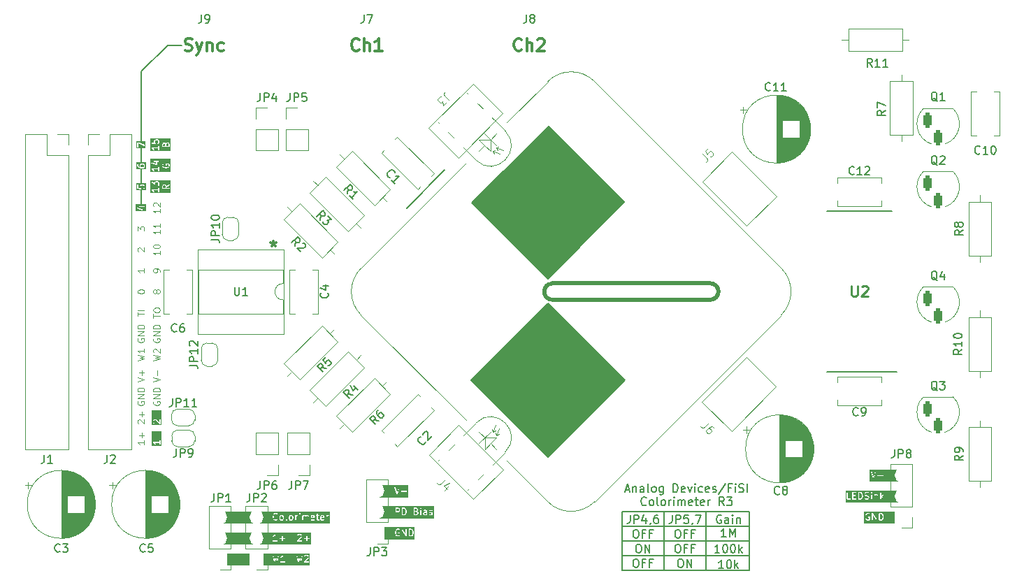
<source format=gto>
G04 #@! TF.GenerationSoftware,KiCad,Pcbnew,7.0.6*
G04 #@! TF.CreationDate,2023-10-13T18:31:12+03:00*
G04 #@! TF.ProjectId,colorimeter-2,636f6c6f-7269-46d6-9574-65722d322e6b,rev?*
G04 #@! TF.SameCoordinates,Original*
G04 #@! TF.FileFunction,Legend,Top*
G04 #@! TF.FilePolarity,Positive*
%FSLAX46Y46*%
G04 Gerber Fmt 4.6, Leading zero omitted, Abs format (unit mm)*
G04 Created by KiCad (PCBNEW 7.0.6) date 2023-10-13 18:31:12*
%MOMM*%
%LPD*%
G01*
G04 APERTURE LIST*
G04 Aperture macros list*
%AMRoundRect*
0 Rectangle with rounded corners*
0 $1 Rounding radius*
0 $2 $3 $4 $5 $6 $7 $8 $9 X,Y pos of 4 corners*
0 Add a 4 corners polygon primitive as box body*
4,1,4,$2,$3,$4,$5,$6,$7,$8,$9,$2,$3,0*
0 Add four circle primitives for the rounded corners*
1,1,$1+$1,$2,$3*
1,1,$1+$1,$4,$5*
1,1,$1+$1,$6,$7*
1,1,$1+$1,$8,$9*
0 Add four rect primitives between the rounded corners*
20,1,$1+$1,$2,$3,$4,$5,0*
20,1,$1+$1,$4,$5,$6,$7,0*
20,1,$1+$1,$6,$7,$8,$9,0*
20,1,$1+$1,$8,$9,$2,$3,0*%
%AMHorizOval*
0 Thick line with rounded ends*
0 $1 width*
0 $2 $3 position (X,Y) of the first rounded end (center of the circle)*
0 $4 $5 position (X,Y) of the second rounded end (center of the circle)*
0 Add line between two ends*
20,1,$1,$2,$3,$4,$5,0*
0 Add two circle primitives to create the rounded ends*
1,1,$1,$2,$3*
1,1,$1,$4,$5*%
%AMFreePoly0*
4,1,19,0.500000,-0.750000,0.000000,-0.750000,0.000000,-0.744911,-0.071157,-0.744911,-0.207708,-0.704816,-0.327430,-0.627875,-0.420627,-0.520320,-0.479746,-0.390866,-0.500000,-0.250000,-0.500000,0.250000,-0.479746,0.390866,-0.420627,0.520320,-0.327430,0.627875,-0.207708,0.704816,-0.071157,0.744911,0.000000,0.744911,0.000000,0.750000,0.500000,0.750000,0.500000,-0.750000,0.500000,-0.750000,
$1*%
%AMFreePoly1*
4,1,19,0.000000,0.744911,0.071157,0.744911,0.207708,0.704816,0.327430,0.627875,0.420627,0.520320,0.479746,0.390866,0.500000,0.250000,0.500000,-0.250000,0.479746,-0.390866,0.420627,-0.520320,0.327430,-0.627875,0.207708,-0.704816,0.071157,-0.744911,0.000000,-0.744911,0.000000,-0.750000,-0.500000,-0.750000,-0.500000,0.750000,0.000000,0.750000,0.000000,0.744911,0.000000,0.744911,
$1*%
G04 Aperture macros list end*
%ADD10C,0.150000*%
%ADD11C,0.125000*%
%ADD12C,0.187500*%
%ADD13C,0.300000*%
%ADD14C,0.100000*%
%ADD15C,0.254000*%
%ADD16C,0.120000*%
%ADD17C,0.200000*%
%ADD18C,0.500000*%
%ADD19R,1.600000X1.600000*%
%ADD20C,1.600000*%
%ADD21O,1.600000X1.600000*%
%ADD22HorizOval,1.600000X0.000000X0.000000X0.000000X0.000000X0*%
%ADD23R,1.700000X1.700000*%
%ADD24O,1.700000X1.700000*%
%ADD25C,1.524000*%
%ADD26C,6.000000*%
%ADD27R,1.160000X1.160000*%
%ADD28C,1.160000*%
%ADD29R,1.100000X1.800000*%
%ADD30RoundRect,0.275000X0.275000X0.625000X-0.275000X0.625000X-0.275000X-0.625000X0.275000X-0.625000X0*%
%ADD31FreePoly0,180.000000*%
%ADD32FreePoly1,180.000000*%
%ADD33C,4.000000*%
%ADD34HorizOval,1.600000X0.000000X0.000000X0.000000X0.000000X0*%
%ADD35FreePoly0,90.000000*%
%ADD36FreePoly1,90.000000*%
%ADD37FreePoly0,270.000000*%
%ADD38FreePoly1,270.000000*%
%ADD39R,1.500000X5.080000*%
G04 APERTURE END LIST*
D10*
X46990000Y-64336840D02*
X46990000Y-55880000D01*
X105219500Y-114554000D02*
X120650000Y-114554000D01*
X110299500Y-109220000D02*
X110299500Y-116332000D01*
X46990000Y-55880000D02*
X50165000Y-52705000D01*
X105219500Y-110998000D02*
X120650000Y-110998000D01*
X105219500Y-109220000D02*
X120650000Y-109220000D01*
X115379500Y-109220000D02*
X115379500Y-116332000D01*
X46989213Y-69407790D02*
X46988113Y-67692282D01*
X105219500Y-112776000D02*
X120650000Y-112776000D01*
X46985538Y-70229873D02*
X46981212Y-72001293D01*
X50165000Y-52705000D02*
X51879588Y-52703417D01*
X46978175Y-66942010D02*
X46988113Y-65160736D01*
X79111703Y-72436977D02*
X83706315Y-67839155D01*
X105219500Y-116332000D02*
X105219500Y-109220000D01*
X120650000Y-109220000D02*
X120650000Y-116332000D01*
X120650000Y-116332000D02*
X105219500Y-116332000D01*
X111887119Y-111391819D02*
X112077595Y-111391819D01*
X112077595Y-111391819D02*
X112172833Y-111439438D01*
X112172833Y-111439438D02*
X112268071Y-111534676D01*
X112268071Y-111534676D02*
X112315690Y-111725152D01*
X112315690Y-111725152D02*
X112315690Y-112058485D01*
X112315690Y-112058485D02*
X112268071Y-112248961D01*
X112268071Y-112248961D02*
X112172833Y-112344200D01*
X112172833Y-112344200D02*
X112077595Y-112391819D01*
X112077595Y-112391819D02*
X111887119Y-112391819D01*
X111887119Y-112391819D02*
X111791881Y-112344200D01*
X111791881Y-112344200D02*
X111696643Y-112248961D01*
X111696643Y-112248961D02*
X111649024Y-112058485D01*
X111649024Y-112058485D02*
X111649024Y-111725152D01*
X111649024Y-111725152D02*
X111696643Y-111534676D01*
X111696643Y-111534676D02*
X111791881Y-111439438D01*
X111791881Y-111439438D02*
X111887119Y-111391819D01*
X113077595Y-111868009D02*
X112744262Y-111868009D01*
X112744262Y-112391819D02*
X112744262Y-111391819D01*
X112744262Y-111391819D02*
X113220452Y-111391819D01*
X113934738Y-111868009D02*
X113601405Y-111868009D01*
X113601405Y-112391819D02*
X113601405Y-111391819D01*
X113601405Y-111391819D02*
X114077595Y-111391819D01*
D11*
G36*
X67415215Y-115742047D02*
G01*
X56166402Y-115742047D01*
X56166402Y-115565261D01*
X56280688Y-115565261D01*
X56298994Y-115609455D01*
X56343188Y-115627761D01*
X56387382Y-115609455D01*
X56405688Y-115565261D01*
X56405688Y-114513071D01*
X62872866Y-114513071D01*
X63063342Y-115313071D01*
X63068821Y-115320642D01*
X63070053Y-115329910D01*
X63082326Y-115339304D01*
X63091386Y-115351823D01*
X63100613Y-115353302D01*
X63108038Y-115358985D01*
X63123360Y-115356948D01*
X63138618Y-115359395D01*
X63146189Y-115353915D01*
X63155457Y-115352684D01*
X63164851Y-115340410D01*
X63177370Y-115331351D01*
X63178849Y-115322123D01*
X63184532Y-115314699D01*
X63276522Y-114969732D01*
X63368514Y-115314699D01*
X63374196Y-115322123D01*
X63375676Y-115331351D01*
X63388194Y-115340410D01*
X63397589Y-115352684D01*
X63406856Y-115353915D01*
X63414428Y-115359395D01*
X63429685Y-115356948D01*
X63445008Y-115358985D01*
X63452432Y-115353302D01*
X63461660Y-115351823D01*
X63470719Y-115339304D01*
X63482993Y-115329910D01*
X63484224Y-115320642D01*
X63489704Y-115313071D01*
X63493151Y-115298595D01*
X63823547Y-115298595D01*
X63841853Y-115342789D01*
X63886047Y-115361095D01*
X64114619Y-115361095D01*
X64343190Y-115361095D01*
X64387384Y-115342789D01*
X64405690Y-115298595D01*
X64387384Y-115254401D01*
X64343190Y-115236095D01*
X64177119Y-115236095D01*
X64177119Y-114513071D01*
X65768105Y-114513071D01*
X65958581Y-115313071D01*
X65964060Y-115320642D01*
X65965292Y-115329910D01*
X65977565Y-115339304D01*
X65986625Y-115351823D01*
X65995852Y-115353302D01*
X66003277Y-115358985D01*
X66018599Y-115356948D01*
X66033857Y-115359395D01*
X66041428Y-115353915D01*
X66050696Y-115352684D01*
X66060090Y-115340410D01*
X66072609Y-115331351D01*
X66074088Y-115322123D01*
X66079771Y-115314699D01*
X66171761Y-114969732D01*
X66263753Y-115314699D01*
X66269435Y-115322123D01*
X66270915Y-115331351D01*
X66283433Y-115340410D01*
X66292828Y-115352684D01*
X66302095Y-115353915D01*
X66309667Y-115359395D01*
X66324924Y-115356948D01*
X66340247Y-115358985D01*
X66347671Y-115353302D01*
X66356899Y-115351823D01*
X66365958Y-115339304D01*
X66378232Y-115329910D01*
X66379463Y-115320642D01*
X66384943Y-115313071D01*
X66388390Y-115298595D01*
X66680691Y-115298595D01*
X66698997Y-115342789D01*
X66743191Y-115361095D01*
X67238429Y-115361095D01*
X67282623Y-115342789D01*
X67300929Y-115298595D01*
X67282623Y-115254401D01*
X67238429Y-115236095D01*
X66894079Y-115236095D01*
X67244528Y-114885646D01*
X67250094Y-114872206D01*
X67259627Y-114861216D01*
X67297722Y-114746930D01*
X67296992Y-114736669D01*
X67300929Y-114727166D01*
X67300929Y-114650976D01*
X67295361Y-114637535D01*
X67294331Y-114623026D01*
X67256236Y-114546834D01*
X67248464Y-114540094D01*
X67244528Y-114530590D01*
X67206433Y-114492496D01*
X67196930Y-114488559D01*
X67190190Y-114480788D01*
X67113999Y-114442693D01*
X67099487Y-114441662D01*
X67086048Y-114436095D01*
X66895572Y-114436095D01*
X66882132Y-114441662D01*
X66867621Y-114442693D01*
X66791431Y-114480788D01*
X66784691Y-114488558D01*
X66775188Y-114492495D01*
X66737092Y-114530590D01*
X66718786Y-114574784D01*
X66737091Y-114618979D01*
X66781285Y-114637285D01*
X66825480Y-114618980D01*
X66856402Y-114588057D01*
X66910327Y-114561095D01*
X67071293Y-114561095D01*
X67125216Y-114588056D01*
X67148967Y-114611807D01*
X67175929Y-114665730D01*
X67175929Y-114717023D01*
X67145706Y-114807691D01*
X66698996Y-115254401D01*
X66698997Y-115254401D01*
X66680691Y-115298595D01*
X66388390Y-115298595D01*
X66575420Y-114513072D01*
X66567848Y-114465839D01*
X66529096Y-114437795D01*
X66481864Y-114445367D01*
X66453820Y-114484119D01*
X66320712Y-115043166D01*
X66232152Y-114711062D01*
X66226973Y-114704296D01*
X66225851Y-114695851D01*
X66212951Y-114685976D01*
X66203077Y-114673077D01*
X66194631Y-114671954D01*
X66187866Y-114666776D01*
X66171762Y-114668915D01*
X66155658Y-114666776D01*
X66148892Y-114671954D01*
X66140447Y-114673077D01*
X66130572Y-114685976D01*
X66117673Y-114695851D01*
X66116550Y-114704296D01*
X66111372Y-114711062D01*
X66022811Y-115043165D01*
X65889705Y-114484119D01*
X65861661Y-114445367D01*
X65814429Y-114437795D01*
X65775677Y-114465839D01*
X65768105Y-114513071D01*
X64177119Y-114513071D01*
X64177119Y-114498595D01*
X64174656Y-114492649D01*
X64175905Y-114486338D01*
X64165778Y-114471215D01*
X64158813Y-114454401D01*
X64152868Y-114451938D01*
X64149288Y-114446592D01*
X64131433Y-114443060D01*
X64114619Y-114436095D01*
X64108673Y-114438557D01*
X64102362Y-114437309D01*
X64087239Y-114447435D01*
X64070425Y-114454401D01*
X64067962Y-114460345D01*
X64062616Y-114463926D01*
X63989857Y-114573063D01*
X63925216Y-114637704D01*
X63858096Y-114671264D01*
X63826755Y-114707402D01*
X63830145Y-114755117D01*
X63866283Y-114786458D01*
X63913998Y-114783068D01*
X63990189Y-114744973D01*
X63996929Y-114737201D01*
X64006432Y-114733265D01*
X64052118Y-114687577D01*
X64052119Y-115236095D01*
X63886047Y-115236095D01*
X63841853Y-115254401D01*
X63823547Y-115298595D01*
X63493151Y-115298595D01*
X63680181Y-114513072D01*
X63672609Y-114465839D01*
X63633857Y-114437795D01*
X63586625Y-114445367D01*
X63558581Y-114484119D01*
X63425473Y-115043166D01*
X63336913Y-114711062D01*
X63331734Y-114704296D01*
X63330612Y-114695851D01*
X63317712Y-114685976D01*
X63307838Y-114673077D01*
X63299392Y-114671954D01*
X63292627Y-114666776D01*
X63276523Y-114668915D01*
X63260419Y-114666776D01*
X63253653Y-114671954D01*
X63245208Y-114673077D01*
X63235333Y-114685976D01*
X63222434Y-114695851D01*
X63221311Y-114704296D01*
X63216133Y-114711062D01*
X63127572Y-115043165D01*
X62994466Y-114484119D01*
X62966422Y-114445367D01*
X62919190Y-114437795D01*
X62880438Y-114465839D01*
X62872866Y-114513071D01*
X56405688Y-114513071D01*
X56405688Y-114422404D01*
X56387382Y-114378210D01*
X56343188Y-114359904D01*
X56298994Y-114378210D01*
X56280688Y-114422404D01*
X56280688Y-115565261D01*
X56166402Y-115565261D01*
X56166402Y-114245618D01*
X67415215Y-114245618D01*
X67415215Y-115742047D01*
G37*
G36*
X47530381Y-72795357D02*
G01*
X46341921Y-72795357D01*
X46341921Y-72408330D01*
X46456207Y-72408330D01*
X46459598Y-72456045D01*
X46495736Y-72487387D01*
X47067163Y-72677864D01*
X47077424Y-72677134D01*
X47086928Y-72681071D01*
X47100369Y-72675503D01*
X47114878Y-72674472D01*
X47121616Y-72666702D01*
X47131122Y-72662765D01*
X47136689Y-72649323D01*
X47146220Y-72638335D01*
X47145490Y-72628075D01*
X47149428Y-72618571D01*
X47149428Y-72300118D01*
X47353595Y-72300118D01*
X47397789Y-72281812D01*
X47416095Y-72237618D01*
X47397789Y-72193424D01*
X47353595Y-72175118D01*
X47149428Y-72175118D01*
X47149428Y-72123332D01*
X47131122Y-72079138D01*
X47086928Y-72060832D01*
X47042734Y-72079138D01*
X47024428Y-72123332D01*
X47024428Y-72175118D01*
X46820261Y-72175118D01*
X46776067Y-72193424D01*
X46757761Y-72237618D01*
X46776067Y-72281812D01*
X46820261Y-72300118D01*
X47024428Y-72300118D01*
X47024428Y-72531856D01*
X46535264Y-72368801D01*
X46487549Y-72372192D01*
X46456207Y-72408330D01*
X46341921Y-72408330D01*
X46341921Y-71946546D01*
X47530381Y-71946546D01*
X47530381Y-72795357D01*
G37*
D10*
X106211881Y-109613819D02*
X106211881Y-110328104D01*
X106211881Y-110328104D02*
X106164262Y-110470961D01*
X106164262Y-110470961D02*
X106069024Y-110566200D01*
X106069024Y-110566200D02*
X105926167Y-110613819D01*
X105926167Y-110613819D02*
X105830929Y-110613819D01*
X106688072Y-110613819D02*
X106688072Y-109613819D01*
X106688072Y-109613819D02*
X107069024Y-109613819D01*
X107069024Y-109613819D02*
X107164262Y-109661438D01*
X107164262Y-109661438D02*
X107211881Y-109709057D01*
X107211881Y-109709057D02*
X107259500Y-109804295D01*
X107259500Y-109804295D02*
X107259500Y-109947152D01*
X107259500Y-109947152D02*
X107211881Y-110042390D01*
X107211881Y-110042390D02*
X107164262Y-110090009D01*
X107164262Y-110090009D02*
X107069024Y-110137628D01*
X107069024Y-110137628D02*
X106688072Y-110137628D01*
X108116643Y-109947152D02*
X108116643Y-110613819D01*
X107878548Y-109566200D02*
X107640453Y-110280485D01*
X107640453Y-110280485D02*
X108259500Y-110280485D01*
X108688072Y-110566200D02*
X108688072Y-110613819D01*
X108688072Y-110613819D02*
X108640453Y-110709057D01*
X108640453Y-110709057D02*
X108592834Y-110756676D01*
X109545214Y-109613819D02*
X109354738Y-109613819D01*
X109354738Y-109613819D02*
X109259500Y-109661438D01*
X109259500Y-109661438D02*
X109211881Y-109709057D01*
X109211881Y-109709057D02*
X109116643Y-109851914D01*
X109116643Y-109851914D02*
X109069024Y-110042390D01*
X109069024Y-110042390D02*
X109069024Y-110423342D01*
X109069024Y-110423342D02*
X109116643Y-110518580D01*
X109116643Y-110518580D02*
X109164262Y-110566200D01*
X109164262Y-110566200D02*
X109259500Y-110613819D01*
X109259500Y-110613819D02*
X109449976Y-110613819D01*
X109449976Y-110613819D02*
X109545214Y-110566200D01*
X109545214Y-110566200D02*
X109592833Y-110518580D01*
X109592833Y-110518580D02*
X109640452Y-110423342D01*
X109640452Y-110423342D02*
X109640452Y-110185247D01*
X109640452Y-110185247D02*
X109592833Y-110090009D01*
X109592833Y-110090009D02*
X109545214Y-110042390D01*
X109545214Y-110042390D02*
X109449976Y-109994771D01*
X109449976Y-109994771D02*
X109259500Y-109994771D01*
X109259500Y-109994771D02*
X109164262Y-110042390D01*
X109164262Y-110042390D02*
X109116643Y-110090009D01*
X109116643Y-110090009D02*
X109069024Y-110185247D01*
D11*
X46553595Y-90893809D02*
X47353595Y-90703333D01*
X47353595Y-90703333D02*
X46782166Y-90550952D01*
X46782166Y-90550952D02*
X47353595Y-90398571D01*
X47353595Y-90398571D02*
X46553595Y-90208095D01*
X47353595Y-89484285D02*
X47353595Y-89941428D01*
X47353595Y-89712856D02*
X46553595Y-89712856D01*
X46553595Y-89712856D02*
X46667880Y-89789047D01*
X46667880Y-89789047D02*
X46744071Y-89865237D01*
X46744071Y-89865237D02*
X46782166Y-89941428D01*
D12*
X105625238Y-106557154D02*
X106101428Y-106557154D01*
X105530000Y-106842869D02*
X105863333Y-105842869D01*
X105863333Y-105842869D02*
X106196666Y-106842869D01*
X106530000Y-106176202D02*
X106530000Y-106842869D01*
X106530000Y-106271440D02*
X106577619Y-106223821D01*
X106577619Y-106223821D02*
X106672857Y-106176202D01*
X106672857Y-106176202D02*
X106815714Y-106176202D01*
X106815714Y-106176202D02*
X106910952Y-106223821D01*
X106910952Y-106223821D02*
X106958571Y-106319059D01*
X106958571Y-106319059D02*
X106958571Y-106842869D01*
X107863333Y-106842869D02*
X107863333Y-106319059D01*
X107863333Y-106319059D02*
X107815714Y-106223821D01*
X107815714Y-106223821D02*
X107720476Y-106176202D01*
X107720476Y-106176202D02*
X107530000Y-106176202D01*
X107530000Y-106176202D02*
X107434762Y-106223821D01*
X107863333Y-106795250D02*
X107768095Y-106842869D01*
X107768095Y-106842869D02*
X107530000Y-106842869D01*
X107530000Y-106842869D02*
X107434762Y-106795250D01*
X107434762Y-106795250D02*
X107387143Y-106700011D01*
X107387143Y-106700011D02*
X107387143Y-106604773D01*
X107387143Y-106604773D02*
X107434762Y-106509535D01*
X107434762Y-106509535D02*
X107530000Y-106461916D01*
X107530000Y-106461916D02*
X107768095Y-106461916D01*
X107768095Y-106461916D02*
X107863333Y-106414297D01*
X108482381Y-106842869D02*
X108387143Y-106795250D01*
X108387143Y-106795250D02*
X108339524Y-106700011D01*
X108339524Y-106700011D02*
X108339524Y-105842869D01*
X109006191Y-106842869D02*
X108910953Y-106795250D01*
X108910953Y-106795250D02*
X108863334Y-106747630D01*
X108863334Y-106747630D02*
X108815715Y-106652392D01*
X108815715Y-106652392D02*
X108815715Y-106366678D01*
X108815715Y-106366678D02*
X108863334Y-106271440D01*
X108863334Y-106271440D02*
X108910953Y-106223821D01*
X108910953Y-106223821D02*
X109006191Y-106176202D01*
X109006191Y-106176202D02*
X109149048Y-106176202D01*
X109149048Y-106176202D02*
X109244286Y-106223821D01*
X109244286Y-106223821D02*
X109291905Y-106271440D01*
X109291905Y-106271440D02*
X109339524Y-106366678D01*
X109339524Y-106366678D02*
X109339524Y-106652392D01*
X109339524Y-106652392D02*
X109291905Y-106747630D01*
X109291905Y-106747630D02*
X109244286Y-106795250D01*
X109244286Y-106795250D02*
X109149048Y-106842869D01*
X109149048Y-106842869D02*
X109006191Y-106842869D01*
X110196667Y-106176202D02*
X110196667Y-106985726D01*
X110196667Y-106985726D02*
X110149048Y-107080964D01*
X110149048Y-107080964D02*
X110101429Y-107128583D01*
X110101429Y-107128583D02*
X110006191Y-107176202D01*
X110006191Y-107176202D02*
X109863334Y-107176202D01*
X109863334Y-107176202D02*
X109768096Y-107128583D01*
X110196667Y-106795250D02*
X110101429Y-106842869D01*
X110101429Y-106842869D02*
X109910953Y-106842869D01*
X109910953Y-106842869D02*
X109815715Y-106795250D01*
X109815715Y-106795250D02*
X109768096Y-106747630D01*
X109768096Y-106747630D02*
X109720477Y-106652392D01*
X109720477Y-106652392D02*
X109720477Y-106366678D01*
X109720477Y-106366678D02*
X109768096Y-106271440D01*
X109768096Y-106271440D02*
X109815715Y-106223821D01*
X109815715Y-106223821D02*
X109910953Y-106176202D01*
X109910953Y-106176202D02*
X110101429Y-106176202D01*
X110101429Y-106176202D02*
X110196667Y-106223821D01*
X111434763Y-106842869D02*
X111434763Y-105842869D01*
X111434763Y-105842869D02*
X111672858Y-105842869D01*
X111672858Y-105842869D02*
X111815715Y-105890488D01*
X111815715Y-105890488D02*
X111910953Y-105985726D01*
X111910953Y-105985726D02*
X111958572Y-106080964D01*
X111958572Y-106080964D02*
X112006191Y-106271440D01*
X112006191Y-106271440D02*
X112006191Y-106414297D01*
X112006191Y-106414297D02*
X111958572Y-106604773D01*
X111958572Y-106604773D02*
X111910953Y-106700011D01*
X111910953Y-106700011D02*
X111815715Y-106795250D01*
X111815715Y-106795250D02*
X111672858Y-106842869D01*
X111672858Y-106842869D02*
X111434763Y-106842869D01*
X112815715Y-106795250D02*
X112720477Y-106842869D01*
X112720477Y-106842869D02*
X112530001Y-106842869D01*
X112530001Y-106842869D02*
X112434763Y-106795250D01*
X112434763Y-106795250D02*
X112387144Y-106700011D01*
X112387144Y-106700011D02*
X112387144Y-106319059D01*
X112387144Y-106319059D02*
X112434763Y-106223821D01*
X112434763Y-106223821D02*
X112530001Y-106176202D01*
X112530001Y-106176202D02*
X112720477Y-106176202D01*
X112720477Y-106176202D02*
X112815715Y-106223821D01*
X112815715Y-106223821D02*
X112863334Y-106319059D01*
X112863334Y-106319059D02*
X112863334Y-106414297D01*
X112863334Y-106414297D02*
X112387144Y-106509535D01*
X113196668Y-106176202D02*
X113434763Y-106842869D01*
X113434763Y-106842869D02*
X113672858Y-106176202D01*
X114053811Y-106842869D02*
X114053811Y-106176202D01*
X114053811Y-105842869D02*
X114006192Y-105890488D01*
X114006192Y-105890488D02*
X114053811Y-105938107D01*
X114053811Y-105938107D02*
X114101430Y-105890488D01*
X114101430Y-105890488D02*
X114053811Y-105842869D01*
X114053811Y-105842869D02*
X114053811Y-105938107D01*
X114958572Y-106795250D02*
X114863334Y-106842869D01*
X114863334Y-106842869D02*
X114672858Y-106842869D01*
X114672858Y-106842869D02*
X114577620Y-106795250D01*
X114577620Y-106795250D02*
X114530001Y-106747630D01*
X114530001Y-106747630D02*
X114482382Y-106652392D01*
X114482382Y-106652392D02*
X114482382Y-106366678D01*
X114482382Y-106366678D02*
X114530001Y-106271440D01*
X114530001Y-106271440D02*
X114577620Y-106223821D01*
X114577620Y-106223821D02*
X114672858Y-106176202D01*
X114672858Y-106176202D02*
X114863334Y-106176202D01*
X114863334Y-106176202D02*
X114958572Y-106223821D01*
X115768096Y-106795250D02*
X115672858Y-106842869D01*
X115672858Y-106842869D02*
X115482382Y-106842869D01*
X115482382Y-106842869D02*
X115387144Y-106795250D01*
X115387144Y-106795250D02*
X115339525Y-106700011D01*
X115339525Y-106700011D02*
X115339525Y-106319059D01*
X115339525Y-106319059D02*
X115387144Y-106223821D01*
X115387144Y-106223821D02*
X115482382Y-106176202D01*
X115482382Y-106176202D02*
X115672858Y-106176202D01*
X115672858Y-106176202D02*
X115768096Y-106223821D01*
X115768096Y-106223821D02*
X115815715Y-106319059D01*
X115815715Y-106319059D02*
X115815715Y-106414297D01*
X115815715Y-106414297D02*
X115339525Y-106509535D01*
X116196668Y-106795250D02*
X116291906Y-106842869D01*
X116291906Y-106842869D02*
X116482382Y-106842869D01*
X116482382Y-106842869D02*
X116577620Y-106795250D01*
X116577620Y-106795250D02*
X116625239Y-106700011D01*
X116625239Y-106700011D02*
X116625239Y-106652392D01*
X116625239Y-106652392D02*
X116577620Y-106557154D01*
X116577620Y-106557154D02*
X116482382Y-106509535D01*
X116482382Y-106509535D02*
X116339525Y-106509535D01*
X116339525Y-106509535D02*
X116244287Y-106461916D01*
X116244287Y-106461916D02*
X116196668Y-106366678D01*
X116196668Y-106366678D02*
X116196668Y-106319059D01*
X116196668Y-106319059D02*
X116244287Y-106223821D01*
X116244287Y-106223821D02*
X116339525Y-106176202D01*
X116339525Y-106176202D02*
X116482382Y-106176202D01*
X116482382Y-106176202D02*
X116577620Y-106223821D01*
X117768096Y-105795250D02*
X116910954Y-107080964D01*
X118434763Y-106319059D02*
X118101430Y-106319059D01*
X118101430Y-106842869D02*
X118101430Y-105842869D01*
X118101430Y-105842869D02*
X118577620Y-105842869D01*
X118958573Y-106842869D02*
X118958573Y-106176202D01*
X118958573Y-105842869D02*
X118910954Y-105890488D01*
X118910954Y-105890488D02*
X118958573Y-105938107D01*
X118958573Y-105938107D02*
X119006192Y-105890488D01*
X119006192Y-105890488D02*
X118958573Y-105842869D01*
X118958573Y-105842869D02*
X118958573Y-105938107D01*
X119387144Y-106795250D02*
X119530001Y-106842869D01*
X119530001Y-106842869D02*
X119768096Y-106842869D01*
X119768096Y-106842869D02*
X119863334Y-106795250D01*
X119863334Y-106795250D02*
X119910953Y-106747630D01*
X119910953Y-106747630D02*
X119958572Y-106652392D01*
X119958572Y-106652392D02*
X119958572Y-106557154D01*
X119958572Y-106557154D02*
X119910953Y-106461916D01*
X119910953Y-106461916D02*
X119863334Y-106414297D01*
X119863334Y-106414297D02*
X119768096Y-106366678D01*
X119768096Y-106366678D02*
X119577620Y-106319059D01*
X119577620Y-106319059D02*
X119482382Y-106271440D01*
X119482382Y-106271440D02*
X119434763Y-106223821D01*
X119434763Y-106223821D02*
X119387144Y-106128583D01*
X119387144Y-106128583D02*
X119387144Y-106033345D01*
X119387144Y-106033345D02*
X119434763Y-105938107D01*
X119434763Y-105938107D02*
X119482382Y-105890488D01*
X119482382Y-105890488D02*
X119577620Y-105842869D01*
X119577620Y-105842869D02*
X119815715Y-105842869D01*
X119815715Y-105842869D02*
X119958572Y-105890488D01*
X120387144Y-106842869D02*
X120387144Y-105842869D01*
X108149046Y-108357630D02*
X108101427Y-108405250D01*
X108101427Y-108405250D02*
X107958570Y-108452869D01*
X107958570Y-108452869D02*
X107863332Y-108452869D01*
X107863332Y-108452869D02*
X107720475Y-108405250D01*
X107720475Y-108405250D02*
X107625237Y-108310011D01*
X107625237Y-108310011D02*
X107577618Y-108214773D01*
X107577618Y-108214773D02*
X107529999Y-108024297D01*
X107529999Y-108024297D02*
X107529999Y-107881440D01*
X107529999Y-107881440D02*
X107577618Y-107690964D01*
X107577618Y-107690964D02*
X107625237Y-107595726D01*
X107625237Y-107595726D02*
X107720475Y-107500488D01*
X107720475Y-107500488D02*
X107863332Y-107452869D01*
X107863332Y-107452869D02*
X107958570Y-107452869D01*
X107958570Y-107452869D02*
X108101427Y-107500488D01*
X108101427Y-107500488D02*
X108149046Y-107548107D01*
X108720475Y-108452869D02*
X108625237Y-108405250D01*
X108625237Y-108405250D02*
X108577618Y-108357630D01*
X108577618Y-108357630D02*
X108529999Y-108262392D01*
X108529999Y-108262392D02*
X108529999Y-107976678D01*
X108529999Y-107976678D02*
X108577618Y-107881440D01*
X108577618Y-107881440D02*
X108625237Y-107833821D01*
X108625237Y-107833821D02*
X108720475Y-107786202D01*
X108720475Y-107786202D02*
X108863332Y-107786202D01*
X108863332Y-107786202D02*
X108958570Y-107833821D01*
X108958570Y-107833821D02*
X109006189Y-107881440D01*
X109006189Y-107881440D02*
X109053808Y-107976678D01*
X109053808Y-107976678D02*
X109053808Y-108262392D01*
X109053808Y-108262392D02*
X109006189Y-108357630D01*
X109006189Y-108357630D02*
X108958570Y-108405250D01*
X108958570Y-108405250D02*
X108863332Y-108452869D01*
X108863332Y-108452869D02*
X108720475Y-108452869D01*
X109625237Y-108452869D02*
X109529999Y-108405250D01*
X109529999Y-108405250D02*
X109482380Y-108310011D01*
X109482380Y-108310011D02*
X109482380Y-107452869D01*
X110149047Y-108452869D02*
X110053809Y-108405250D01*
X110053809Y-108405250D02*
X110006190Y-108357630D01*
X110006190Y-108357630D02*
X109958571Y-108262392D01*
X109958571Y-108262392D02*
X109958571Y-107976678D01*
X109958571Y-107976678D02*
X110006190Y-107881440D01*
X110006190Y-107881440D02*
X110053809Y-107833821D01*
X110053809Y-107833821D02*
X110149047Y-107786202D01*
X110149047Y-107786202D02*
X110291904Y-107786202D01*
X110291904Y-107786202D02*
X110387142Y-107833821D01*
X110387142Y-107833821D02*
X110434761Y-107881440D01*
X110434761Y-107881440D02*
X110482380Y-107976678D01*
X110482380Y-107976678D02*
X110482380Y-108262392D01*
X110482380Y-108262392D02*
X110434761Y-108357630D01*
X110434761Y-108357630D02*
X110387142Y-108405250D01*
X110387142Y-108405250D02*
X110291904Y-108452869D01*
X110291904Y-108452869D02*
X110149047Y-108452869D01*
X110910952Y-108452869D02*
X110910952Y-107786202D01*
X110910952Y-107976678D02*
X110958571Y-107881440D01*
X110958571Y-107881440D02*
X111006190Y-107833821D01*
X111006190Y-107833821D02*
X111101428Y-107786202D01*
X111101428Y-107786202D02*
X111196666Y-107786202D01*
X111530000Y-108452869D02*
X111530000Y-107786202D01*
X111530000Y-107452869D02*
X111482381Y-107500488D01*
X111482381Y-107500488D02*
X111530000Y-107548107D01*
X111530000Y-107548107D02*
X111577619Y-107500488D01*
X111577619Y-107500488D02*
X111530000Y-107452869D01*
X111530000Y-107452869D02*
X111530000Y-107548107D01*
X112006190Y-108452869D02*
X112006190Y-107786202D01*
X112006190Y-107881440D02*
X112053809Y-107833821D01*
X112053809Y-107833821D02*
X112149047Y-107786202D01*
X112149047Y-107786202D02*
X112291904Y-107786202D01*
X112291904Y-107786202D02*
X112387142Y-107833821D01*
X112387142Y-107833821D02*
X112434761Y-107929059D01*
X112434761Y-107929059D02*
X112434761Y-108452869D01*
X112434761Y-107929059D02*
X112482380Y-107833821D01*
X112482380Y-107833821D02*
X112577618Y-107786202D01*
X112577618Y-107786202D02*
X112720475Y-107786202D01*
X112720475Y-107786202D02*
X112815714Y-107833821D01*
X112815714Y-107833821D02*
X112863333Y-107929059D01*
X112863333Y-107929059D02*
X112863333Y-108452869D01*
X113720475Y-108405250D02*
X113625237Y-108452869D01*
X113625237Y-108452869D02*
X113434761Y-108452869D01*
X113434761Y-108452869D02*
X113339523Y-108405250D01*
X113339523Y-108405250D02*
X113291904Y-108310011D01*
X113291904Y-108310011D02*
X113291904Y-107929059D01*
X113291904Y-107929059D02*
X113339523Y-107833821D01*
X113339523Y-107833821D02*
X113434761Y-107786202D01*
X113434761Y-107786202D02*
X113625237Y-107786202D01*
X113625237Y-107786202D02*
X113720475Y-107833821D01*
X113720475Y-107833821D02*
X113768094Y-107929059D01*
X113768094Y-107929059D02*
X113768094Y-108024297D01*
X113768094Y-108024297D02*
X113291904Y-108119535D01*
X114053809Y-107786202D02*
X114434761Y-107786202D01*
X114196666Y-107452869D02*
X114196666Y-108310011D01*
X114196666Y-108310011D02*
X114244285Y-108405250D01*
X114244285Y-108405250D02*
X114339523Y-108452869D01*
X114339523Y-108452869D02*
X114434761Y-108452869D01*
X115149047Y-108405250D02*
X115053809Y-108452869D01*
X115053809Y-108452869D02*
X114863333Y-108452869D01*
X114863333Y-108452869D02*
X114768095Y-108405250D01*
X114768095Y-108405250D02*
X114720476Y-108310011D01*
X114720476Y-108310011D02*
X114720476Y-107929059D01*
X114720476Y-107929059D02*
X114768095Y-107833821D01*
X114768095Y-107833821D02*
X114863333Y-107786202D01*
X114863333Y-107786202D02*
X115053809Y-107786202D01*
X115053809Y-107786202D02*
X115149047Y-107833821D01*
X115149047Y-107833821D02*
X115196666Y-107929059D01*
X115196666Y-107929059D02*
X115196666Y-108024297D01*
X115196666Y-108024297D02*
X114720476Y-108119535D01*
X115625238Y-108452869D02*
X115625238Y-107786202D01*
X115625238Y-107976678D02*
X115672857Y-107881440D01*
X115672857Y-107881440D02*
X115720476Y-107833821D01*
X115720476Y-107833821D02*
X115815714Y-107786202D01*
X115815714Y-107786202D02*
X115910952Y-107786202D01*
X117577619Y-108452869D02*
X117244286Y-107976678D01*
X117006191Y-108452869D02*
X117006191Y-107452869D01*
X117006191Y-107452869D02*
X117387143Y-107452869D01*
X117387143Y-107452869D02*
X117482381Y-107500488D01*
X117482381Y-107500488D02*
X117530000Y-107548107D01*
X117530000Y-107548107D02*
X117577619Y-107643345D01*
X117577619Y-107643345D02*
X117577619Y-107786202D01*
X117577619Y-107786202D02*
X117530000Y-107881440D01*
X117530000Y-107881440D02*
X117482381Y-107929059D01*
X117482381Y-107929059D02*
X117387143Y-107976678D01*
X117387143Y-107976678D02*
X117006191Y-107976678D01*
X117910953Y-107452869D02*
X118530000Y-107452869D01*
X118530000Y-107452869D02*
X118196667Y-107833821D01*
X118196667Y-107833821D02*
X118339524Y-107833821D01*
X118339524Y-107833821D02*
X118434762Y-107881440D01*
X118434762Y-107881440D02*
X118482381Y-107929059D01*
X118482381Y-107929059D02*
X118530000Y-108024297D01*
X118530000Y-108024297D02*
X118530000Y-108262392D01*
X118530000Y-108262392D02*
X118482381Y-108357630D01*
X118482381Y-108357630D02*
X118434762Y-108405250D01*
X118434762Y-108405250D02*
X118339524Y-108452869D01*
X118339524Y-108452869D02*
X118053810Y-108452869D01*
X118053810Y-108452869D02*
X117958572Y-108405250D01*
X117958572Y-108405250D02*
X117910953Y-108357630D01*
D11*
X49258595Y-75082381D02*
X49258595Y-75539524D01*
X49258595Y-75310952D02*
X48458595Y-75310952D01*
X48458595Y-75310952D02*
X48572880Y-75387143D01*
X48572880Y-75387143D02*
X48649071Y-75463333D01*
X48649071Y-75463333D02*
X48687166Y-75539524D01*
X49258595Y-74320476D02*
X49258595Y-74777619D01*
X49258595Y-74549047D02*
X48458595Y-74549047D01*
X48458595Y-74549047D02*
X48572880Y-74625238D01*
X48572880Y-74625238D02*
X48649071Y-74701428D01*
X48649071Y-74701428D02*
X48687166Y-74777619D01*
X48458595Y-90893809D02*
X49258595Y-90703333D01*
X49258595Y-90703333D02*
X48687166Y-90550952D01*
X48687166Y-90550952D02*
X49258595Y-90398571D01*
X49258595Y-90398571D02*
X48458595Y-90208095D01*
X48534785Y-89941428D02*
X48496690Y-89903332D01*
X48496690Y-89903332D02*
X48458595Y-89827142D01*
X48458595Y-89827142D02*
X48458595Y-89636666D01*
X48458595Y-89636666D02*
X48496690Y-89560475D01*
X48496690Y-89560475D02*
X48534785Y-89522380D01*
X48534785Y-89522380D02*
X48610976Y-89484285D01*
X48610976Y-89484285D02*
X48687166Y-89484285D01*
X48687166Y-89484285D02*
X48801452Y-89522380D01*
X48801452Y-89522380D02*
X49258595Y-89979523D01*
X49258595Y-89979523D02*
X49258595Y-89484285D01*
G36*
X79290689Y-107487047D02*
G01*
X75851402Y-107487047D01*
X75851402Y-107310261D01*
X75965688Y-107310261D01*
X75983994Y-107354455D01*
X76028188Y-107372761D01*
X76072382Y-107354455D01*
X76090688Y-107310261D01*
X76090688Y-106263359D01*
X77645086Y-106263359D01*
X77911753Y-107063359D01*
X77914813Y-107066888D01*
X77915145Y-107071546D01*
X77930113Y-107084527D01*
X77943095Y-107099496D01*
X77947752Y-107099827D01*
X77951282Y-107102888D01*
X77971046Y-107101483D01*
X77990810Y-107102888D01*
X77994339Y-107099827D01*
X77998997Y-107099496D01*
X78011978Y-107084527D01*
X78026947Y-107071546D01*
X78027278Y-107066888D01*
X78030339Y-107063359D01*
X78138514Y-106738833D01*
X78441879Y-106738833D01*
X78460185Y-106783027D01*
X78504379Y-106801333D01*
X79113903Y-106801333D01*
X79158097Y-106783027D01*
X79176403Y-106738833D01*
X79158097Y-106694639D01*
X79113903Y-106676333D01*
X78504379Y-106676333D01*
X78460185Y-106694639D01*
X78441879Y-106738833D01*
X78138514Y-106738833D01*
X78297005Y-106263359D01*
X78293614Y-106215644D01*
X78257476Y-106184302D01*
X78209761Y-106187693D01*
X78178419Y-106223831D01*
X77971045Y-106845951D01*
X77763672Y-106223831D01*
X77732330Y-106187694D01*
X77684615Y-106184302D01*
X77648478Y-106215644D01*
X77645086Y-106263359D01*
X76090688Y-106263359D01*
X76090688Y-106167404D01*
X76072382Y-106123210D01*
X76028188Y-106104904D01*
X75983994Y-106123210D01*
X75965688Y-106167404D01*
X75965688Y-107310261D01*
X75851402Y-107310261D01*
X75851402Y-105990618D01*
X79290689Y-105990618D01*
X79290689Y-107487047D01*
G37*
G36*
X67529501Y-113202047D02*
G01*
X56166402Y-113202047D01*
X56166402Y-113025261D01*
X56280688Y-113025261D01*
X56298994Y-113069455D01*
X56343188Y-113087761D01*
X56387382Y-113069455D01*
X56405688Y-113025261D01*
X56405688Y-112758595D01*
X62909261Y-112758595D01*
X62927567Y-112802789D01*
X62971761Y-112821095D01*
X63200333Y-112821095D01*
X63428904Y-112821095D01*
X63473098Y-112802789D01*
X63491404Y-112758595D01*
X63473098Y-112714401D01*
X63428904Y-112696095D01*
X63262833Y-112696095D01*
X63262833Y-112453833D01*
X63709262Y-112453833D01*
X63727568Y-112498027D01*
X63771762Y-112516333D01*
X64014024Y-112516333D01*
X64014024Y-112758595D01*
X64032330Y-112802789D01*
X64076524Y-112821095D01*
X64120718Y-112802789D01*
X64139024Y-112758595D01*
X65842595Y-112758595D01*
X65860901Y-112802789D01*
X65905095Y-112821095D01*
X66400333Y-112821095D01*
X66444527Y-112802789D01*
X66462833Y-112758595D01*
X66444527Y-112714401D01*
X66400333Y-112696095D01*
X66055983Y-112696095D01*
X66298245Y-112453833D01*
X66680691Y-112453833D01*
X66698997Y-112498027D01*
X66743191Y-112516333D01*
X66985453Y-112516333D01*
X66985453Y-112758595D01*
X67003759Y-112802789D01*
X67047953Y-112821095D01*
X67092147Y-112802789D01*
X67110453Y-112758595D01*
X67110453Y-112516333D01*
X67352715Y-112516333D01*
X67396909Y-112498027D01*
X67415215Y-112453833D01*
X67396909Y-112409639D01*
X67352715Y-112391333D01*
X67110453Y-112391333D01*
X67110453Y-112149071D01*
X67092147Y-112104877D01*
X67047953Y-112086571D01*
X67003759Y-112104877D01*
X66985453Y-112149071D01*
X66985453Y-112391333D01*
X66743191Y-112391333D01*
X66698997Y-112409639D01*
X66680691Y-112453833D01*
X66298245Y-112453833D01*
X66406432Y-112345646D01*
X66411998Y-112332206D01*
X66421531Y-112321216D01*
X66459626Y-112206930D01*
X66458896Y-112196669D01*
X66462833Y-112187166D01*
X66462833Y-112110976D01*
X66457265Y-112097535D01*
X66456235Y-112083026D01*
X66418140Y-112006834D01*
X66410368Y-112000094D01*
X66406432Y-111990590D01*
X66368337Y-111952496D01*
X66358834Y-111948559D01*
X66352094Y-111940788D01*
X66275903Y-111902693D01*
X66261391Y-111901662D01*
X66247952Y-111896095D01*
X66057476Y-111896095D01*
X66044036Y-111901662D01*
X66029525Y-111902693D01*
X65953335Y-111940788D01*
X65946595Y-111948558D01*
X65937092Y-111952495D01*
X65898996Y-111990590D01*
X65880690Y-112034784D01*
X65898995Y-112078979D01*
X65943189Y-112097285D01*
X65987384Y-112078980D01*
X66018307Y-112048056D01*
X66072231Y-112021095D01*
X66233197Y-112021095D01*
X66287120Y-112048056D01*
X66310871Y-112071807D01*
X66337833Y-112125730D01*
X66337833Y-112177023D01*
X66307610Y-112267691D01*
X65860901Y-112714401D01*
X65842595Y-112758595D01*
X64139024Y-112758595D01*
X64139024Y-112516333D01*
X64381286Y-112516333D01*
X64425480Y-112498027D01*
X64443786Y-112453833D01*
X64425480Y-112409639D01*
X64381286Y-112391333D01*
X64139024Y-112391333D01*
X64139024Y-112149071D01*
X64120718Y-112104877D01*
X64076524Y-112086571D01*
X64032330Y-112104877D01*
X64014024Y-112149071D01*
X64014024Y-112391333D01*
X63771762Y-112391333D01*
X63727568Y-112409639D01*
X63709262Y-112453833D01*
X63262833Y-112453833D01*
X63262833Y-111958595D01*
X63260370Y-111952649D01*
X63261619Y-111946338D01*
X63251492Y-111931215D01*
X63244527Y-111914401D01*
X63238582Y-111911938D01*
X63235002Y-111906592D01*
X63217147Y-111903060D01*
X63200333Y-111896095D01*
X63194387Y-111898557D01*
X63188076Y-111897309D01*
X63172953Y-111907435D01*
X63156139Y-111914401D01*
X63153676Y-111920345D01*
X63148330Y-111923926D01*
X63075571Y-112033063D01*
X63010930Y-112097704D01*
X62943810Y-112131264D01*
X62912469Y-112167402D01*
X62915859Y-112215117D01*
X62951997Y-112246458D01*
X62999712Y-112243068D01*
X63075903Y-112204973D01*
X63082643Y-112197201D01*
X63092146Y-112193265D01*
X63137833Y-112147577D01*
X63137833Y-112696095D01*
X62971761Y-112696095D01*
X62927567Y-112714401D01*
X62909261Y-112758595D01*
X56405688Y-112758595D01*
X56405688Y-111882404D01*
X56387382Y-111838210D01*
X56343188Y-111819904D01*
X56298994Y-111838210D01*
X56280688Y-111882404D01*
X56280688Y-113025261D01*
X56166402Y-113025261D01*
X56166402Y-111705618D01*
X67529501Y-111705618D01*
X67529501Y-113202047D01*
G37*
D10*
X117514761Y-116074819D02*
X116943333Y-116074819D01*
X117229047Y-116074819D02*
X117229047Y-115074819D01*
X117229047Y-115074819D02*
X117133809Y-115217676D01*
X117133809Y-115217676D02*
X117038571Y-115312914D01*
X117038571Y-115312914D02*
X116943333Y-115360533D01*
X118133809Y-115074819D02*
X118229047Y-115074819D01*
X118229047Y-115074819D02*
X118324285Y-115122438D01*
X118324285Y-115122438D02*
X118371904Y-115170057D01*
X118371904Y-115170057D02*
X118419523Y-115265295D01*
X118419523Y-115265295D02*
X118467142Y-115455771D01*
X118467142Y-115455771D02*
X118467142Y-115693866D01*
X118467142Y-115693866D02*
X118419523Y-115884342D01*
X118419523Y-115884342D02*
X118371904Y-115979580D01*
X118371904Y-115979580D02*
X118324285Y-116027200D01*
X118324285Y-116027200D02*
X118229047Y-116074819D01*
X118229047Y-116074819D02*
X118133809Y-116074819D01*
X118133809Y-116074819D02*
X118038571Y-116027200D01*
X118038571Y-116027200D02*
X117990952Y-115979580D01*
X117990952Y-115979580D02*
X117943333Y-115884342D01*
X117943333Y-115884342D02*
X117895714Y-115693866D01*
X117895714Y-115693866D02*
X117895714Y-115455771D01*
X117895714Y-115455771D02*
X117943333Y-115265295D01*
X117943333Y-115265295D02*
X117990952Y-115170057D01*
X117990952Y-115170057D02*
X118038571Y-115122438D01*
X118038571Y-115122438D02*
X118133809Y-115074819D01*
X118895714Y-116074819D02*
X118895714Y-115074819D01*
X118990952Y-115693866D02*
X119276666Y-116074819D01*
X119276666Y-115408152D02*
X118895714Y-115789104D01*
X106807119Y-111391819D02*
X106997595Y-111391819D01*
X106997595Y-111391819D02*
X107092833Y-111439438D01*
X107092833Y-111439438D02*
X107188071Y-111534676D01*
X107188071Y-111534676D02*
X107235690Y-111725152D01*
X107235690Y-111725152D02*
X107235690Y-112058485D01*
X107235690Y-112058485D02*
X107188071Y-112248961D01*
X107188071Y-112248961D02*
X107092833Y-112344200D01*
X107092833Y-112344200D02*
X106997595Y-112391819D01*
X106997595Y-112391819D02*
X106807119Y-112391819D01*
X106807119Y-112391819D02*
X106711881Y-112344200D01*
X106711881Y-112344200D02*
X106616643Y-112248961D01*
X106616643Y-112248961D02*
X106569024Y-112058485D01*
X106569024Y-112058485D02*
X106569024Y-111725152D01*
X106569024Y-111725152D02*
X106616643Y-111534676D01*
X106616643Y-111534676D02*
X106711881Y-111439438D01*
X106711881Y-111439438D02*
X106807119Y-111391819D01*
X107997595Y-111868009D02*
X107664262Y-111868009D01*
X107664262Y-112391819D02*
X107664262Y-111391819D01*
X107664262Y-111391819D02*
X108140452Y-111391819D01*
X108854738Y-111868009D02*
X108521405Y-111868009D01*
X108521405Y-112391819D02*
X108521405Y-111391819D01*
X108521405Y-111391819D02*
X108997595Y-111391819D01*
D11*
X48458595Y-93471904D02*
X49258595Y-93205237D01*
X49258595Y-93205237D02*
X48458595Y-92938571D01*
X48953833Y-92671904D02*
X48953833Y-92062381D01*
D13*
X62998796Y-76405828D02*
X62998796Y-76762971D01*
X62641653Y-76620114D02*
X62998796Y-76762971D01*
X62998796Y-76762971D02*
X63355939Y-76620114D01*
X62784510Y-77048685D02*
X62998796Y-76762971D01*
X62998796Y-76762971D02*
X63213082Y-77048685D01*
D11*
G36*
X79727761Y-111416317D02*
G01*
X79786344Y-111474900D01*
X79816837Y-111535885D01*
X79851403Y-111674147D01*
X79851403Y-111773042D01*
X79816837Y-111911303D01*
X79786344Y-111972288D01*
X79727761Y-112030872D01*
X79637093Y-112061095D01*
X79519260Y-112061095D01*
X79519260Y-111386095D01*
X79637093Y-111386095D01*
X79727761Y-111416317D01*
G37*
G36*
X80090689Y-112567047D02*
G01*
X75851402Y-112567047D01*
X75851402Y-112390261D01*
X75965688Y-112390261D01*
X75983994Y-112434455D01*
X76028188Y-112452761D01*
X76072382Y-112434455D01*
X76090688Y-112390261D01*
X76090688Y-111780738D01*
X77718069Y-111780738D01*
X77721101Y-111788058D01*
X77719935Y-111795897D01*
X77758031Y-111948278D01*
X77762259Y-111953984D01*
X77762763Y-111961070D01*
X77800858Y-112037260D01*
X77808629Y-112044000D01*
X77812566Y-112053503D01*
X77888756Y-112129694D01*
X77902195Y-112135260D01*
X77913186Y-112144793D01*
X78027472Y-112182888D01*
X78037732Y-112182158D01*
X78047236Y-112186095D01*
X78123427Y-112186095D01*
X78132930Y-112182158D01*
X78143191Y-112182888D01*
X78257476Y-112144793D01*
X78268466Y-112135260D01*
X78281906Y-112129694D01*
X78288005Y-112123595D01*
X78556165Y-112123595D01*
X78574471Y-112167789D01*
X78618665Y-112186095D01*
X78662859Y-112167789D01*
X78681165Y-112123595D01*
X78681165Y-111558942D01*
X79021543Y-112154604D01*
X79028329Y-112159859D01*
X79031614Y-112167789D01*
X79046565Y-112173982D01*
X79059363Y-112183893D01*
X79067878Y-112182810D01*
X79075808Y-112186095D01*
X79090760Y-112179901D01*
X79106817Y-112177860D01*
X79112072Y-112171073D01*
X79120002Y-112167789D01*
X79126195Y-112152837D01*
X79136106Y-112140040D01*
X79135023Y-112131524D01*
X79138308Y-112123595D01*
X79394260Y-112123595D01*
X79412566Y-112167789D01*
X79456760Y-112186095D01*
X79647236Y-112186095D01*
X79656739Y-112182158D01*
X79667000Y-112182888D01*
X79781286Y-112144793D01*
X79792276Y-112135260D01*
X79805716Y-112129694D01*
X79881907Y-112053503D01*
X79885843Y-112043999D01*
X79893614Y-112037260D01*
X79931709Y-111961070D01*
X79932212Y-111953984D01*
X79936441Y-111948278D01*
X79974537Y-111795897D01*
X79973370Y-111788058D01*
X79976403Y-111780738D01*
X79976403Y-111666452D01*
X79973370Y-111659131D01*
X79974537Y-111651293D01*
X79936441Y-111498912D01*
X79932212Y-111493204D01*
X79931709Y-111486121D01*
X79893614Y-111409929D01*
X79885842Y-111403188D01*
X79881906Y-111393686D01*
X79805716Y-111317496D01*
X79792276Y-111311929D01*
X79781286Y-111302397D01*
X79667000Y-111264302D01*
X79656739Y-111265031D01*
X79647236Y-111261095D01*
X79456760Y-111261095D01*
X79412566Y-111279401D01*
X79394260Y-111323595D01*
X79394260Y-112123595D01*
X79138308Y-112123595D01*
X79138308Y-111323595D01*
X79120002Y-111279401D01*
X79075808Y-111261095D01*
X79031614Y-111279401D01*
X79013308Y-111323595D01*
X79013308Y-111888247D01*
X78672930Y-111292586D01*
X78666143Y-111287330D01*
X78662859Y-111279401D01*
X78647907Y-111273207D01*
X78635110Y-111263297D01*
X78626594Y-111264379D01*
X78618665Y-111261095D01*
X78603712Y-111267288D01*
X78587656Y-111269330D01*
X78582400Y-111276116D01*
X78574471Y-111279401D01*
X78568277Y-111294352D01*
X78558367Y-111307150D01*
X78559449Y-111315665D01*
X78556165Y-111323595D01*
X78556165Y-112123595D01*
X78288005Y-112123595D01*
X78320002Y-112091598D01*
X78338308Y-112047404D01*
X78338308Y-111780738D01*
X78320002Y-111736544D01*
X78275808Y-111718238D01*
X78123427Y-111718238D01*
X78079233Y-111736544D01*
X78060927Y-111780738D01*
X78079233Y-111824932D01*
X78123427Y-111843238D01*
X78213308Y-111843238D01*
X78213308Y-112021516D01*
X78203951Y-112030872D01*
X78113284Y-112061095D01*
X78057379Y-112061095D01*
X77966711Y-112030872D01*
X77908127Y-111972288D01*
X77877634Y-111911303D01*
X77843069Y-111773042D01*
X77843069Y-111674147D01*
X77877635Y-111535885D01*
X77908126Y-111474901D01*
X77966710Y-111416317D01*
X78057379Y-111386095D01*
X78146767Y-111386095D01*
X78209761Y-111417592D01*
X78257476Y-111420982D01*
X78293614Y-111389641D01*
X78297004Y-111341926D01*
X78265663Y-111305788D01*
X78189473Y-111267693D01*
X78174961Y-111266662D01*
X78161522Y-111261095D01*
X78047236Y-111261095D01*
X78037732Y-111265031D01*
X78027472Y-111264302D01*
X77913186Y-111302397D01*
X77902195Y-111311929D01*
X77888756Y-111317496D01*
X77812566Y-111393686D01*
X77808629Y-111403188D01*
X77800858Y-111409929D01*
X77762763Y-111486120D01*
X77762259Y-111493205D01*
X77758031Y-111498912D01*
X77719935Y-111651293D01*
X77721101Y-111659131D01*
X77718069Y-111666452D01*
X77718069Y-111780738D01*
X76090688Y-111780738D01*
X76090688Y-111247404D01*
X76072382Y-111203210D01*
X76028188Y-111184904D01*
X75983994Y-111203210D01*
X75965688Y-111247404D01*
X75965688Y-112390261D01*
X75851402Y-112390261D01*
X75851402Y-111070618D01*
X80090689Y-111070618D01*
X80090689Y-112567047D01*
G37*
X46591690Y-88239523D02*
X46553595Y-88315713D01*
X46553595Y-88315713D02*
X46553595Y-88429999D01*
X46553595Y-88429999D02*
X46591690Y-88544285D01*
X46591690Y-88544285D02*
X46667880Y-88620475D01*
X46667880Y-88620475D02*
X46744071Y-88658570D01*
X46744071Y-88658570D02*
X46896452Y-88696666D01*
X46896452Y-88696666D02*
X47010738Y-88696666D01*
X47010738Y-88696666D02*
X47163119Y-88658570D01*
X47163119Y-88658570D02*
X47239309Y-88620475D01*
X47239309Y-88620475D02*
X47315500Y-88544285D01*
X47315500Y-88544285D02*
X47353595Y-88429999D01*
X47353595Y-88429999D02*
X47353595Y-88353808D01*
X47353595Y-88353808D02*
X47315500Y-88239523D01*
X47315500Y-88239523D02*
X47277404Y-88201427D01*
X47277404Y-88201427D02*
X47010738Y-88201427D01*
X47010738Y-88201427D02*
X47010738Y-88353808D01*
X47353595Y-87858570D02*
X46553595Y-87858570D01*
X46553595Y-87858570D02*
X47353595Y-87401427D01*
X47353595Y-87401427D02*
X46553595Y-87401427D01*
X47353595Y-87020475D02*
X46553595Y-87020475D01*
X46553595Y-87020475D02*
X46553595Y-86829999D01*
X46553595Y-86829999D02*
X46591690Y-86715713D01*
X46591690Y-86715713D02*
X46667880Y-86639523D01*
X46667880Y-86639523D02*
X46744071Y-86601428D01*
X46744071Y-86601428D02*
X46896452Y-86563332D01*
X46896452Y-86563332D02*
X47010738Y-86563332D01*
X47010738Y-86563332D02*
X47163119Y-86601428D01*
X47163119Y-86601428D02*
X47239309Y-86639523D01*
X47239309Y-86639523D02*
X47315500Y-86715713D01*
X47315500Y-86715713D02*
X47353595Y-86829999D01*
X47353595Y-86829999D02*
X47353595Y-87020475D01*
G36*
X49435381Y-101230595D02*
G01*
X48281809Y-101230595D01*
X48281809Y-100825237D01*
X48396095Y-100825237D01*
X48398557Y-100831182D01*
X48397309Y-100837494D01*
X48407435Y-100852616D01*
X48414401Y-100869431D01*
X48420345Y-100871893D01*
X48423926Y-100877240D01*
X48533062Y-100949998D01*
X48597704Y-101014640D01*
X48631264Y-101081760D01*
X48667402Y-101113101D01*
X48715117Y-101109711D01*
X48746458Y-101073574D01*
X48743068Y-101025859D01*
X48704973Y-100949667D01*
X48697201Y-100942926D01*
X48693265Y-100933424D01*
X48647577Y-100887737D01*
X49196095Y-100887737D01*
X49196095Y-101053809D01*
X49214401Y-101098003D01*
X49258595Y-101116309D01*
X49302789Y-101098003D01*
X49321095Y-101053809D01*
X49321095Y-100596666D01*
X49302789Y-100552472D01*
X49258595Y-100534166D01*
X49214401Y-100552472D01*
X49196095Y-100596666D01*
X49196095Y-100762737D01*
X48458595Y-100762737D01*
X48452649Y-100765199D01*
X48446338Y-100763951D01*
X48431215Y-100774077D01*
X48414401Y-100781043D01*
X48411938Y-100786987D01*
X48406592Y-100790568D01*
X48403060Y-100808422D01*
X48396095Y-100825237D01*
X48281809Y-100825237D01*
X48281809Y-100253808D01*
X48891333Y-100253808D01*
X48909639Y-100298002D01*
X48953833Y-100316308D01*
X48998027Y-100298002D01*
X49016333Y-100253808D01*
X49016333Y-99644285D01*
X48998027Y-99600091D01*
X48953833Y-99581785D01*
X48909639Y-99600091D01*
X48891333Y-99644285D01*
X48891333Y-100253808D01*
X48281809Y-100253808D01*
X48281809Y-99467499D01*
X49435381Y-99467499D01*
X49435381Y-101230595D01*
G37*
X49258595Y-77622381D02*
X49258595Y-78079524D01*
X49258595Y-77850952D02*
X48458595Y-77850952D01*
X48458595Y-77850952D02*
X48572880Y-77927143D01*
X48572880Y-77927143D02*
X48649071Y-78003333D01*
X48649071Y-78003333D02*
X48687166Y-78079524D01*
X48458595Y-77127142D02*
X48458595Y-77050952D01*
X48458595Y-77050952D02*
X48496690Y-76974761D01*
X48496690Y-76974761D02*
X48534785Y-76936666D01*
X48534785Y-76936666D02*
X48610976Y-76898571D01*
X48610976Y-76898571D02*
X48763357Y-76860476D01*
X48763357Y-76860476D02*
X48953833Y-76860476D01*
X48953833Y-76860476D02*
X49106214Y-76898571D01*
X49106214Y-76898571D02*
X49182404Y-76936666D01*
X49182404Y-76936666D02*
X49220500Y-76974761D01*
X49220500Y-76974761D02*
X49258595Y-77050952D01*
X49258595Y-77050952D02*
X49258595Y-77127142D01*
X49258595Y-77127142D02*
X49220500Y-77203333D01*
X49220500Y-77203333D02*
X49182404Y-77241428D01*
X49182404Y-77241428D02*
X49106214Y-77279523D01*
X49106214Y-77279523D02*
X48953833Y-77317619D01*
X48953833Y-77317619D02*
X48763357Y-77317619D01*
X48763357Y-77317619D02*
X48610976Y-77279523D01*
X48610976Y-77279523D02*
X48534785Y-77241428D01*
X48534785Y-77241428D02*
X48496690Y-77203333D01*
X48496690Y-77203333D02*
X48458595Y-77127142D01*
D13*
X52288572Y-53311900D02*
X52502858Y-53383328D01*
X52502858Y-53383328D02*
X52860000Y-53383328D01*
X52860000Y-53383328D02*
X53002858Y-53311900D01*
X53002858Y-53311900D02*
X53074286Y-53240471D01*
X53074286Y-53240471D02*
X53145715Y-53097614D01*
X53145715Y-53097614D02*
X53145715Y-52954757D01*
X53145715Y-52954757D02*
X53074286Y-52811900D01*
X53074286Y-52811900D02*
X53002858Y-52740471D01*
X53002858Y-52740471D02*
X52860000Y-52669042D01*
X52860000Y-52669042D02*
X52574286Y-52597614D01*
X52574286Y-52597614D02*
X52431429Y-52526185D01*
X52431429Y-52526185D02*
X52360000Y-52454757D01*
X52360000Y-52454757D02*
X52288572Y-52311900D01*
X52288572Y-52311900D02*
X52288572Y-52169042D01*
X52288572Y-52169042D02*
X52360000Y-52026185D01*
X52360000Y-52026185D02*
X52431429Y-51954757D01*
X52431429Y-51954757D02*
X52574286Y-51883328D01*
X52574286Y-51883328D02*
X52931429Y-51883328D01*
X52931429Y-51883328D02*
X53145715Y-51954757D01*
X53645714Y-52383328D02*
X54002857Y-53383328D01*
X54360000Y-52383328D02*
X54002857Y-53383328D01*
X54002857Y-53383328D02*
X53860000Y-53740471D01*
X53860000Y-53740471D02*
X53788571Y-53811900D01*
X53788571Y-53811900D02*
X53645714Y-53883328D01*
X54931428Y-52383328D02*
X54931428Y-53383328D01*
X54931428Y-52526185D02*
X55002857Y-52454757D01*
X55002857Y-52454757D02*
X55145714Y-52383328D01*
X55145714Y-52383328D02*
X55360000Y-52383328D01*
X55360000Y-52383328D02*
X55502857Y-52454757D01*
X55502857Y-52454757D02*
X55574286Y-52597614D01*
X55574286Y-52597614D02*
X55574286Y-53383328D01*
X56931429Y-53311900D02*
X56788571Y-53383328D01*
X56788571Y-53383328D02*
X56502857Y-53383328D01*
X56502857Y-53383328D02*
X56360000Y-53311900D01*
X56360000Y-53311900D02*
X56288571Y-53240471D01*
X56288571Y-53240471D02*
X56217143Y-53097614D01*
X56217143Y-53097614D02*
X56217143Y-52669042D01*
X56217143Y-52669042D02*
X56288571Y-52526185D01*
X56288571Y-52526185D02*
X56360000Y-52454757D01*
X56360000Y-52454757D02*
X56502857Y-52383328D01*
X56502857Y-52383328D02*
X56788571Y-52383328D01*
X56788571Y-52383328D02*
X56931429Y-52454757D01*
D11*
X47353595Y-79781428D02*
X47353595Y-80238571D01*
X47353595Y-80009999D02*
X46553595Y-80009999D01*
X46553595Y-80009999D02*
X46667880Y-80086190D01*
X46667880Y-80086190D02*
X46744071Y-80162380D01*
X46744071Y-80162380D02*
X46782166Y-80238571D01*
G36*
X49847334Y-64649937D02*
G01*
X49871085Y-64673688D01*
X49898047Y-64727611D01*
X49898047Y-64917023D01*
X49642095Y-64917023D01*
X49642095Y-64727611D01*
X49669056Y-64673688D01*
X49692807Y-64649937D01*
X49746731Y-64622976D01*
X49793411Y-64622976D01*
X49847334Y-64649937D01*
G37*
G36*
X50266380Y-64611840D02*
G01*
X50290134Y-64635594D01*
X50317095Y-64689516D01*
X50317095Y-64917023D01*
X50023047Y-64917023D01*
X50023047Y-64722999D01*
X50053269Y-64632332D01*
X50073761Y-64611841D01*
X50127683Y-64584880D01*
X50212460Y-64584880D01*
X50266380Y-64611840D01*
G37*
G36*
X50556381Y-65556310D02*
G01*
X48114809Y-65556310D01*
X48114809Y-65150952D01*
X48229095Y-65150952D01*
X48231557Y-65156897D01*
X48230309Y-65163209D01*
X48240435Y-65178331D01*
X48247401Y-65195146D01*
X48253345Y-65197608D01*
X48256926Y-65202955D01*
X48366062Y-65275713D01*
X48430704Y-65340355D01*
X48464264Y-65407475D01*
X48500402Y-65438816D01*
X48548117Y-65435426D01*
X48579458Y-65399289D01*
X48576068Y-65351574D01*
X48537973Y-65275382D01*
X48530201Y-65268641D01*
X48526265Y-65259139D01*
X48480577Y-65213452D01*
X49029095Y-65213452D01*
X49029095Y-65379524D01*
X49047401Y-65423718D01*
X49091595Y-65442024D01*
X49135789Y-65423718D01*
X49154095Y-65379524D01*
X49154095Y-64979523D01*
X49517095Y-64979523D01*
X49535401Y-65023717D01*
X49579595Y-65042023D01*
X49960547Y-65042023D01*
X50379595Y-65042023D01*
X50423789Y-65023717D01*
X50442095Y-64979523D01*
X50442095Y-64674761D01*
X50436527Y-64661321D01*
X50435497Y-64646810D01*
X50397402Y-64570620D01*
X50389629Y-64563879D01*
X50385693Y-64554376D01*
X50347598Y-64516281D01*
X50338094Y-64512344D01*
X50331355Y-64504574D01*
X50255165Y-64466479D01*
X50240654Y-64465447D01*
X50227214Y-64459880D01*
X50112928Y-64459880D01*
X50099486Y-64465447D01*
X50084976Y-64466479D01*
X50008787Y-64504575D01*
X50002048Y-64512344D01*
X49992544Y-64516281D01*
X49954448Y-64554376D01*
X49948880Y-64567817D01*
X49945680Y-64571506D01*
X49928551Y-64554377D01*
X49919048Y-64550440D01*
X49912308Y-64542669D01*
X49836117Y-64504574D01*
X49821605Y-64503543D01*
X49808166Y-64497976D01*
X49731976Y-64497976D01*
X49718535Y-64503543D01*
X49704026Y-64504574D01*
X49627834Y-64542669D01*
X49621094Y-64550440D01*
X49611590Y-64554377D01*
X49573496Y-64592472D01*
X49569559Y-64601974D01*
X49561788Y-64608715D01*
X49523693Y-64684906D01*
X49522662Y-64699417D01*
X49517095Y-64712857D01*
X49517095Y-64979523D01*
X49154095Y-64979523D01*
X49154095Y-64922381D01*
X49135789Y-64878187D01*
X49091595Y-64859881D01*
X49047401Y-64878187D01*
X49029095Y-64922381D01*
X49029095Y-65088452D01*
X48291595Y-65088452D01*
X48285649Y-65090914D01*
X48279338Y-65089666D01*
X48264215Y-65099792D01*
X48247401Y-65106758D01*
X48244938Y-65112702D01*
X48239592Y-65116283D01*
X48236060Y-65134137D01*
X48229095Y-65150952D01*
X48114809Y-65150952D01*
X48114809Y-64579523D01*
X48229095Y-64579523D01*
X48237146Y-64598959D01*
X48243223Y-64619100D01*
X48246135Y-64620662D01*
X48247401Y-64623717D01*
X48266837Y-64631767D01*
X48285376Y-64641713D01*
X48666328Y-64679809D01*
X48669492Y-64678854D01*
X48672546Y-64680119D01*
X48691984Y-64672067D01*
X48712124Y-64665991D01*
X48713686Y-64663078D01*
X48716740Y-64661814D01*
X48724791Y-64642378D01*
X48734737Y-64623838D01*
X48733782Y-64620673D01*
X48735047Y-64617620D01*
X48726995Y-64598180D01*
X48720919Y-64578042D01*
X48718007Y-64576480D01*
X48716742Y-64573425D01*
X48685818Y-64542500D01*
X48658857Y-64488577D01*
X48658857Y-64327611D01*
X48685818Y-64273688D01*
X48709569Y-64249937D01*
X48763493Y-64222976D01*
X48924459Y-64222976D01*
X48978381Y-64249937D01*
X49002134Y-64273689D01*
X49029095Y-64327611D01*
X49029095Y-64488577D01*
X49002133Y-64542501D01*
X48971210Y-64573425D01*
X48952904Y-64617619D01*
X48971210Y-64661813D01*
X49015404Y-64680119D01*
X49059598Y-64661813D01*
X49097694Y-64623717D01*
X49101630Y-64614214D01*
X49109402Y-64607474D01*
X49147497Y-64531284D01*
X49148527Y-64516772D01*
X49154095Y-64503333D01*
X49154095Y-64312857D01*
X49148527Y-64299416D01*
X49147497Y-64284907D01*
X49109402Y-64208715D01*
X49101629Y-64201974D01*
X49097693Y-64192471D01*
X49059598Y-64154376D01*
X49050094Y-64150439D01*
X49043355Y-64142669D01*
X48967165Y-64104574D01*
X48952653Y-64103543D01*
X48939214Y-64097976D01*
X48748738Y-64097976D01*
X48735297Y-64103543D01*
X48720788Y-64104574D01*
X48644596Y-64142669D01*
X48637856Y-64150440D01*
X48628352Y-64154377D01*
X48590258Y-64192472D01*
X48586321Y-64201974D01*
X48578550Y-64208715D01*
X48540455Y-64284906D01*
X48539424Y-64299417D01*
X48533857Y-64312857D01*
X48533857Y-64503333D01*
X48539424Y-64516772D01*
X48540455Y-64531284D01*
X48545883Y-64542140D01*
X48354095Y-64522961D01*
X48354095Y-64198571D01*
X48335789Y-64154377D01*
X48291595Y-64136071D01*
X48247401Y-64154377D01*
X48229095Y-64198571D01*
X48229095Y-64579523D01*
X48114809Y-64579523D01*
X48114809Y-63983690D01*
X50556381Y-63983690D01*
X50556381Y-65556310D01*
G37*
X48458595Y-85737618D02*
X48458595Y-85280475D01*
X49258595Y-85509047D02*
X48458595Y-85509047D01*
X48458595Y-84861427D02*
X48458595Y-84709046D01*
X48458595Y-84709046D02*
X48496690Y-84632856D01*
X48496690Y-84632856D02*
X48572880Y-84556665D01*
X48572880Y-84556665D02*
X48725261Y-84518570D01*
X48725261Y-84518570D02*
X48991928Y-84518570D01*
X48991928Y-84518570D02*
X49144309Y-84556665D01*
X49144309Y-84556665D02*
X49220500Y-84632856D01*
X49220500Y-84632856D02*
X49258595Y-84709046D01*
X49258595Y-84709046D02*
X49258595Y-84861427D01*
X49258595Y-84861427D02*
X49220500Y-84937618D01*
X49220500Y-84937618D02*
X49144309Y-85013808D01*
X49144309Y-85013808D02*
X48991928Y-85051904D01*
X48991928Y-85051904D02*
X48725261Y-85051904D01*
X48725261Y-85051904D02*
X48572880Y-85013808D01*
X48572880Y-85013808D02*
X48496690Y-84937618D01*
X48496690Y-84937618D02*
X48458595Y-84861427D01*
X46629785Y-77698571D02*
X46591690Y-77660475D01*
X46591690Y-77660475D02*
X46553595Y-77584285D01*
X46553595Y-77584285D02*
X46553595Y-77393809D01*
X46553595Y-77393809D02*
X46591690Y-77317618D01*
X46591690Y-77317618D02*
X46629785Y-77279523D01*
X46629785Y-77279523D02*
X46705976Y-77241428D01*
X46705976Y-77241428D02*
X46782166Y-77241428D01*
X46782166Y-77241428D02*
X46896452Y-77279523D01*
X46896452Y-77279523D02*
X47353595Y-77736666D01*
X47353595Y-77736666D02*
X47353595Y-77241428D01*
X48496690Y-95859523D02*
X48458595Y-95935713D01*
X48458595Y-95935713D02*
X48458595Y-96049999D01*
X48458595Y-96049999D02*
X48496690Y-96164285D01*
X48496690Y-96164285D02*
X48572880Y-96240475D01*
X48572880Y-96240475D02*
X48649071Y-96278570D01*
X48649071Y-96278570D02*
X48801452Y-96316666D01*
X48801452Y-96316666D02*
X48915738Y-96316666D01*
X48915738Y-96316666D02*
X49068119Y-96278570D01*
X49068119Y-96278570D02*
X49144309Y-96240475D01*
X49144309Y-96240475D02*
X49220500Y-96164285D01*
X49220500Y-96164285D02*
X49258595Y-96049999D01*
X49258595Y-96049999D02*
X49258595Y-95973808D01*
X49258595Y-95973808D02*
X49220500Y-95859523D01*
X49220500Y-95859523D02*
X49182404Y-95821427D01*
X49182404Y-95821427D02*
X48915738Y-95821427D01*
X48915738Y-95821427D02*
X48915738Y-95973808D01*
X49258595Y-95478570D02*
X48458595Y-95478570D01*
X48458595Y-95478570D02*
X49258595Y-95021427D01*
X49258595Y-95021427D02*
X48458595Y-95021427D01*
X49258595Y-94640475D02*
X48458595Y-94640475D01*
X48458595Y-94640475D02*
X48458595Y-94449999D01*
X48458595Y-94449999D02*
X48496690Y-94335713D01*
X48496690Y-94335713D02*
X48572880Y-94259523D01*
X48572880Y-94259523D02*
X48649071Y-94221428D01*
X48649071Y-94221428D02*
X48801452Y-94183332D01*
X48801452Y-94183332D02*
X48915738Y-94183332D01*
X48915738Y-94183332D02*
X49068119Y-94221428D01*
X49068119Y-94221428D02*
X49144309Y-94259523D01*
X49144309Y-94259523D02*
X49220500Y-94335713D01*
X49220500Y-94335713D02*
X49258595Y-94449999D01*
X49258595Y-94449999D02*
X49258595Y-94640475D01*
G36*
X47240381Y-67170889D02*
G01*
X47264134Y-67194641D01*
X47291095Y-67248563D01*
X47291095Y-67371435D01*
X47264134Y-67425356D01*
X47240380Y-67449110D01*
X47186460Y-67476071D01*
X47025493Y-67476071D01*
X46971569Y-67449108D01*
X46947818Y-67425358D01*
X46920857Y-67371435D01*
X46920857Y-67248563D01*
X46947818Y-67194640D01*
X46971569Y-67170889D01*
X47025493Y-67143928D01*
X47186459Y-67143928D01*
X47240381Y-67170889D01*
G37*
G36*
X47530381Y-67715357D02*
G01*
X46376809Y-67715357D01*
X46376809Y-67309999D01*
X46491095Y-67309999D01*
X46496662Y-67323438D01*
X46497693Y-67337950D01*
X46535788Y-67414141D01*
X46543559Y-67420881D01*
X46547496Y-67430384D01*
X46585590Y-67468479D01*
X46591535Y-67470941D01*
X46595116Y-67476288D01*
X46709402Y-67552478D01*
X46720126Y-67554599D01*
X46728912Y-67561109D01*
X46881293Y-67599205D01*
X46889131Y-67598038D01*
X46896452Y-67601071D01*
X47201214Y-67601071D01*
X47214654Y-67595503D01*
X47229165Y-67594472D01*
X47305355Y-67556377D01*
X47312094Y-67548606D01*
X47321598Y-67544670D01*
X47359693Y-67506575D01*
X47363629Y-67497071D01*
X47371402Y-67490331D01*
X47409497Y-67414141D01*
X47410527Y-67399629D01*
X47416095Y-67386190D01*
X47416095Y-67233809D01*
X47410527Y-67220368D01*
X47409497Y-67205859D01*
X47371402Y-67129667D01*
X47363629Y-67122926D01*
X47359693Y-67113423D01*
X47321598Y-67075328D01*
X47312094Y-67071391D01*
X47305355Y-67063621D01*
X47229165Y-67025526D01*
X47214653Y-67024495D01*
X47201214Y-67018928D01*
X47010738Y-67018928D01*
X46997297Y-67024495D01*
X46982788Y-67025526D01*
X46906596Y-67063621D01*
X46899856Y-67071392D01*
X46890352Y-67075329D01*
X46852258Y-67113424D01*
X46848321Y-67122926D01*
X46840550Y-67129667D01*
X46802455Y-67205858D01*
X46801424Y-67220369D01*
X46795857Y-67233809D01*
X46795857Y-67386190D01*
X46801424Y-67399629D01*
X46802455Y-67414141D01*
X46823315Y-67455862D01*
X46769730Y-67442466D01*
X46669604Y-67375715D01*
X46643056Y-67349167D01*
X46616095Y-67295244D01*
X46616095Y-67157618D01*
X46597789Y-67113424D01*
X46553595Y-67095118D01*
X46509401Y-67113424D01*
X46491095Y-67157618D01*
X46491095Y-67309999D01*
X46376809Y-67309999D01*
X46376809Y-66904642D01*
X47530381Y-66904642D01*
X47530381Y-67715357D01*
G37*
G36*
X78162595Y-108873056D02*
G01*
X78186345Y-108896807D01*
X78213308Y-108950731D01*
X78213308Y-109035505D01*
X78186345Y-109089429D01*
X78162595Y-109113180D01*
X78108672Y-109140142D01*
X77881165Y-109140142D01*
X77881165Y-108846095D01*
X78108672Y-108846095D01*
X78162595Y-108873056D01*
G37*
G36*
X78889666Y-108876317D02*
G01*
X78948249Y-108934900D01*
X78978742Y-108995885D01*
X79013308Y-109134147D01*
X79013308Y-109233042D01*
X78978742Y-109371303D01*
X78948249Y-109432288D01*
X78889666Y-109490872D01*
X78798998Y-109521095D01*
X78681165Y-109521095D01*
X78681165Y-108846095D01*
X78798998Y-108846095D01*
X78889666Y-108876317D01*
G37*
G36*
X80375379Y-109257269D02*
G01*
X80395871Y-109277761D01*
X80422832Y-109331683D01*
X80422832Y-109416458D01*
X80395871Y-109470380D01*
X80372117Y-109494134D01*
X80318196Y-109521095D01*
X80090689Y-109521095D01*
X80090689Y-109227047D01*
X80284712Y-109227047D01*
X80375379Y-109257269D01*
G37*
G36*
X80334023Y-108873056D02*
G01*
X80357774Y-108896807D01*
X80384736Y-108950730D01*
X80384736Y-108997411D01*
X80357774Y-109051334D01*
X80334023Y-109075085D01*
X80280100Y-109102047D01*
X80090689Y-109102047D01*
X80090689Y-108846095D01*
X80280100Y-108846095D01*
X80334023Y-108873056D01*
G37*
G36*
X81489498Y-109506872D02*
G01*
X81461052Y-109521095D01*
X81300086Y-109521095D01*
X81255724Y-109498914D01*
X81233545Y-109454554D01*
X81233545Y-109407873D01*
X81255724Y-109363513D01*
X81300086Y-109341333D01*
X81475807Y-109341333D01*
X81489246Y-109335765D01*
X81489498Y-109335748D01*
X81489498Y-109506872D01*
G37*
G36*
X82414499Y-110027047D02*
G01*
X75851402Y-110027047D01*
X75851402Y-109850261D01*
X75965688Y-109850261D01*
X75983994Y-109894455D01*
X76028188Y-109912761D01*
X76072382Y-109894455D01*
X76090688Y-109850261D01*
X76090688Y-109583595D01*
X77756165Y-109583595D01*
X77774471Y-109627789D01*
X77818665Y-109646095D01*
X77862859Y-109627789D01*
X77881165Y-109583595D01*
X78556165Y-109583595D01*
X78574471Y-109627789D01*
X78618665Y-109646095D01*
X78809141Y-109646095D01*
X78818644Y-109642158D01*
X78828905Y-109642888D01*
X78943191Y-109604793D01*
X78954181Y-109595260D01*
X78967621Y-109589694D01*
X78973720Y-109583595D01*
X79965689Y-109583595D01*
X79983995Y-109627789D01*
X80028189Y-109646095D01*
X80332951Y-109646095D01*
X80346390Y-109640527D01*
X80360902Y-109639497D01*
X80437092Y-109601402D01*
X80443831Y-109593630D01*
X80453336Y-109589694D01*
X80459435Y-109583595D01*
X80765689Y-109583595D01*
X80783995Y-109627789D01*
X80828189Y-109646095D01*
X80872383Y-109627789D01*
X80890689Y-109583595D01*
X80890689Y-109469309D01*
X81108545Y-109469309D01*
X81114111Y-109482747D01*
X81115143Y-109497260D01*
X81153239Y-109573451D01*
X81168208Y-109586432D01*
X81181190Y-109601402D01*
X81257380Y-109639497D01*
X81271891Y-109640527D01*
X81285331Y-109646095D01*
X81475807Y-109646095D01*
X81489246Y-109640527D01*
X81503758Y-109639497D01*
X81518397Y-109632177D01*
X81551998Y-109646095D01*
X81596192Y-109627789D01*
X81614498Y-109583595D01*
X81614498Y-109202642D01*
X81832355Y-109202642D01*
X81837921Y-109216080D01*
X81838953Y-109230593D01*
X81877049Y-109306784D01*
X81892018Y-109319765D01*
X81905000Y-109334735D01*
X81981190Y-109372830D01*
X81995701Y-109373860D01*
X82009141Y-109379428D01*
X82108672Y-109379428D01*
X82153032Y-109401608D01*
X82175213Y-109445969D01*
X82175213Y-109454553D01*
X82153032Y-109498914D01*
X82108672Y-109521095D01*
X81985801Y-109521095D01*
X81922806Y-109489598D01*
X81875091Y-109486208D01*
X81838953Y-109517549D01*
X81835563Y-109565264D01*
X81866904Y-109601402D01*
X81943096Y-109639497D01*
X81957605Y-109640527D01*
X81971046Y-109646095D01*
X82123427Y-109646095D01*
X82136866Y-109640527D01*
X82151378Y-109639497D01*
X82227568Y-109601402D01*
X82240548Y-109586434D01*
X82255519Y-109573451D01*
X82293614Y-109497260D01*
X82294645Y-109482750D01*
X82300213Y-109469309D01*
X82300213Y-109431214D01*
X82294645Y-109417772D01*
X82293614Y-109403263D01*
X82255519Y-109327072D01*
X82240548Y-109314088D01*
X82227568Y-109299121D01*
X82151378Y-109261026D01*
X82136866Y-109259995D01*
X82123427Y-109254428D01*
X82023896Y-109254428D01*
X81979534Y-109232247D01*
X81957355Y-109187887D01*
X81957355Y-109179300D01*
X81979535Y-109134941D01*
X82023896Y-109112761D01*
X82108673Y-109112761D01*
X82171665Y-109144258D01*
X82219380Y-109147649D01*
X82255518Y-109116308D01*
X82258909Y-109068593D01*
X82227568Y-109032455D01*
X82151378Y-108994360D01*
X82136867Y-108993328D01*
X82123427Y-108987761D01*
X82009141Y-108987761D01*
X81995699Y-108993328D01*
X81981189Y-108994360D01*
X81905000Y-109032456D01*
X81892018Y-109047423D01*
X81877049Y-109060406D01*
X81838954Y-109136596D01*
X81837922Y-109151106D01*
X81832355Y-109164547D01*
X81832355Y-109202642D01*
X81614498Y-109202642D01*
X81614498Y-109164547D01*
X81608930Y-109151107D01*
X81607900Y-109136596D01*
X81569805Y-109060406D01*
X81554835Y-109047424D01*
X81541854Y-109032455D01*
X81465663Y-108994359D01*
X81451150Y-108993327D01*
X81437712Y-108987761D01*
X81285331Y-108987761D01*
X81271889Y-108993328D01*
X81257379Y-108994360D01*
X81181190Y-109032456D01*
X81149848Y-109068593D01*
X81153240Y-109116308D01*
X81189377Y-109147650D01*
X81237092Y-109144258D01*
X81300086Y-109112761D01*
X81422957Y-109112761D01*
X81467317Y-109134940D01*
X81489498Y-109179301D01*
X81489498Y-109202110D01*
X81461052Y-109216333D01*
X81285331Y-109216333D01*
X81271891Y-109221900D01*
X81257380Y-109222931D01*
X81181190Y-109261026D01*
X81168208Y-109275995D01*
X81153239Y-109288977D01*
X81115143Y-109365168D01*
X81114111Y-109379680D01*
X81108545Y-109393119D01*
X81108545Y-109469309D01*
X80890689Y-109469309D01*
X80890689Y-109050261D01*
X80872383Y-109006067D01*
X80828189Y-108987761D01*
X80783995Y-109006067D01*
X80765689Y-109050261D01*
X80765689Y-109583595D01*
X80459435Y-109583595D01*
X80491431Y-109551598D01*
X80495367Y-109542093D01*
X80503137Y-109535355D01*
X80541233Y-109459166D01*
X80542264Y-109444655D01*
X80547832Y-109431214D01*
X80547832Y-109316928D01*
X80542264Y-109303486D01*
X80541233Y-109288976D01*
X80503137Y-109212787D01*
X80495367Y-109206048D01*
X80491431Y-109196544D01*
X80453336Y-109158448D01*
X80439894Y-109152880D01*
X80436205Y-109149680D01*
X80453335Y-109132552D01*
X80457271Y-109123047D01*
X80465043Y-109116308D01*
X80503138Y-109040116D01*
X80504168Y-109025606D01*
X80509736Y-109012166D01*
X80509736Y-108935976D01*
X80504168Y-108922535D01*
X80503138Y-108908026D01*
X80465043Y-108831834D01*
X80457271Y-108825094D01*
X80455862Y-108821691D01*
X80727593Y-108821691D01*
X80734592Y-108838588D01*
X80745898Y-108865884D01*
X80745899Y-108865885D01*
X80783995Y-108903980D01*
X80806828Y-108913437D01*
X80828189Y-108922285D01*
X80828189Y-108922284D01*
X80828190Y-108922285D01*
X80849550Y-108913437D01*
X80872383Y-108903979D01*
X80910478Y-108865885D01*
X80928783Y-108821690D01*
X80924581Y-108811546D01*
X80910478Y-108777495D01*
X80872383Y-108739401D01*
X80835934Y-108724303D01*
X80828190Y-108721095D01*
X80828189Y-108721095D01*
X80815245Y-108726456D01*
X80783995Y-108739400D01*
X80745899Y-108777495D01*
X80745898Y-108777495D01*
X80745898Y-108777496D01*
X80739170Y-108793739D01*
X80727593Y-108821689D01*
X80727593Y-108821690D01*
X80727593Y-108821691D01*
X80455862Y-108821691D01*
X80453335Y-108815590D01*
X80415240Y-108777496D01*
X80405737Y-108773559D01*
X80398997Y-108765788D01*
X80322806Y-108727693D01*
X80308294Y-108726662D01*
X80294855Y-108721095D01*
X80028189Y-108721095D01*
X79983995Y-108739401D01*
X79965689Y-108783595D01*
X79965689Y-109583595D01*
X78973720Y-109583595D01*
X79043812Y-109513503D01*
X79047748Y-109503999D01*
X79055519Y-109497260D01*
X79093614Y-109421070D01*
X79094117Y-109413984D01*
X79098346Y-109408278D01*
X79136442Y-109255897D01*
X79135275Y-109248058D01*
X79138308Y-109240738D01*
X79138308Y-109126452D01*
X79135275Y-109119131D01*
X79136442Y-109111293D01*
X79098346Y-108958912D01*
X79094117Y-108953204D01*
X79093614Y-108946121D01*
X79055519Y-108869929D01*
X79047747Y-108863188D01*
X79043811Y-108853686D01*
X78967621Y-108777496D01*
X78954181Y-108771929D01*
X78943191Y-108762397D01*
X78828905Y-108724302D01*
X78818644Y-108725031D01*
X78809141Y-108721095D01*
X78618665Y-108721095D01*
X78574471Y-108739401D01*
X78556165Y-108783595D01*
X78556165Y-109583595D01*
X77881165Y-109583595D01*
X77881165Y-109265142D01*
X78123427Y-109265142D01*
X78136866Y-109259574D01*
X78151378Y-109258544D01*
X78227568Y-109220449D01*
X78234308Y-109212677D01*
X78243811Y-109208741D01*
X78281906Y-109170647D01*
X78285842Y-109161143D01*
X78293614Y-109154403D01*
X78331709Y-109078212D01*
X78332740Y-109063702D01*
X78338308Y-109050261D01*
X78338308Y-108935976D01*
X78332740Y-108922534D01*
X78331709Y-108908025D01*
X78293614Y-108831834D01*
X78285842Y-108825093D01*
X78281906Y-108815590D01*
X78243811Y-108777496D01*
X78234308Y-108773559D01*
X78227568Y-108765788D01*
X78151378Y-108727693D01*
X78136866Y-108726662D01*
X78123427Y-108721095D01*
X77818665Y-108721095D01*
X77774471Y-108739401D01*
X77756165Y-108783595D01*
X77756165Y-109583595D01*
X76090688Y-109583595D01*
X76090688Y-108707404D01*
X76072382Y-108663210D01*
X76028188Y-108644904D01*
X75983994Y-108663210D01*
X75965688Y-108707404D01*
X75965688Y-109850261D01*
X75851402Y-109850261D01*
X75851402Y-108530618D01*
X82414499Y-108530618D01*
X82414499Y-110027047D01*
G37*
X47353595Y-100596666D02*
X47353595Y-101053809D01*
X47353595Y-100825237D02*
X46553595Y-100825237D01*
X46553595Y-100825237D02*
X46667880Y-100901428D01*
X46667880Y-100901428D02*
X46744071Y-100977618D01*
X46744071Y-100977618D02*
X46782166Y-101053809D01*
X47048833Y-100253808D02*
X47048833Y-99644285D01*
X47353595Y-99949046D02*
X46744071Y-99949046D01*
D10*
X117038571Y-114169819D02*
X116467143Y-114169819D01*
X116752857Y-114169819D02*
X116752857Y-113169819D01*
X116752857Y-113169819D02*
X116657619Y-113312676D01*
X116657619Y-113312676D02*
X116562381Y-113407914D01*
X116562381Y-113407914D02*
X116467143Y-113455533D01*
X117657619Y-113169819D02*
X117752857Y-113169819D01*
X117752857Y-113169819D02*
X117848095Y-113217438D01*
X117848095Y-113217438D02*
X117895714Y-113265057D01*
X117895714Y-113265057D02*
X117943333Y-113360295D01*
X117943333Y-113360295D02*
X117990952Y-113550771D01*
X117990952Y-113550771D02*
X117990952Y-113788866D01*
X117990952Y-113788866D02*
X117943333Y-113979342D01*
X117943333Y-113979342D02*
X117895714Y-114074580D01*
X117895714Y-114074580D02*
X117848095Y-114122200D01*
X117848095Y-114122200D02*
X117752857Y-114169819D01*
X117752857Y-114169819D02*
X117657619Y-114169819D01*
X117657619Y-114169819D02*
X117562381Y-114122200D01*
X117562381Y-114122200D02*
X117514762Y-114074580D01*
X117514762Y-114074580D02*
X117467143Y-113979342D01*
X117467143Y-113979342D02*
X117419524Y-113788866D01*
X117419524Y-113788866D02*
X117419524Y-113550771D01*
X117419524Y-113550771D02*
X117467143Y-113360295D01*
X117467143Y-113360295D02*
X117514762Y-113265057D01*
X117514762Y-113265057D02*
X117562381Y-113217438D01*
X117562381Y-113217438D02*
X117657619Y-113169819D01*
X118610000Y-113169819D02*
X118705238Y-113169819D01*
X118705238Y-113169819D02*
X118800476Y-113217438D01*
X118800476Y-113217438D02*
X118848095Y-113265057D01*
X118848095Y-113265057D02*
X118895714Y-113360295D01*
X118895714Y-113360295D02*
X118943333Y-113550771D01*
X118943333Y-113550771D02*
X118943333Y-113788866D01*
X118943333Y-113788866D02*
X118895714Y-113979342D01*
X118895714Y-113979342D02*
X118848095Y-114074580D01*
X118848095Y-114074580D02*
X118800476Y-114122200D01*
X118800476Y-114122200D02*
X118705238Y-114169819D01*
X118705238Y-114169819D02*
X118610000Y-114169819D01*
X118610000Y-114169819D02*
X118514762Y-114122200D01*
X118514762Y-114122200D02*
X118467143Y-114074580D01*
X118467143Y-114074580D02*
X118419524Y-113979342D01*
X118419524Y-113979342D02*
X118371905Y-113788866D01*
X118371905Y-113788866D02*
X118371905Y-113550771D01*
X118371905Y-113550771D02*
X118419524Y-113360295D01*
X118419524Y-113360295D02*
X118467143Y-113265057D01*
X118467143Y-113265057D02*
X118514762Y-113217438D01*
X118514762Y-113217438D02*
X118610000Y-113169819D01*
X119371905Y-114169819D02*
X119371905Y-113169819D01*
X119467143Y-113788866D02*
X119752857Y-114169819D01*
X119752857Y-113503152D02*
X119371905Y-113884104D01*
D11*
X46629785Y-98513809D02*
X46591690Y-98475713D01*
X46591690Y-98475713D02*
X46553595Y-98399523D01*
X46553595Y-98399523D02*
X46553595Y-98209047D01*
X46553595Y-98209047D02*
X46591690Y-98132856D01*
X46591690Y-98132856D02*
X46629785Y-98094761D01*
X46629785Y-98094761D02*
X46705976Y-98056666D01*
X46705976Y-98056666D02*
X46782166Y-98056666D01*
X46782166Y-98056666D02*
X46896452Y-98094761D01*
X46896452Y-98094761D02*
X47353595Y-98551904D01*
X47353595Y-98551904D02*
X47353595Y-98056666D01*
X47048833Y-97713808D02*
X47048833Y-97104285D01*
X47353595Y-97409046D02*
X46744071Y-97409046D01*
X46553595Y-82588094D02*
X46553595Y-82511904D01*
X46553595Y-82511904D02*
X46591690Y-82435713D01*
X46591690Y-82435713D02*
X46629785Y-82397618D01*
X46629785Y-82397618D02*
X46705976Y-82359523D01*
X46705976Y-82359523D02*
X46858357Y-82321428D01*
X46858357Y-82321428D02*
X47048833Y-82321428D01*
X47048833Y-82321428D02*
X47201214Y-82359523D01*
X47201214Y-82359523D02*
X47277404Y-82397618D01*
X47277404Y-82397618D02*
X47315500Y-82435713D01*
X47315500Y-82435713D02*
X47353595Y-82511904D01*
X47353595Y-82511904D02*
X47353595Y-82588094D01*
X47353595Y-82588094D02*
X47315500Y-82664285D01*
X47315500Y-82664285D02*
X47277404Y-82702380D01*
X47277404Y-82702380D02*
X47201214Y-82740475D01*
X47201214Y-82740475D02*
X47048833Y-82778571D01*
X47048833Y-82778571D02*
X46858357Y-82778571D01*
X46858357Y-82778571D02*
X46705976Y-82740475D01*
X46705976Y-82740475D02*
X46629785Y-82702380D01*
X46629785Y-82702380D02*
X46591690Y-82664285D01*
X46591690Y-82664285D02*
X46553595Y-82588094D01*
X46553595Y-93471904D02*
X47353595Y-93205237D01*
X47353595Y-93205237D02*
X46553595Y-92938571D01*
X47048833Y-92671904D02*
X47048833Y-92062381D01*
X47353595Y-92367142D02*
X46744071Y-92367142D01*
G36*
X136663288Y-109511317D02*
G01*
X136721871Y-109569900D01*
X136752364Y-109630885D01*
X136786930Y-109769147D01*
X136786930Y-109868042D01*
X136752364Y-110006303D01*
X136721871Y-110067288D01*
X136663288Y-110125872D01*
X136572620Y-110156095D01*
X136454787Y-110156095D01*
X136454787Y-109481095D01*
X136572620Y-109481095D01*
X136663288Y-109511317D01*
G37*
G36*
X138778597Y-110662047D02*
G01*
X134539310Y-110662047D01*
X134539310Y-110485261D01*
X138539311Y-110485261D01*
X138557617Y-110529455D01*
X138601811Y-110547761D01*
X138646005Y-110529455D01*
X138664311Y-110485261D01*
X138664311Y-109342404D01*
X138646005Y-109298210D01*
X138601811Y-109279904D01*
X138557617Y-109298210D01*
X138539311Y-109342404D01*
X138539311Y-110485261D01*
X134539310Y-110485261D01*
X134539310Y-109875738D01*
X134653596Y-109875738D01*
X134656628Y-109883058D01*
X134655462Y-109890897D01*
X134693558Y-110043278D01*
X134697786Y-110048984D01*
X134698290Y-110056070D01*
X134736385Y-110132260D01*
X134744156Y-110139000D01*
X134748093Y-110148503D01*
X134824283Y-110224694D01*
X134837722Y-110230260D01*
X134848713Y-110239793D01*
X134962999Y-110277888D01*
X134973259Y-110277158D01*
X134982763Y-110281095D01*
X135058954Y-110281095D01*
X135068457Y-110277158D01*
X135078718Y-110277888D01*
X135193003Y-110239793D01*
X135203993Y-110230260D01*
X135217433Y-110224694D01*
X135223532Y-110218595D01*
X135491692Y-110218595D01*
X135509998Y-110262789D01*
X135554192Y-110281095D01*
X135598386Y-110262789D01*
X135616692Y-110218595D01*
X135616692Y-109653942D01*
X135957070Y-110249604D01*
X135963856Y-110254859D01*
X135967141Y-110262789D01*
X135982092Y-110268982D01*
X135994890Y-110278893D01*
X136003405Y-110277810D01*
X136011335Y-110281095D01*
X136026287Y-110274901D01*
X136042344Y-110272860D01*
X136047599Y-110266073D01*
X136055529Y-110262789D01*
X136061722Y-110247837D01*
X136071633Y-110235040D01*
X136070550Y-110226524D01*
X136073835Y-110218595D01*
X136329787Y-110218595D01*
X136348093Y-110262789D01*
X136392287Y-110281095D01*
X136582763Y-110281095D01*
X136592266Y-110277158D01*
X136602527Y-110277888D01*
X136716813Y-110239793D01*
X136727803Y-110230260D01*
X136741243Y-110224694D01*
X136817434Y-110148503D01*
X136821370Y-110138999D01*
X136829141Y-110132260D01*
X136867236Y-110056070D01*
X136867739Y-110048984D01*
X136871968Y-110043278D01*
X136910064Y-109890897D01*
X136908897Y-109883058D01*
X136911930Y-109875738D01*
X136911930Y-109761452D01*
X136908897Y-109754131D01*
X136910064Y-109746293D01*
X136871968Y-109593912D01*
X136867739Y-109588204D01*
X136867236Y-109581121D01*
X136829141Y-109504929D01*
X136821369Y-109498188D01*
X136817433Y-109488686D01*
X136741243Y-109412496D01*
X136727803Y-109406929D01*
X136716813Y-109397397D01*
X136602527Y-109359302D01*
X136592266Y-109360031D01*
X136582763Y-109356095D01*
X136392287Y-109356095D01*
X136348093Y-109374401D01*
X136329787Y-109418595D01*
X136329787Y-110218594D01*
X136329787Y-110218595D01*
X136073835Y-110218595D01*
X136073835Y-109418595D01*
X136055529Y-109374401D01*
X136011335Y-109356095D01*
X135967141Y-109374401D01*
X135948835Y-109418595D01*
X135948835Y-109983247D01*
X135608457Y-109387586D01*
X135601670Y-109382330D01*
X135598386Y-109374401D01*
X135583434Y-109368207D01*
X135570637Y-109358297D01*
X135562121Y-109359379D01*
X135554192Y-109356095D01*
X135539239Y-109362288D01*
X135523183Y-109364330D01*
X135517927Y-109371116D01*
X135509998Y-109374401D01*
X135503804Y-109389352D01*
X135493894Y-109402150D01*
X135494976Y-109410665D01*
X135491692Y-109418595D01*
X135491692Y-110218595D01*
X135223532Y-110218595D01*
X135255529Y-110186598D01*
X135273835Y-110142404D01*
X135273835Y-109875738D01*
X135255529Y-109831544D01*
X135211335Y-109813238D01*
X135058954Y-109813238D01*
X135014760Y-109831544D01*
X134996454Y-109875738D01*
X135014760Y-109919932D01*
X135058954Y-109938238D01*
X135148835Y-109938238D01*
X135148835Y-110116515D01*
X135139478Y-110125872D01*
X135048811Y-110156095D01*
X134992906Y-110156095D01*
X134902238Y-110125872D01*
X134843654Y-110067288D01*
X134813161Y-110006303D01*
X134778596Y-109868042D01*
X134778596Y-109769147D01*
X134813162Y-109630885D01*
X134843653Y-109569901D01*
X134902237Y-109511317D01*
X134992906Y-109481095D01*
X135082294Y-109481095D01*
X135145288Y-109512592D01*
X135193003Y-109515982D01*
X135229141Y-109484641D01*
X135232531Y-109436926D01*
X135201190Y-109400788D01*
X135125000Y-109362693D01*
X135110488Y-109361662D01*
X135097049Y-109356095D01*
X134982763Y-109356095D01*
X134973259Y-109360031D01*
X134962999Y-109359302D01*
X134848713Y-109397397D01*
X134837722Y-109406929D01*
X134824283Y-109412496D01*
X134748093Y-109488686D01*
X134744156Y-109498188D01*
X134736385Y-109504929D01*
X134698290Y-109581120D01*
X134697786Y-109588205D01*
X134693558Y-109593912D01*
X134655462Y-109746293D01*
X134656628Y-109754131D01*
X134653596Y-109761452D01*
X134653596Y-109875738D01*
X134539310Y-109875738D01*
X134539310Y-109165618D01*
X138778597Y-109165618D01*
X138778597Y-110662047D01*
G37*
D10*
X117229047Y-109661438D02*
X117133809Y-109613819D01*
X117133809Y-109613819D02*
X116990952Y-109613819D01*
X116990952Y-109613819D02*
X116848095Y-109661438D01*
X116848095Y-109661438D02*
X116752857Y-109756676D01*
X116752857Y-109756676D02*
X116705238Y-109851914D01*
X116705238Y-109851914D02*
X116657619Y-110042390D01*
X116657619Y-110042390D02*
X116657619Y-110185247D01*
X116657619Y-110185247D02*
X116705238Y-110375723D01*
X116705238Y-110375723D02*
X116752857Y-110470961D01*
X116752857Y-110470961D02*
X116848095Y-110566200D01*
X116848095Y-110566200D02*
X116990952Y-110613819D01*
X116990952Y-110613819D02*
X117086190Y-110613819D01*
X117086190Y-110613819D02*
X117229047Y-110566200D01*
X117229047Y-110566200D02*
X117276666Y-110518580D01*
X117276666Y-110518580D02*
X117276666Y-110185247D01*
X117276666Y-110185247D02*
X117086190Y-110185247D01*
X118133809Y-110613819D02*
X118133809Y-110090009D01*
X118133809Y-110090009D02*
X118086190Y-109994771D01*
X118086190Y-109994771D02*
X117990952Y-109947152D01*
X117990952Y-109947152D02*
X117800476Y-109947152D01*
X117800476Y-109947152D02*
X117705238Y-109994771D01*
X118133809Y-110566200D02*
X118038571Y-110613819D01*
X118038571Y-110613819D02*
X117800476Y-110613819D01*
X117800476Y-110613819D02*
X117705238Y-110566200D01*
X117705238Y-110566200D02*
X117657619Y-110470961D01*
X117657619Y-110470961D02*
X117657619Y-110375723D01*
X117657619Y-110375723D02*
X117705238Y-110280485D01*
X117705238Y-110280485D02*
X117800476Y-110232866D01*
X117800476Y-110232866D02*
X118038571Y-110232866D01*
X118038571Y-110232866D02*
X118133809Y-110185247D01*
X118610000Y-110613819D02*
X118610000Y-109947152D01*
X118610000Y-109613819D02*
X118562381Y-109661438D01*
X118562381Y-109661438D02*
X118610000Y-109709057D01*
X118610000Y-109709057D02*
X118657619Y-109661438D01*
X118657619Y-109661438D02*
X118610000Y-109613819D01*
X118610000Y-109613819D02*
X118610000Y-109709057D01*
X119086190Y-109947152D02*
X119086190Y-110613819D01*
X119086190Y-110042390D02*
X119133809Y-109994771D01*
X119133809Y-109994771D02*
X119229047Y-109947152D01*
X119229047Y-109947152D02*
X119371904Y-109947152D01*
X119371904Y-109947152D02*
X119467142Y-109994771D01*
X119467142Y-109994771D02*
X119514761Y-110090009D01*
X119514761Y-110090009D02*
X119514761Y-110613819D01*
D13*
X73366428Y-53240471D02*
X73295000Y-53311900D01*
X73295000Y-53311900D02*
X73080714Y-53383328D01*
X73080714Y-53383328D02*
X72937857Y-53383328D01*
X72937857Y-53383328D02*
X72723571Y-53311900D01*
X72723571Y-53311900D02*
X72580714Y-53169042D01*
X72580714Y-53169042D02*
X72509285Y-53026185D01*
X72509285Y-53026185D02*
X72437857Y-52740471D01*
X72437857Y-52740471D02*
X72437857Y-52526185D01*
X72437857Y-52526185D02*
X72509285Y-52240471D01*
X72509285Y-52240471D02*
X72580714Y-52097614D01*
X72580714Y-52097614D02*
X72723571Y-51954757D01*
X72723571Y-51954757D02*
X72937857Y-51883328D01*
X72937857Y-51883328D02*
X73080714Y-51883328D01*
X73080714Y-51883328D02*
X73295000Y-51954757D01*
X73295000Y-51954757D02*
X73366428Y-52026185D01*
X74009285Y-53383328D02*
X74009285Y-51883328D01*
X74652143Y-53383328D02*
X74652143Y-52597614D01*
X74652143Y-52597614D02*
X74580714Y-52454757D01*
X74580714Y-52454757D02*
X74437857Y-52383328D01*
X74437857Y-52383328D02*
X74223571Y-52383328D01*
X74223571Y-52383328D02*
X74080714Y-52454757D01*
X74080714Y-52454757D02*
X74009285Y-52526185D01*
X76152143Y-53383328D02*
X75295000Y-53383328D01*
X75723571Y-53383328D02*
X75723571Y-51883328D01*
X75723571Y-51883328D02*
X75580714Y-52097614D01*
X75580714Y-52097614D02*
X75437857Y-52240471D01*
X75437857Y-52240471D02*
X75295000Y-52311900D01*
D11*
G36*
X138778597Y-105582047D02*
G01*
X135228232Y-105582047D01*
X135228232Y-105405261D01*
X138539311Y-105405261D01*
X138557617Y-105449455D01*
X138601811Y-105467761D01*
X138646005Y-105449455D01*
X138664311Y-105405261D01*
X138664311Y-104262404D01*
X138646005Y-104218210D01*
X138601811Y-104199904D01*
X138557617Y-104218210D01*
X138539311Y-104262404D01*
X138539311Y-105405261D01*
X135228232Y-105405261D01*
X135228232Y-104358359D01*
X135342518Y-104358359D01*
X135609185Y-105158359D01*
X135612245Y-105161888D01*
X135612577Y-105166546D01*
X135627545Y-105179527D01*
X135640527Y-105194496D01*
X135645184Y-105194827D01*
X135648714Y-105197888D01*
X135668478Y-105196483D01*
X135688242Y-105197888D01*
X135691771Y-105194827D01*
X135696429Y-105194496D01*
X135709410Y-105179527D01*
X135724379Y-105166546D01*
X135724710Y-105161888D01*
X135727771Y-105158359D01*
X135835946Y-104833833D01*
X136139311Y-104833833D01*
X136157617Y-104878027D01*
X136201811Y-104896333D01*
X136811335Y-104896333D01*
X136855529Y-104878027D01*
X136873835Y-104833833D01*
X136855529Y-104789639D01*
X136811335Y-104771333D01*
X136201811Y-104771333D01*
X136157617Y-104789639D01*
X136139311Y-104833833D01*
X135835946Y-104833833D01*
X135994437Y-104358359D01*
X135991046Y-104310644D01*
X135954908Y-104279302D01*
X135907193Y-104282693D01*
X135875851Y-104318831D01*
X135668477Y-104940951D01*
X135461104Y-104318831D01*
X135429762Y-104282694D01*
X135382047Y-104279302D01*
X135345910Y-104310644D01*
X135342518Y-104358359D01*
X135228232Y-104358359D01*
X135228232Y-104085618D01*
X138778597Y-104085618D01*
X138778597Y-105582047D01*
G37*
X48801452Y-82626190D02*
X48763357Y-82702380D01*
X48763357Y-82702380D02*
X48725261Y-82740475D01*
X48725261Y-82740475D02*
X48649071Y-82778571D01*
X48649071Y-82778571D02*
X48610976Y-82778571D01*
X48610976Y-82778571D02*
X48534785Y-82740475D01*
X48534785Y-82740475D02*
X48496690Y-82702380D01*
X48496690Y-82702380D02*
X48458595Y-82626190D01*
X48458595Y-82626190D02*
X48458595Y-82473809D01*
X48458595Y-82473809D02*
X48496690Y-82397618D01*
X48496690Y-82397618D02*
X48534785Y-82359523D01*
X48534785Y-82359523D02*
X48610976Y-82321428D01*
X48610976Y-82321428D02*
X48649071Y-82321428D01*
X48649071Y-82321428D02*
X48725261Y-82359523D01*
X48725261Y-82359523D02*
X48763357Y-82397618D01*
X48763357Y-82397618D02*
X48801452Y-82473809D01*
X48801452Y-82473809D02*
X48801452Y-82626190D01*
X48801452Y-82626190D02*
X48839547Y-82702380D01*
X48839547Y-82702380D02*
X48877642Y-82740475D01*
X48877642Y-82740475D02*
X48953833Y-82778571D01*
X48953833Y-82778571D02*
X49106214Y-82778571D01*
X49106214Y-82778571D02*
X49182404Y-82740475D01*
X49182404Y-82740475D02*
X49220500Y-82702380D01*
X49220500Y-82702380D02*
X49258595Y-82626190D01*
X49258595Y-82626190D02*
X49258595Y-82473809D01*
X49258595Y-82473809D02*
X49220500Y-82397618D01*
X49220500Y-82397618D02*
X49182404Y-82359523D01*
X49182404Y-82359523D02*
X49106214Y-82321428D01*
X49106214Y-82321428D02*
X48953833Y-82321428D01*
X48953833Y-82321428D02*
X48877642Y-82359523D01*
X48877642Y-82359523D02*
X48839547Y-82397618D01*
X48839547Y-82397618D02*
X48801452Y-82473809D01*
G36*
X50556381Y-68096310D02*
G01*
X48079921Y-68096310D01*
X48079921Y-67690952D01*
X48229095Y-67690952D01*
X48231557Y-67696897D01*
X48230309Y-67703209D01*
X48240435Y-67718331D01*
X48247401Y-67735146D01*
X48253345Y-67737608D01*
X48256926Y-67742955D01*
X48366062Y-67815713D01*
X48430704Y-67880355D01*
X48464264Y-67947475D01*
X48500402Y-67978816D01*
X48548117Y-67975426D01*
X48579458Y-67939289D01*
X48576068Y-67891574D01*
X48537973Y-67815382D01*
X48530201Y-67808641D01*
X48526265Y-67799139D01*
X48480577Y-67753452D01*
X49029095Y-67753452D01*
X49029095Y-67919524D01*
X49047401Y-67963718D01*
X49091595Y-67982024D01*
X49135789Y-67963718D01*
X49154095Y-67919524D01*
X49154095Y-67462381D01*
X49135789Y-67418187D01*
X49091595Y-67399881D01*
X49047401Y-67418187D01*
X49029095Y-67462381D01*
X49029095Y-67628452D01*
X48291595Y-67628452D01*
X48285649Y-67630914D01*
X48279338Y-67629666D01*
X48264215Y-67639792D01*
X48247401Y-67646758D01*
X48244938Y-67652702D01*
X48239592Y-67656283D01*
X48236060Y-67674137D01*
X48229095Y-67690952D01*
X48079921Y-67690952D01*
X48079921Y-67290952D01*
X49517095Y-67290952D01*
X49521031Y-67300455D01*
X49520302Y-67310716D01*
X49558397Y-67425002D01*
X49567929Y-67435992D01*
X49573496Y-67449432D01*
X49649686Y-67525622D01*
X49659188Y-67529558D01*
X49665929Y-67537330D01*
X49742121Y-67575425D01*
X49749204Y-67575928D01*
X49754912Y-67580157D01*
X49907293Y-67618253D01*
X49915131Y-67617086D01*
X49922452Y-67620119D01*
X50036738Y-67620119D01*
X50044058Y-67617086D01*
X50051897Y-67618253D01*
X50204278Y-67580157D01*
X50209984Y-67575928D01*
X50217070Y-67575425D01*
X50293260Y-67537330D01*
X50300000Y-67529558D01*
X50309503Y-67525622D01*
X50385694Y-67449432D01*
X50391260Y-67435992D01*
X50400793Y-67425002D01*
X50438888Y-67310716D01*
X50438158Y-67300455D01*
X50442095Y-67290952D01*
X50442095Y-67214761D01*
X50438158Y-67205257D01*
X50438888Y-67194997D01*
X50400793Y-67080712D01*
X50391260Y-67069721D01*
X50385694Y-67056282D01*
X50347598Y-67018186D01*
X50303404Y-66999880D01*
X50036738Y-66999880D01*
X49992544Y-67018186D01*
X49974238Y-67062380D01*
X49974238Y-67214761D01*
X49992544Y-67258955D01*
X50036738Y-67277261D01*
X50080932Y-67258955D01*
X50099238Y-67214761D01*
X50099238Y-67124880D01*
X50277516Y-67124880D01*
X50286872Y-67134236D01*
X50317095Y-67224904D01*
X50317095Y-67280809D01*
X50286872Y-67371476D01*
X50228288Y-67430061D01*
X50167303Y-67460553D01*
X50029043Y-67495119D01*
X49930147Y-67495119D01*
X49791885Y-67460553D01*
X49730900Y-67430060D01*
X49672317Y-67371477D01*
X49642095Y-67280809D01*
X49642095Y-67191421D01*
X49673592Y-67128427D01*
X49676982Y-67080712D01*
X49645641Y-67044574D01*
X49597926Y-67041184D01*
X49561788Y-67072525D01*
X49523693Y-67148715D01*
X49522662Y-67163226D01*
X49517095Y-67176666D01*
X49517095Y-67290952D01*
X48079921Y-67290952D01*
X48079921Y-66947378D01*
X48194207Y-66947378D01*
X48197598Y-66995093D01*
X48233736Y-67026435D01*
X48805163Y-67216912D01*
X48815424Y-67216182D01*
X48824928Y-67220119D01*
X48838369Y-67214551D01*
X48852878Y-67213520D01*
X48859616Y-67205750D01*
X48869122Y-67201813D01*
X48874689Y-67188371D01*
X48884220Y-67177383D01*
X48883490Y-67167123D01*
X48887428Y-67157619D01*
X48887428Y-66839166D01*
X49091595Y-66839166D01*
X49135789Y-66820860D01*
X49154095Y-66776666D01*
X49135789Y-66732472D01*
X49091595Y-66714166D01*
X48887428Y-66714166D01*
X48887428Y-66662380D01*
X48869122Y-66618186D01*
X48824928Y-66599880D01*
X48780734Y-66618186D01*
X48762428Y-66662380D01*
X48762428Y-66714166D01*
X48558261Y-66714166D01*
X48514067Y-66732472D01*
X48495761Y-66776666D01*
X48514067Y-66820860D01*
X48558261Y-66839166D01*
X48762428Y-66839166D01*
X48762428Y-67070904D01*
X48273264Y-66907849D01*
X48225549Y-66911240D01*
X48194207Y-66947378D01*
X48079921Y-66947378D01*
X48079921Y-66485594D01*
X50556381Y-66485594D01*
X50556381Y-68096310D01*
G37*
D10*
X111291881Y-109613819D02*
X111291881Y-110328104D01*
X111291881Y-110328104D02*
X111244262Y-110470961D01*
X111244262Y-110470961D02*
X111149024Y-110566200D01*
X111149024Y-110566200D02*
X111006167Y-110613819D01*
X111006167Y-110613819D02*
X110910929Y-110613819D01*
X111768072Y-110613819D02*
X111768072Y-109613819D01*
X111768072Y-109613819D02*
X112149024Y-109613819D01*
X112149024Y-109613819D02*
X112244262Y-109661438D01*
X112244262Y-109661438D02*
X112291881Y-109709057D01*
X112291881Y-109709057D02*
X112339500Y-109804295D01*
X112339500Y-109804295D02*
X112339500Y-109947152D01*
X112339500Y-109947152D02*
X112291881Y-110042390D01*
X112291881Y-110042390D02*
X112244262Y-110090009D01*
X112244262Y-110090009D02*
X112149024Y-110137628D01*
X112149024Y-110137628D02*
X111768072Y-110137628D01*
X113244262Y-109613819D02*
X112768072Y-109613819D01*
X112768072Y-109613819D02*
X112720453Y-110090009D01*
X112720453Y-110090009D02*
X112768072Y-110042390D01*
X112768072Y-110042390D02*
X112863310Y-109994771D01*
X112863310Y-109994771D02*
X113101405Y-109994771D01*
X113101405Y-109994771D02*
X113196643Y-110042390D01*
X113196643Y-110042390D02*
X113244262Y-110090009D01*
X113244262Y-110090009D02*
X113291881Y-110185247D01*
X113291881Y-110185247D02*
X113291881Y-110423342D01*
X113291881Y-110423342D02*
X113244262Y-110518580D01*
X113244262Y-110518580D02*
X113196643Y-110566200D01*
X113196643Y-110566200D02*
X113101405Y-110613819D01*
X113101405Y-110613819D02*
X112863310Y-110613819D01*
X112863310Y-110613819D02*
X112768072Y-110566200D01*
X112768072Y-110566200D02*
X112720453Y-110518580D01*
X113768072Y-110566200D02*
X113768072Y-110613819D01*
X113768072Y-110613819D02*
X113720453Y-110709057D01*
X113720453Y-110709057D02*
X113672834Y-110756676D01*
X114101405Y-109613819D02*
X114768071Y-109613819D01*
X114768071Y-109613819D02*
X114339500Y-110613819D01*
D11*
G36*
X49435381Y-98728690D02*
G01*
X48281809Y-98728690D01*
X48281809Y-98399523D01*
X48396095Y-98399523D01*
X48401662Y-98412962D01*
X48402693Y-98427474D01*
X48440788Y-98503664D01*
X48448558Y-98510403D01*
X48452495Y-98519907D01*
X48490590Y-98558002D01*
X48534784Y-98576309D01*
X48578978Y-98558004D01*
X48597285Y-98513810D01*
X48578980Y-98469615D01*
X48548056Y-98438690D01*
X48521095Y-98384768D01*
X48521095Y-98223801D01*
X48548056Y-98169878D01*
X48571807Y-98146127D01*
X48625731Y-98119166D01*
X48677023Y-98119166D01*
X48767691Y-98149388D01*
X49214401Y-98596098D01*
X49258595Y-98614404D01*
X49302789Y-98596098D01*
X49321095Y-98551904D01*
X49321095Y-98056666D01*
X49302789Y-98012472D01*
X49258595Y-97994166D01*
X49214401Y-98012472D01*
X49196095Y-98056666D01*
X49196095Y-98401016D01*
X48845646Y-98050567D01*
X48832206Y-98045000D01*
X48821216Y-98035468D01*
X48706930Y-97997373D01*
X48696669Y-97998102D01*
X48687166Y-97994166D01*
X48610976Y-97994166D01*
X48597535Y-97999733D01*
X48583026Y-98000764D01*
X48506834Y-98038859D01*
X48500094Y-98046630D01*
X48490590Y-98050567D01*
X48452496Y-98088662D01*
X48448559Y-98098164D01*
X48440788Y-98104905D01*
X48402693Y-98181096D01*
X48401662Y-98195607D01*
X48396095Y-98209047D01*
X48396095Y-98399523D01*
X48281809Y-98399523D01*
X48281809Y-97713808D01*
X48891333Y-97713808D01*
X48909639Y-97758002D01*
X48953833Y-97776308D01*
X48998027Y-97758002D01*
X49016333Y-97713808D01*
X49016333Y-97104285D01*
X48998027Y-97060091D01*
X48953833Y-97041785D01*
X48909639Y-97060091D01*
X48891333Y-97104285D01*
X48891333Y-97713808D01*
X48281809Y-97713808D01*
X48281809Y-96927499D01*
X49435381Y-96927499D01*
X49435381Y-98728690D01*
G37*
G36*
X47530381Y-70255357D02*
G01*
X46376809Y-70255357D01*
X46376809Y-70040475D01*
X46491095Y-70040475D01*
X46499146Y-70059911D01*
X46505223Y-70080052D01*
X46508135Y-70081614D01*
X46509401Y-70084669D01*
X46528837Y-70092719D01*
X46547376Y-70102665D01*
X46928328Y-70140761D01*
X46931492Y-70139806D01*
X46934546Y-70141071D01*
X46953984Y-70133019D01*
X46974124Y-70126943D01*
X46975686Y-70124030D01*
X46978740Y-70122766D01*
X46986791Y-70103330D01*
X46996737Y-70084790D01*
X46995782Y-70081625D01*
X46997047Y-70078572D01*
X46988995Y-70059132D01*
X46982919Y-70038994D01*
X46980007Y-70037432D01*
X46978742Y-70034377D01*
X46947818Y-70003452D01*
X46920857Y-69949529D01*
X46920857Y-69788563D01*
X46947818Y-69734640D01*
X46971569Y-69710889D01*
X47025493Y-69683928D01*
X47186459Y-69683928D01*
X47240381Y-69710889D01*
X47264134Y-69734641D01*
X47291095Y-69788563D01*
X47291095Y-69949530D01*
X47264133Y-70003453D01*
X47233210Y-70034377D01*
X47214904Y-70078571D01*
X47233210Y-70122765D01*
X47277404Y-70141071D01*
X47321598Y-70122765D01*
X47359694Y-70084669D01*
X47363630Y-70075166D01*
X47371402Y-70068426D01*
X47409497Y-69992236D01*
X47410527Y-69977724D01*
X47416095Y-69964285D01*
X47416095Y-69773809D01*
X47410527Y-69760368D01*
X47409497Y-69745859D01*
X47371402Y-69669667D01*
X47363629Y-69662926D01*
X47359693Y-69653423D01*
X47321598Y-69615328D01*
X47312094Y-69611391D01*
X47305355Y-69603621D01*
X47229165Y-69565526D01*
X47214653Y-69564495D01*
X47201214Y-69558928D01*
X47010738Y-69558928D01*
X46997297Y-69564495D01*
X46982788Y-69565526D01*
X46906596Y-69603621D01*
X46899856Y-69611392D01*
X46890352Y-69615329D01*
X46852258Y-69653424D01*
X46848321Y-69662926D01*
X46840550Y-69669667D01*
X46802455Y-69745858D01*
X46801424Y-69760369D01*
X46795857Y-69773809D01*
X46795857Y-69964285D01*
X46801424Y-69977724D01*
X46802455Y-69992236D01*
X46807883Y-70003092D01*
X46616095Y-69983913D01*
X46616095Y-69659523D01*
X46597789Y-69615329D01*
X46553595Y-69597023D01*
X46509401Y-69615329D01*
X46491095Y-69659523D01*
X46491095Y-70040475D01*
X46376809Y-70040475D01*
X46376809Y-69444642D01*
X47530381Y-69444642D01*
X47530381Y-70255357D01*
G37*
G36*
X134149002Y-106971317D02*
G01*
X134207585Y-107029900D01*
X134238078Y-107090885D01*
X134272644Y-107229147D01*
X134272644Y-107328042D01*
X134238078Y-107466303D01*
X134207585Y-107527288D01*
X134149002Y-107585872D01*
X134058334Y-107616095D01*
X133940501Y-107616095D01*
X133940501Y-106941095D01*
X134058334Y-106941095D01*
X134149002Y-106971317D01*
G37*
G36*
X138778597Y-108122047D02*
G01*
X132329786Y-108122047D01*
X132329786Y-107945261D01*
X138539311Y-107945261D01*
X138557617Y-107989455D01*
X138601811Y-108007761D01*
X138646005Y-107989455D01*
X138664311Y-107945261D01*
X138664311Y-106802404D01*
X138646005Y-106758210D01*
X138601811Y-106739904D01*
X138557617Y-106758210D01*
X138539311Y-106802404D01*
X138539311Y-107945261D01*
X132329786Y-107945261D01*
X132329786Y-107678595D01*
X132444072Y-107678595D01*
X132462378Y-107722789D01*
X132506572Y-107741095D01*
X132887524Y-107741095D01*
X132931718Y-107722789D01*
X132950024Y-107678595D01*
X133091691Y-107678595D01*
X133109997Y-107722789D01*
X133154191Y-107741095D01*
X133535143Y-107741095D01*
X133579337Y-107722789D01*
X133597643Y-107678595D01*
X133815501Y-107678595D01*
X133833807Y-107722789D01*
X133878001Y-107741095D01*
X134068477Y-107741095D01*
X134077980Y-107737158D01*
X134088241Y-107737888D01*
X134202527Y-107699793D01*
X134213517Y-107690260D01*
X134226957Y-107684694D01*
X134303148Y-107608503D01*
X134307084Y-107598999D01*
X134314855Y-107592260D01*
X134352950Y-107516070D01*
X134353453Y-107508984D01*
X134357682Y-107503278D01*
X134395778Y-107350897D01*
X134394611Y-107343058D01*
X134397644Y-107335738D01*
X134397644Y-107221452D01*
X134394611Y-107214131D01*
X134395778Y-107206293D01*
X134370996Y-107107166D01*
X134577405Y-107107166D01*
X134582971Y-107120604D01*
X134584003Y-107135117D01*
X134622099Y-107211308D01*
X134629870Y-107218048D01*
X134633807Y-107227551D01*
X134671901Y-107265646D01*
X134681405Y-107269582D01*
X134688145Y-107277354D01*
X134764335Y-107315449D01*
X134771420Y-107315952D01*
X134777128Y-107320181D01*
X134922851Y-107356611D01*
X134983834Y-107387102D01*
X135007586Y-107410855D01*
X135034548Y-107464778D01*
X135034548Y-107511458D01*
X135007586Y-107565382D01*
X134983834Y-107589134D01*
X134929912Y-107616095D01*
X134764334Y-107616095D01*
X134659669Y-107581207D01*
X134611954Y-107584599D01*
X134580612Y-107620736D01*
X134584004Y-107668451D01*
X134620141Y-107699793D01*
X134734427Y-107737888D01*
X134744687Y-107737158D01*
X134754191Y-107741095D01*
X134944667Y-107741095D01*
X134958106Y-107735527D01*
X134972618Y-107734497D01*
X135048809Y-107696402D01*
X135055548Y-107688630D01*
X135065053Y-107684694D01*
X135071152Y-107678595D01*
X135377406Y-107678595D01*
X135395712Y-107722789D01*
X135439906Y-107741095D01*
X135484100Y-107722789D01*
X135502406Y-107678595D01*
X135758358Y-107678595D01*
X135776664Y-107722789D01*
X135820858Y-107741095D01*
X135865052Y-107722789D01*
X135883358Y-107678595D01*
X135883358Y-107247340D01*
X135895977Y-107234721D01*
X135949898Y-107207761D01*
X136034674Y-107207761D01*
X136079034Y-107229940D01*
X136101215Y-107274301D01*
X136101215Y-107678595D01*
X136119521Y-107722789D01*
X136163715Y-107741095D01*
X136207909Y-107722789D01*
X136226215Y-107678595D01*
X136482168Y-107678595D01*
X136500474Y-107722789D01*
X136544668Y-107741095D01*
X136588862Y-107722789D01*
X136607168Y-107678595D01*
X136607168Y-107475910D01*
X136614095Y-107468983D01*
X136799430Y-107716095D01*
X136840591Y-107740467D01*
X136886930Y-107728595D01*
X136911302Y-107687434D01*
X136899430Y-107641095D01*
X136703381Y-107379697D01*
X136893624Y-107189455D01*
X136911930Y-107145261D01*
X136893624Y-107101067D01*
X136849430Y-107082761D01*
X136805236Y-107101067D01*
X136607168Y-107299135D01*
X136607168Y-106878595D01*
X136588862Y-106834401D01*
X136544668Y-106816095D01*
X136500474Y-106834401D01*
X136482168Y-106878595D01*
X136482168Y-107678595D01*
X136226215Y-107678595D01*
X136226215Y-107259547D01*
X136220647Y-107246107D01*
X136219617Y-107231596D01*
X136181522Y-107155406D01*
X136166552Y-107142424D01*
X136153571Y-107127455D01*
X136077380Y-107089359D01*
X136062867Y-107088327D01*
X136049429Y-107082761D01*
X135935143Y-107082761D01*
X135921701Y-107088328D01*
X135907191Y-107089360D01*
X135868265Y-107108823D01*
X135865052Y-107101067D01*
X135820858Y-107082761D01*
X135776664Y-107101067D01*
X135758358Y-107145261D01*
X135758358Y-107678595D01*
X135502406Y-107678595D01*
X135502406Y-107145261D01*
X135484100Y-107101067D01*
X135439906Y-107082761D01*
X135395712Y-107101067D01*
X135377406Y-107145261D01*
X135377406Y-107678595D01*
X135071152Y-107678595D01*
X135103148Y-107646598D01*
X135107084Y-107637094D01*
X135114855Y-107630355D01*
X135152950Y-107554165D01*
X135153980Y-107539653D01*
X135159548Y-107526214D01*
X135159548Y-107450023D01*
X135153980Y-107436583D01*
X135152950Y-107422072D01*
X135114855Y-107345882D01*
X135107083Y-107339142D01*
X135103147Y-107329638D01*
X135065052Y-107291544D01*
X135055549Y-107287607D01*
X135048809Y-107279836D01*
X134972618Y-107241740D01*
X134965532Y-107241236D01*
X134959826Y-107237008D01*
X134814101Y-107200577D01*
X134753118Y-107170085D01*
X134729365Y-107146333D01*
X134702405Y-107092411D01*
X134702405Y-107045730D01*
X134729365Y-106991808D01*
X134753118Y-106968056D01*
X134807041Y-106941095D01*
X134972620Y-106941095D01*
X135077284Y-106975983D01*
X135124999Y-106972591D01*
X135156341Y-106936454D01*
X135154936Y-106916691D01*
X135339310Y-106916691D01*
X135346309Y-106933588D01*
X135357615Y-106960884D01*
X135357616Y-106960885D01*
X135395712Y-106998980D01*
X135418545Y-107008437D01*
X135439906Y-107017285D01*
X135439906Y-107017284D01*
X135439907Y-107017285D01*
X135461267Y-107008437D01*
X135484100Y-106998979D01*
X135522195Y-106960885D01*
X135540500Y-106916690D01*
X135533125Y-106898884D01*
X135522195Y-106872495D01*
X135484100Y-106834401D01*
X135447651Y-106819303D01*
X135439907Y-106816095D01*
X135439906Y-106816095D01*
X135426962Y-106821456D01*
X135395712Y-106834400D01*
X135357616Y-106872495D01*
X135357615Y-106872495D01*
X135357615Y-106872496D01*
X135350887Y-106888739D01*
X135339310Y-106916689D01*
X135339310Y-106916690D01*
X135339310Y-106916691D01*
X135154936Y-106916691D01*
X135152950Y-106888739D01*
X135116812Y-106857397D01*
X135002527Y-106819302D01*
X134992266Y-106820031D01*
X134982763Y-106816095D01*
X134792286Y-106816095D01*
X134778846Y-106821662D01*
X134764335Y-106822693D01*
X134688145Y-106860788D01*
X134681405Y-106868559D01*
X134671901Y-106872496D01*
X134633807Y-106910591D01*
X134629870Y-106920093D01*
X134622099Y-106926834D01*
X134584003Y-107003025D01*
X134582971Y-107017537D01*
X134577405Y-107030976D01*
X134577405Y-107107166D01*
X134370996Y-107107166D01*
X134357682Y-107053912D01*
X134353453Y-107048204D01*
X134352950Y-107041121D01*
X134314855Y-106964929D01*
X134307083Y-106958188D01*
X134303147Y-106948686D01*
X134226957Y-106872496D01*
X134213517Y-106866929D01*
X134202527Y-106857397D01*
X134088241Y-106819302D01*
X134077980Y-106820031D01*
X134068477Y-106816095D01*
X133878001Y-106816095D01*
X133833807Y-106834401D01*
X133815501Y-106878595D01*
X133815501Y-107678595D01*
X133597643Y-107678595D01*
X133579337Y-107634401D01*
X133535143Y-107616095D01*
X133216691Y-107616095D01*
X133216691Y-107322047D01*
X133420857Y-107322047D01*
X133465051Y-107303741D01*
X133483357Y-107259547D01*
X133465051Y-107215353D01*
X133420857Y-107197047D01*
X133216691Y-107197047D01*
X133216691Y-106941095D01*
X133535143Y-106941095D01*
X133579337Y-106922789D01*
X133597643Y-106878595D01*
X133579337Y-106834401D01*
X133535143Y-106816095D01*
X133154191Y-106816095D01*
X133109997Y-106834401D01*
X133091691Y-106878595D01*
X133091691Y-107678594D01*
X133091691Y-107678595D01*
X132950024Y-107678595D01*
X132931718Y-107634401D01*
X132887524Y-107616095D01*
X132569072Y-107616095D01*
X132569072Y-106878595D01*
X132550766Y-106834401D01*
X132506572Y-106816095D01*
X132462378Y-106834401D01*
X132444072Y-106878595D01*
X132444072Y-107678595D01*
X132329786Y-107678595D01*
X132329786Y-106625618D01*
X138778597Y-106625618D01*
X138778597Y-108122047D01*
G37*
X46553595Y-85509047D02*
X46553595Y-85051904D01*
X47353595Y-85280476D02*
X46553595Y-85280476D01*
X47353595Y-84785237D02*
X46553595Y-84785237D01*
G36*
X49885428Y-69691840D02*
G01*
X49909180Y-69715593D01*
X49936142Y-69769516D01*
X49936142Y-69997023D01*
X49642095Y-69997023D01*
X49642095Y-69769515D01*
X49669056Y-69715592D01*
X49692807Y-69691842D01*
X49746731Y-69664880D01*
X49831506Y-69664880D01*
X49885428Y-69691840D01*
G37*
G36*
X50556381Y-70636310D02*
G01*
X48114809Y-70636310D01*
X48114809Y-70230952D01*
X48229095Y-70230952D01*
X48231557Y-70236897D01*
X48230309Y-70243209D01*
X48240435Y-70258331D01*
X48247401Y-70275146D01*
X48253345Y-70277608D01*
X48256926Y-70282955D01*
X48366062Y-70355713D01*
X48430704Y-70420355D01*
X48464264Y-70487475D01*
X48500402Y-70518816D01*
X48548117Y-70515426D01*
X48579458Y-70479289D01*
X48576068Y-70431574D01*
X48537973Y-70355382D01*
X48530201Y-70348641D01*
X48526265Y-70339139D01*
X48480577Y-70293452D01*
X49029095Y-70293452D01*
X49029095Y-70459524D01*
X49047401Y-70503718D01*
X49091595Y-70522024D01*
X49135789Y-70503718D01*
X49154095Y-70459524D01*
X49154095Y-70059523D01*
X49517095Y-70059523D01*
X49535401Y-70103717D01*
X49579595Y-70122023D01*
X49998642Y-70122023D01*
X50379595Y-70122023D01*
X50423789Y-70103717D01*
X50442095Y-70059523D01*
X50423789Y-70015329D01*
X50379595Y-69997023D01*
X50061142Y-69997023D01*
X50061142Y-69901587D01*
X50415436Y-69653582D01*
X50441143Y-69613242D01*
X50430797Y-69566539D01*
X50390456Y-69540831D01*
X50343753Y-69551178D01*
X50059294Y-69750299D01*
X50055574Y-69741321D01*
X50054544Y-69726810D01*
X50016449Y-69650620D01*
X50008677Y-69643880D01*
X50004741Y-69634376D01*
X49966646Y-69596282D01*
X49957143Y-69592345D01*
X49950403Y-69584574D01*
X49874212Y-69546478D01*
X49859699Y-69545446D01*
X49846261Y-69539880D01*
X49731976Y-69539880D01*
X49718534Y-69545447D01*
X49704025Y-69546479D01*
X49627834Y-69584574D01*
X49621093Y-69592345D01*
X49611590Y-69596282D01*
X49573496Y-69634377D01*
X49569559Y-69643879D01*
X49561788Y-69650620D01*
X49523693Y-69726810D01*
X49522662Y-69741321D01*
X49517095Y-69754761D01*
X49517095Y-70059523D01*
X49154095Y-70059523D01*
X49154095Y-70002381D01*
X49135789Y-69958187D01*
X49091595Y-69939881D01*
X49047401Y-69958187D01*
X49029095Y-70002381D01*
X49029095Y-70168452D01*
X48291595Y-70168452D01*
X48285649Y-70170914D01*
X48279338Y-70169666D01*
X48264215Y-70179792D01*
X48247401Y-70186758D01*
X48244938Y-70192702D01*
X48239592Y-70196283D01*
X48236060Y-70214137D01*
X48229095Y-70230952D01*
X48114809Y-70230952D01*
X48114809Y-69735714D01*
X48229095Y-69735714D01*
X48247401Y-69779908D01*
X48291595Y-69798214D01*
X48335789Y-69779908D01*
X48354095Y-69735714D01*
X48354095Y-69378210D01*
X48555201Y-69554178D01*
X48576037Y-69561225D01*
X48596357Y-69569642D01*
X48598409Y-69568791D01*
X48600515Y-69569504D01*
X48620239Y-69559749D01*
X48640551Y-69551336D01*
X48641400Y-69549284D01*
X48643393Y-69548299D01*
X48650442Y-69527457D01*
X48658857Y-69507142D01*
X48658857Y-69407611D01*
X48685818Y-69353688D01*
X48709569Y-69329937D01*
X48763493Y-69302976D01*
X48924459Y-69302976D01*
X48978381Y-69329937D01*
X49002134Y-69353689D01*
X49029095Y-69407611D01*
X49029095Y-69606673D01*
X49002134Y-69660595D01*
X48971210Y-69691519D01*
X48952904Y-69735713D01*
X48971209Y-69779908D01*
X49015403Y-69798214D01*
X49059598Y-69779909D01*
X49097693Y-69741814D01*
X49101629Y-69732310D01*
X49109402Y-69725570D01*
X49147497Y-69649378D01*
X49148527Y-69634868D01*
X49154095Y-69621428D01*
X49154095Y-69392857D01*
X49148527Y-69379416D01*
X49147497Y-69364907D01*
X49109402Y-69288715D01*
X49101629Y-69281974D01*
X49097693Y-69272471D01*
X49059598Y-69234376D01*
X49050094Y-69230439D01*
X49043355Y-69222669D01*
X48967165Y-69184574D01*
X48952653Y-69183543D01*
X48939214Y-69177976D01*
X48748738Y-69177976D01*
X48735297Y-69183543D01*
X48720788Y-69184574D01*
X48644596Y-69222669D01*
X48637856Y-69230440D01*
X48628352Y-69234377D01*
X48590258Y-69272472D01*
X48586321Y-69281974D01*
X48578550Y-69288715D01*
X48540455Y-69364906D01*
X48539767Y-69374578D01*
X48332751Y-69193440D01*
X48311920Y-69186395D01*
X48291595Y-69177976D01*
X48289541Y-69178826D01*
X48287437Y-69178115D01*
X48267725Y-69187863D01*
X48247401Y-69196282D01*
X48246550Y-69198335D01*
X48244559Y-69199320D01*
X48237514Y-69220150D01*
X48229095Y-69240476D01*
X48229095Y-69735714D01*
X48114809Y-69735714D01*
X48114809Y-69063690D01*
X50556381Y-69063690D01*
X50556381Y-70636310D01*
G37*
D10*
X106807119Y-114947819D02*
X106997595Y-114947819D01*
X106997595Y-114947819D02*
X107092833Y-114995438D01*
X107092833Y-114995438D02*
X107188071Y-115090676D01*
X107188071Y-115090676D02*
X107235690Y-115281152D01*
X107235690Y-115281152D02*
X107235690Y-115614485D01*
X107235690Y-115614485D02*
X107188071Y-115804961D01*
X107188071Y-115804961D02*
X107092833Y-115900200D01*
X107092833Y-115900200D02*
X106997595Y-115947819D01*
X106997595Y-115947819D02*
X106807119Y-115947819D01*
X106807119Y-115947819D02*
X106711881Y-115900200D01*
X106711881Y-115900200D02*
X106616643Y-115804961D01*
X106616643Y-115804961D02*
X106569024Y-115614485D01*
X106569024Y-115614485D02*
X106569024Y-115281152D01*
X106569024Y-115281152D02*
X106616643Y-115090676D01*
X106616643Y-115090676D02*
X106711881Y-114995438D01*
X106711881Y-114995438D02*
X106807119Y-114947819D01*
X107997595Y-115424009D02*
X107664262Y-115424009D01*
X107664262Y-115947819D02*
X107664262Y-114947819D01*
X107664262Y-114947819D02*
X108140452Y-114947819D01*
X108854738Y-115424009D02*
X108521405Y-115424009D01*
X108521405Y-115947819D02*
X108521405Y-114947819D01*
X108521405Y-114947819D02*
X108997595Y-114947819D01*
D13*
X93051428Y-53240471D02*
X92980000Y-53311900D01*
X92980000Y-53311900D02*
X92765714Y-53383328D01*
X92765714Y-53383328D02*
X92622857Y-53383328D01*
X92622857Y-53383328D02*
X92408571Y-53311900D01*
X92408571Y-53311900D02*
X92265714Y-53169042D01*
X92265714Y-53169042D02*
X92194285Y-53026185D01*
X92194285Y-53026185D02*
X92122857Y-52740471D01*
X92122857Y-52740471D02*
X92122857Y-52526185D01*
X92122857Y-52526185D02*
X92194285Y-52240471D01*
X92194285Y-52240471D02*
X92265714Y-52097614D01*
X92265714Y-52097614D02*
X92408571Y-51954757D01*
X92408571Y-51954757D02*
X92622857Y-51883328D01*
X92622857Y-51883328D02*
X92765714Y-51883328D01*
X92765714Y-51883328D02*
X92980000Y-51954757D01*
X92980000Y-51954757D02*
X93051428Y-52026185D01*
X93694285Y-53383328D02*
X93694285Y-51883328D01*
X94337143Y-53383328D02*
X94337143Y-52597614D01*
X94337143Y-52597614D02*
X94265714Y-52454757D01*
X94265714Y-52454757D02*
X94122857Y-52383328D01*
X94122857Y-52383328D02*
X93908571Y-52383328D01*
X93908571Y-52383328D02*
X93765714Y-52454757D01*
X93765714Y-52454757D02*
X93694285Y-52526185D01*
X94980000Y-52026185D02*
X95051428Y-51954757D01*
X95051428Y-51954757D02*
X95194286Y-51883328D01*
X95194286Y-51883328D02*
X95551428Y-51883328D01*
X95551428Y-51883328D02*
X95694286Y-51954757D01*
X95694286Y-51954757D02*
X95765714Y-52026185D01*
X95765714Y-52026185D02*
X95837143Y-52169042D01*
X95837143Y-52169042D02*
X95837143Y-52311900D01*
X95837143Y-52311900D02*
X95765714Y-52526185D01*
X95765714Y-52526185D02*
X94908571Y-53383328D01*
X94908571Y-53383328D02*
X95837143Y-53383328D01*
D11*
G36*
X64077595Y-109774721D02*
G01*
X64101347Y-109798474D01*
X64128309Y-109852397D01*
X64128309Y-110051459D01*
X64101347Y-110105383D01*
X64077595Y-110129134D01*
X64023673Y-110156095D01*
X63938897Y-110156095D01*
X63884975Y-110129134D01*
X63861221Y-110105380D01*
X63834261Y-110051460D01*
X63834261Y-109852395D01*
X63861222Y-109798474D01*
X63884976Y-109774721D01*
X63938897Y-109747761D01*
X64023673Y-109747761D01*
X64077595Y-109774721D01*
G37*
G36*
X65220453Y-109774721D02*
G01*
X65244205Y-109798474D01*
X65271167Y-109852397D01*
X65271167Y-110051459D01*
X65244205Y-110105383D01*
X65220453Y-110129134D01*
X65166531Y-110156095D01*
X65081755Y-110156095D01*
X65027833Y-110129134D01*
X65004079Y-110105380D01*
X64977119Y-110051460D01*
X64977119Y-109852395D01*
X65004080Y-109798474D01*
X65027834Y-109774721D01*
X65081755Y-109747761D01*
X65166531Y-109747761D01*
X65220453Y-109774721D01*
G37*
G36*
X67877558Y-109769940D02*
G01*
X67899739Y-109814302D01*
X67899739Y-109824500D01*
X67643786Y-109875690D01*
X67643786Y-109814300D01*
X67665966Y-109769941D01*
X67710327Y-109747761D01*
X67833198Y-109747761D01*
X67877558Y-109769940D01*
G37*
G36*
X69020415Y-109769940D02*
G01*
X69042596Y-109814302D01*
X69042596Y-109824500D01*
X68786643Y-109875690D01*
X68786643Y-109814300D01*
X68808823Y-109769941D01*
X68853184Y-109747761D01*
X68976055Y-109747761D01*
X69020415Y-109769940D01*
G37*
G36*
X69853310Y-110662047D02*
G01*
X56166402Y-110662047D01*
X56166402Y-110485261D01*
X56280688Y-110485261D01*
X56298994Y-110529455D01*
X56343188Y-110547761D01*
X56387382Y-110529455D01*
X56405688Y-110485261D01*
X56405688Y-109875738D01*
X62909261Y-109875738D01*
X62912293Y-109883058D01*
X62911127Y-109890897D01*
X62949223Y-110043278D01*
X62953451Y-110048984D01*
X62953955Y-110056070D01*
X62992050Y-110132260D01*
X62999821Y-110139000D01*
X63003758Y-110148503D01*
X63079948Y-110224694D01*
X63093387Y-110230260D01*
X63104378Y-110239793D01*
X63218664Y-110277888D01*
X63228924Y-110277158D01*
X63238428Y-110281095D01*
X63314619Y-110281095D01*
X63324122Y-110277158D01*
X63334383Y-110277888D01*
X63448668Y-110239793D01*
X63459658Y-110230260D01*
X63473098Y-110224694D01*
X63511194Y-110186598D01*
X63529500Y-110142404D01*
X63511194Y-110098210D01*
X63467000Y-110079904D01*
X63422806Y-110098210D01*
X63395143Y-110125872D01*
X63304476Y-110156095D01*
X63248571Y-110156095D01*
X63157903Y-110125872D01*
X63099319Y-110067287D01*
X63098782Y-110066214D01*
X63709261Y-110066214D01*
X63714828Y-110079654D01*
X63715860Y-110094165D01*
X63753955Y-110170355D01*
X63761725Y-110177094D01*
X63765662Y-110186598D01*
X63803757Y-110224693D01*
X63813260Y-110228629D01*
X63820001Y-110236402D01*
X63896191Y-110274497D01*
X63910702Y-110275527D01*
X63924142Y-110281095D01*
X64038428Y-110281095D01*
X64051867Y-110275527D01*
X64066379Y-110274497D01*
X64142570Y-110236402D01*
X64149309Y-110228630D01*
X64158814Y-110224694D01*
X64196909Y-110186598D01*
X64200845Y-110177094D01*
X64208616Y-110170355D01*
X64241639Y-110104309D01*
X64471167Y-110104309D01*
X64476734Y-110117748D01*
X64477765Y-110132260D01*
X64515860Y-110208451D01*
X64530829Y-110221432D01*
X64543811Y-110236402D01*
X64620001Y-110274497D01*
X64667716Y-110277887D01*
X64703854Y-110246546D01*
X64707244Y-110198831D01*
X64675903Y-110162693D01*
X64618346Y-110133914D01*
X64596167Y-110089554D01*
X64596167Y-110066214D01*
X64852119Y-110066214D01*
X64857686Y-110079654D01*
X64858718Y-110094165D01*
X64896813Y-110170355D01*
X64904583Y-110177094D01*
X64908520Y-110186598D01*
X64946615Y-110224693D01*
X64956118Y-110228629D01*
X64962859Y-110236402D01*
X65039049Y-110274497D01*
X65053560Y-110275527D01*
X65067000Y-110281095D01*
X65181286Y-110281095D01*
X65194725Y-110275527D01*
X65209237Y-110274497D01*
X65285428Y-110236402D01*
X65292167Y-110228630D01*
X65301672Y-110224694D01*
X65307771Y-110218595D01*
X65614025Y-110218595D01*
X65632331Y-110262789D01*
X65676525Y-110281095D01*
X65720719Y-110262789D01*
X65739025Y-110218595D01*
X66109263Y-110218595D01*
X66127569Y-110262789D01*
X66171763Y-110281095D01*
X66215957Y-110262789D01*
X66234263Y-110218595D01*
X66490215Y-110218595D01*
X66508521Y-110262789D01*
X66552715Y-110281095D01*
X66596909Y-110262789D01*
X66615215Y-110218595D01*
X66615214Y-109787340D01*
X66627834Y-109774721D01*
X66681755Y-109747761D01*
X66766531Y-109747761D01*
X66810891Y-109769940D01*
X66833072Y-109814302D01*
X66833072Y-110218595D01*
X66851378Y-110262789D01*
X66895572Y-110281095D01*
X66939766Y-110262789D01*
X66958072Y-110218595D01*
X66958071Y-109814302D01*
X66980252Y-109769941D01*
X67024613Y-109747761D01*
X67109388Y-109747761D01*
X67153748Y-109769940D01*
X67175929Y-109814302D01*
X67175929Y-110218595D01*
X67194235Y-110262789D01*
X67238429Y-110281095D01*
X67282623Y-110262789D01*
X67300929Y-110218595D01*
X67300929Y-110104309D01*
X67518786Y-110104309D01*
X67524352Y-110117747D01*
X67525384Y-110132260D01*
X67563480Y-110208451D01*
X67578449Y-110221432D01*
X67591431Y-110236402D01*
X67667621Y-110274497D01*
X67682132Y-110275527D01*
X67695572Y-110281095D01*
X67847953Y-110281095D01*
X67861392Y-110275527D01*
X67875904Y-110274497D01*
X67952095Y-110236402D01*
X67983436Y-110200264D01*
X67980046Y-110152549D01*
X67943909Y-110121208D01*
X67896194Y-110124598D01*
X67833198Y-110156095D01*
X67710327Y-110156095D01*
X67665965Y-110133914D01*
X67643786Y-110089554D01*
X67643786Y-110003165D01*
X67974496Y-109937024D01*
X67989618Y-109926897D01*
X68006433Y-109919932D01*
X68008895Y-109913987D01*
X68014242Y-109910407D01*
X68017773Y-109892552D01*
X68024739Y-109875738D01*
X68024739Y-109799547D01*
X68019171Y-109786107D01*
X68018141Y-109771596D01*
X67980046Y-109695406D01*
X67968347Y-109685261D01*
X68128310Y-109685261D01*
X68146616Y-109729455D01*
X68190810Y-109747761D01*
X68242596Y-109747761D01*
X68242596Y-110104309D01*
X68248163Y-110117748D01*
X68249194Y-110132260D01*
X68287289Y-110208451D01*
X68302258Y-110221432D01*
X68315240Y-110236402D01*
X68391430Y-110274497D01*
X68405941Y-110275527D01*
X68419381Y-110281095D01*
X68495572Y-110281095D01*
X68539766Y-110262789D01*
X68558072Y-110218595D01*
X68539766Y-110174401D01*
X68495572Y-110156095D01*
X68434136Y-110156095D01*
X68389775Y-110133914D01*
X68374973Y-110104309D01*
X68661643Y-110104309D01*
X68667209Y-110117747D01*
X68668241Y-110132260D01*
X68706337Y-110208451D01*
X68721306Y-110221432D01*
X68734288Y-110236402D01*
X68810478Y-110274497D01*
X68824989Y-110275527D01*
X68838429Y-110281095D01*
X68990810Y-110281095D01*
X69004249Y-110275527D01*
X69018761Y-110274497D01*
X69094952Y-110236402D01*
X69110395Y-110218595D01*
X69385453Y-110218595D01*
X69403759Y-110262789D01*
X69447953Y-110281095D01*
X69492147Y-110262789D01*
X69510453Y-110218595D01*
X69510453Y-109852397D01*
X69537414Y-109798473D01*
X69561165Y-109774723D01*
X69615089Y-109747761D01*
X69676524Y-109747761D01*
X69720718Y-109729455D01*
X69739024Y-109685261D01*
X69720718Y-109641067D01*
X69676524Y-109622761D01*
X69600334Y-109622761D01*
X69586892Y-109628328D01*
X69572383Y-109629360D01*
X69501896Y-109664603D01*
X69492147Y-109641067D01*
X69447953Y-109622761D01*
X69403759Y-109641067D01*
X69385453Y-109685261D01*
X69385453Y-110218595D01*
X69110395Y-110218595D01*
X69126293Y-110200264D01*
X69122903Y-110152549D01*
X69086766Y-110121208D01*
X69039051Y-110124598D01*
X68976055Y-110156095D01*
X68853184Y-110156095D01*
X68808822Y-110133914D01*
X68786643Y-110089554D01*
X68786643Y-110003165D01*
X69117353Y-109937024D01*
X69132475Y-109926897D01*
X69149290Y-109919932D01*
X69151752Y-109913987D01*
X69157099Y-109910407D01*
X69160630Y-109892552D01*
X69167596Y-109875738D01*
X69167596Y-109799547D01*
X69162028Y-109786107D01*
X69160998Y-109771596D01*
X69122903Y-109695406D01*
X69107933Y-109682424D01*
X69094952Y-109667455D01*
X69018761Y-109629359D01*
X69004248Y-109628327D01*
X68990810Y-109622761D01*
X68838429Y-109622761D01*
X68824987Y-109628328D01*
X68810477Y-109629360D01*
X68734288Y-109667456D01*
X68721306Y-109682423D01*
X68706337Y-109695406D01*
X68668242Y-109771596D01*
X68667210Y-109786106D01*
X68661643Y-109799547D01*
X68661643Y-110104309D01*
X68374973Y-110104309D01*
X68367596Y-110089554D01*
X68367596Y-109747761D01*
X68495572Y-109747761D01*
X68539766Y-109729455D01*
X68558072Y-109685261D01*
X68539766Y-109641067D01*
X68495572Y-109622761D01*
X68367596Y-109622761D01*
X68367596Y-109418595D01*
X68349290Y-109374401D01*
X68305096Y-109356095D01*
X68260902Y-109374401D01*
X68242596Y-109418595D01*
X68242596Y-109622761D01*
X68190810Y-109622761D01*
X68146616Y-109641067D01*
X68128310Y-109685261D01*
X67968347Y-109685261D01*
X67965076Y-109682424D01*
X67952095Y-109667455D01*
X67875904Y-109629359D01*
X67861391Y-109628327D01*
X67847953Y-109622761D01*
X67695572Y-109622761D01*
X67682130Y-109628328D01*
X67667620Y-109629360D01*
X67591431Y-109667456D01*
X67578449Y-109682423D01*
X67563480Y-109695406D01*
X67525385Y-109771596D01*
X67524353Y-109786106D01*
X67518786Y-109799547D01*
X67518786Y-110104309D01*
X67300929Y-110104309D01*
X67300929Y-109799547D01*
X67295361Y-109786107D01*
X67294331Y-109771596D01*
X67256236Y-109695406D01*
X67241266Y-109682424D01*
X67228285Y-109667455D01*
X67152094Y-109629359D01*
X67137581Y-109628327D01*
X67124143Y-109622761D01*
X67009858Y-109622761D01*
X66996416Y-109628328D01*
X66981907Y-109629360D01*
X66905716Y-109667455D01*
X66895571Y-109679151D01*
X66885428Y-109667455D01*
X66809237Y-109629359D01*
X66794724Y-109628327D01*
X66781286Y-109622761D01*
X66667000Y-109622761D01*
X66653558Y-109628328D01*
X66639048Y-109629360D01*
X66600122Y-109648823D01*
X66596909Y-109641067D01*
X66552715Y-109622761D01*
X66508521Y-109641067D01*
X66490215Y-109685261D01*
X66490215Y-110218595D01*
X66234263Y-110218595D01*
X66234263Y-109685261D01*
X66215957Y-109641067D01*
X66171763Y-109622761D01*
X66127569Y-109641067D01*
X66109263Y-109685261D01*
X66109263Y-110218595D01*
X65739025Y-110218595D01*
X65739025Y-109852397D01*
X65765986Y-109798473D01*
X65789737Y-109774723D01*
X65843661Y-109747761D01*
X65905096Y-109747761D01*
X65949290Y-109729455D01*
X65967596Y-109685261D01*
X65949290Y-109641067D01*
X65905096Y-109622761D01*
X65828906Y-109622761D01*
X65815464Y-109628328D01*
X65800955Y-109629360D01*
X65730468Y-109664603D01*
X65720719Y-109641067D01*
X65676525Y-109622761D01*
X65632331Y-109641067D01*
X65614025Y-109685261D01*
X65614025Y-110218595D01*
X65307771Y-110218595D01*
X65339767Y-110186598D01*
X65343703Y-110177094D01*
X65351474Y-110170355D01*
X65389569Y-110094165D01*
X65390599Y-110079653D01*
X65396167Y-110066214D01*
X65396167Y-109837642D01*
X65390599Y-109824202D01*
X65389569Y-109809691D01*
X65351474Y-109733501D01*
X65343702Y-109726761D01*
X65339766Y-109717257D01*
X65301671Y-109679163D01*
X65292168Y-109675226D01*
X65285428Y-109667455D01*
X65209237Y-109629359D01*
X65194724Y-109628327D01*
X65181286Y-109622761D01*
X65067000Y-109622761D01*
X65053558Y-109628328D01*
X65039048Y-109629360D01*
X64962859Y-109667456D01*
X64956119Y-109675226D01*
X64946615Y-109679163D01*
X64908521Y-109717258D01*
X64904584Y-109726760D01*
X64896813Y-109733501D01*
X64858718Y-109809691D01*
X64857686Y-109824201D01*
X64852119Y-109837642D01*
X64852119Y-110066214D01*
X64596167Y-110066214D01*
X64596167Y-109456691D01*
X66071167Y-109456691D01*
X66078166Y-109473588D01*
X66089472Y-109500884D01*
X66089473Y-109500885D01*
X66127569Y-109538980D01*
X66150402Y-109548437D01*
X66171763Y-109557285D01*
X66171763Y-109557284D01*
X66171764Y-109557285D01*
X66193124Y-109548437D01*
X66215957Y-109538979D01*
X66254052Y-109500885D01*
X66272357Y-109456690D01*
X66256579Y-109418596D01*
X66254052Y-109412495D01*
X66215957Y-109374401D01*
X66187694Y-109362694D01*
X66171764Y-109356095D01*
X66171763Y-109356095D01*
X66164021Y-109359302D01*
X66127569Y-109374400D01*
X66089473Y-109412495D01*
X66089472Y-109412495D01*
X66089472Y-109412496D01*
X66082744Y-109428739D01*
X66071167Y-109456689D01*
X66071167Y-109456690D01*
X66071167Y-109456691D01*
X64596167Y-109456691D01*
X64596167Y-109418595D01*
X64577861Y-109374401D01*
X64533667Y-109356095D01*
X64489473Y-109374401D01*
X64471167Y-109418595D01*
X64471167Y-110104309D01*
X64241639Y-110104309D01*
X64246711Y-110094165D01*
X64247741Y-110079653D01*
X64253309Y-110066214D01*
X64253309Y-109837642D01*
X64247741Y-109824202D01*
X64246711Y-109809691D01*
X64208616Y-109733501D01*
X64200844Y-109726761D01*
X64196908Y-109717257D01*
X64158813Y-109679163D01*
X64149310Y-109675226D01*
X64142570Y-109667455D01*
X64066379Y-109629359D01*
X64051866Y-109628327D01*
X64038428Y-109622761D01*
X63924142Y-109622761D01*
X63910700Y-109628328D01*
X63896190Y-109629360D01*
X63820001Y-109667456D01*
X63813261Y-109675226D01*
X63803757Y-109679163D01*
X63765663Y-109717258D01*
X63761726Y-109726760D01*
X63753955Y-109733501D01*
X63715860Y-109809691D01*
X63714828Y-109824201D01*
X63709261Y-109837642D01*
X63709261Y-110066214D01*
X63098782Y-110066214D01*
X63068826Y-110006303D01*
X63034261Y-109868042D01*
X63034261Y-109769147D01*
X63068827Y-109630885D01*
X63099318Y-109569901D01*
X63157902Y-109511317D01*
X63248571Y-109481095D01*
X63304476Y-109481095D01*
X63395142Y-109511317D01*
X63422806Y-109538980D01*
X63467001Y-109557285D01*
X63511195Y-109538978D01*
X63529500Y-109494784D01*
X63511193Y-109450590D01*
X63473098Y-109412495D01*
X63459657Y-109406928D01*
X63448668Y-109397397D01*
X63334383Y-109359302D01*
X63324122Y-109360031D01*
X63314619Y-109356095D01*
X63238428Y-109356095D01*
X63228924Y-109360031D01*
X63218664Y-109359302D01*
X63104378Y-109397397D01*
X63093387Y-109406929D01*
X63079948Y-109412496D01*
X63003758Y-109488686D01*
X62999821Y-109498188D01*
X62992050Y-109504929D01*
X62953955Y-109581120D01*
X62953451Y-109588205D01*
X62949223Y-109593912D01*
X62911127Y-109746293D01*
X62912293Y-109754131D01*
X62909261Y-109761452D01*
X62909261Y-109875738D01*
X56405688Y-109875738D01*
X56405688Y-109342404D01*
X56387382Y-109298210D01*
X56343188Y-109279904D01*
X56298994Y-109298210D01*
X56280688Y-109342404D01*
X56280688Y-110485261D01*
X56166402Y-110485261D01*
X56166402Y-109165618D01*
X69853310Y-109165618D01*
X69853310Y-110662047D01*
G37*
D10*
X112220452Y-114947819D02*
X112410928Y-114947819D01*
X112410928Y-114947819D02*
X112506166Y-114995438D01*
X112506166Y-114995438D02*
X112601404Y-115090676D01*
X112601404Y-115090676D02*
X112649023Y-115281152D01*
X112649023Y-115281152D02*
X112649023Y-115614485D01*
X112649023Y-115614485D02*
X112601404Y-115804961D01*
X112601404Y-115804961D02*
X112506166Y-115900200D01*
X112506166Y-115900200D02*
X112410928Y-115947819D01*
X112410928Y-115947819D02*
X112220452Y-115947819D01*
X112220452Y-115947819D02*
X112125214Y-115900200D01*
X112125214Y-115900200D02*
X112029976Y-115804961D01*
X112029976Y-115804961D02*
X111982357Y-115614485D01*
X111982357Y-115614485D02*
X111982357Y-115281152D01*
X111982357Y-115281152D02*
X112029976Y-115090676D01*
X112029976Y-115090676D02*
X112125214Y-114995438D01*
X112125214Y-114995438D02*
X112220452Y-114947819D01*
X113077595Y-115947819D02*
X113077595Y-114947819D01*
X113077595Y-114947819D02*
X113649023Y-115947819D01*
X113649023Y-115947819D02*
X113649023Y-114947819D01*
D11*
X48496690Y-88239523D02*
X48458595Y-88315713D01*
X48458595Y-88315713D02*
X48458595Y-88429999D01*
X48458595Y-88429999D02*
X48496690Y-88544285D01*
X48496690Y-88544285D02*
X48572880Y-88620475D01*
X48572880Y-88620475D02*
X48649071Y-88658570D01*
X48649071Y-88658570D02*
X48801452Y-88696666D01*
X48801452Y-88696666D02*
X48915738Y-88696666D01*
X48915738Y-88696666D02*
X49068119Y-88658570D01*
X49068119Y-88658570D02*
X49144309Y-88620475D01*
X49144309Y-88620475D02*
X49220500Y-88544285D01*
X49220500Y-88544285D02*
X49258595Y-88429999D01*
X49258595Y-88429999D02*
X49258595Y-88353808D01*
X49258595Y-88353808D02*
X49220500Y-88239523D01*
X49220500Y-88239523D02*
X49182404Y-88201427D01*
X49182404Y-88201427D02*
X48915738Y-88201427D01*
X48915738Y-88201427D02*
X48915738Y-88353808D01*
X49258595Y-87858570D02*
X48458595Y-87858570D01*
X48458595Y-87858570D02*
X49258595Y-87401427D01*
X49258595Y-87401427D02*
X48458595Y-87401427D01*
X49258595Y-87020475D02*
X48458595Y-87020475D01*
X48458595Y-87020475D02*
X48458595Y-86829999D01*
X48458595Y-86829999D02*
X48496690Y-86715713D01*
X48496690Y-86715713D02*
X48572880Y-86639523D01*
X48572880Y-86639523D02*
X48649071Y-86601428D01*
X48649071Y-86601428D02*
X48801452Y-86563332D01*
X48801452Y-86563332D02*
X48915738Y-86563332D01*
X48915738Y-86563332D02*
X49068119Y-86601428D01*
X49068119Y-86601428D02*
X49144309Y-86639523D01*
X49144309Y-86639523D02*
X49220500Y-86715713D01*
X49220500Y-86715713D02*
X49258595Y-86829999D01*
X49258595Y-86829999D02*
X49258595Y-87020475D01*
G36*
X47525910Y-65213452D02*
G01*
X46376809Y-65213452D01*
X46376809Y-65036666D01*
X46491095Y-65036666D01*
X46509401Y-65080860D01*
X46553595Y-65099166D01*
X46597789Y-65080860D01*
X46616095Y-65036666D01*
X46616095Y-64598116D01*
X47328975Y-64903636D01*
X47376806Y-64904219D01*
X47411041Y-64870810D01*
X47411624Y-64822978D01*
X47378215Y-64788743D01*
X46578215Y-64445885D01*
X46565417Y-64445729D01*
X46553595Y-64440832D01*
X46542448Y-64445449D01*
X46530383Y-64445302D01*
X46521223Y-64454240D01*
X46509401Y-64459138D01*
X46504784Y-64470284D01*
X46496148Y-64478712D01*
X46495992Y-64491509D01*
X46491095Y-64503332D01*
X46491095Y-65036666D01*
X46376809Y-65036666D01*
X46376809Y-64326546D01*
X47525910Y-64326546D01*
X47525910Y-65213452D01*
G37*
D10*
X107140452Y-113169819D02*
X107330928Y-113169819D01*
X107330928Y-113169819D02*
X107426166Y-113217438D01*
X107426166Y-113217438D02*
X107521404Y-113312676D01*
X107521404Y-113312676D02*
X107569023Y-113503152D01*
X107569023Y-113503152D02*
X107569023Y-113836485D01*
X107569023Y-113836485D02*
X107521404Y-114026961D01*
X107521404Y-114026961D02*
X107426166Y-114122200D01*
X107426166Y-114122200D02*
X107330928Y-114169819D01*
X107330928Y-114169819D02*
X107140452Y-114169819D01*
X107140452Y-114169819D02*
X107045214Y-114122200D01*
X107045214Y-114122200D02*
X106949976Y-114026961D01*
X106949976Y-114026961D02*
X106902357Y-113836485D01*
X106902357Y-113836485D02*
X106902357Y-113503152D01*
X106902357Y-113503152D02*
X106949976Y-113312676D01*
X106949976Y-113312676D02*
X107045214Y-113217438D01*
X107045214Y-113217438D02*
X107140452Y-113169819D01*
X107997595Y-114169819D02*
X107997595Y-113169819D01*
X107997595Y-113169819D02*
X108569023Y-114169819D01*
X108569023Y-114169819D02*
X108569023Y-113169819D01*
D11*
X46591690Y-95859523D02*
X46553595Y-95935713D01*
X46553595Y-95935713D02*
X46553595Y-96049999D01*
X46553595Y-96049999D02*
X46591690Y-96164285D01*
X46591690Y-96164285D02*
X46667880Y-96240475D01*
X46667880Y-96240475D02*
X46744071Y-96278570D01*
X46744071Y-96278570D02*
X46896452Y-96316666D01*
X46896452Y-96316666D02*
X47010738Y-96316666D01*
X47010738Y-96316666D02*
X47163119Y-96278570D01*
X47163119Y-96278570D02*
X47239309Y-96240475D01*
X47239309Y-96240475D02*
X47315500Y-96164285D01*
X47315500Y-96164285D02*
X47353595Y-96049999D01*
X47353595Y-96049999D02*
X47353595Y-95973808D01*
X47353595Y-95973808D02*
X47315500Y-95859523D01*
X47315500Y-95859523D02*
X47277404Y-95821427D01*
X47277404Y-95821427D02*
X47010738Y-95821427D01*
X47010738Y-95821427D02*
X47010738Y-95973808D01*
X47353595Y-95478570D02*
X46553595Y-95478570D01*
X46553595Y-95478570D02*
X47353595Y-95021427D01*
X47353595Y-95021427D02*
X46553595Y-95021427D01*
X47353595Y-94640475D02*
X46553595Y-94640475D01*
X46553595Y-94640475D02*
X46553595Y-94449999D01*
X46553595Y-94449999D02*
X46591690Y-94335713D01*
X46591690Y-94335713D02*
X46667880Y-94259523D01*
X46667880Y-94259523D02*
X46744071Y-94221428D01*
X46744071Y-94221428D02*
X46896452Y-94183332D01*
X46896452Y-94183332D02*
X47010738Y-94183332D01*
X47010738Y-94183332D02*
X47163119Y-94221428D01*
X47163119Y-94221428D02*
X47239309Y-94259523D01*
X47239309Y-94259523D02*
X47315500Y-94335713D01*
X47315500Y-94335713D02*
X47353595Y-94449999D01*
X47353595Y-94449999D02*
X47353595Y-94640475D01*
X49258595Y-72542381D02*
X49258595Y-72999524D01*
X49258595Y-72770952D02*
X48458595Y-72770952D01*
X48458595Y-72770952D02*
X48572880Y-72847143D01*
X48572880Y-72847143D02*
X48649071Y-72923333D01*
X48649071Y-72923333D02*
X48687166Y-72999524D01*
X48534785Y-72237619D02*
X48496690Y-72199523D01*
X48496690Y-72199523D02*
X48458595Y-72123333D01*
X48458595Y-72123333D02*
X48458595Y-71932857D01*
X48458595Y-71932857D02*
X48496690Y-71856666D01*
X48496690Y-71856666D02*
X48534785Y-71818571D01*
X48534785Y-71818571D02*
X48610976Y-71780476D01*
X48610976Y-71780476D02*
X48687166Y-71780476D01*
X48687166Y-71780476D02*
X48801452Y-71818571D01*
X48801452Y-71818571D02*
X49258595Y-72275714D01*
X49258595Y-72275714D02*
X49258595Y-71780476D01*
X49258595Y-80162380D02*
X49258595Y-80009999D01*
X49258595Y-80009999D02*
X49220500Y-79933809D01*
X49220500Y-79933809D02*
X49182404Y-79895713D01*
X49182404Y-79895713D02*
X49068119Y-79819523D01*
X49068119Y-79819523D02*
X48915738Y-79781428D01*
X48915738Y-79781428D02*
X48610976Y-79781428D01*
X48610976Y-79781428D02*
X48534785Y-79819523D01*
X48534785Y-79819523D02*
X48496690Y-79857618D01*
X48496690Y-79857618D02*
X48458595Y-79933809D01*
X48458595Y-79933809D02*
X48458595Y-80086190D01*
X48458595Y-80086190D02*
X48496690Y-80162380D01*
X48496690Y-80162380D02*
X48534785Y-80200475D01*
X48534785Y-80200475D02*
X48610976Y-80238571D01*
X48610976Y-80238571D02*
X48801452Y-80238571D01*
X48801452Y-80238571D02*
X48877642Y-80200475D01*
X48877642Y-80200475D02*
X48915738Y-80162380D01*
X48915738Y-80162380D02*
X48953833Y-80086190D01*
X48953833Y-80086190D02*
X48953833Y-79933809D01*
X48953833Y-79933809D02*
X48915738Y-79857618D01*
X48915738Y-79857618D02*
X48877642Y-79819523D01*
X48877642Y-79819523D02*
X48801452Y-79781428D01*
D10*
X111887119Y-113169819D02*
X112077595Y-113169819D01*
X112077595Y-113169819D02*
X112172833Y-113217438D01*
X112172833Y-113217438D02*
X112268071Y-113312676D01*
X112268071Y-113312676D02*
X112315690Y-113503152D01*
X112315690Y-113503152D02*
X112315690Y-113836485D01*
X112315690Y-113836485D02*
X112268071Y-114026961D01*
X112268071Y-114026961D02*
X112172833Y-114122200D01*
X112172833Y-114122200D02*
X112077595Y-114169819D01*
X112077595Y-114169819D02*
X111887119Y-114169819D01*
X111887119Y-114169819D02*
X111791881Y-114122200D01*
X111791881Y-114122200D02*
X111696643Y-114026961D01*
X111696643Y-114026961D02*
X111649024Y-113836485D01*
X111649024Y-113836485D02*
X111649024Y-113503152D01*
X111649024Y-113503152D02*
X111696643Y-113312676D01*
X111696643Y-113312676D02*
X111791881Y-113217438D01*
X111791881Y-113217438D02*
X111887119Y-113169819D01*
X113077595Y-113646009D02*
X112744262Y-113646009D01*
X112744262Y-114169819D02*
X112744262Y-113169819D01*
X112744262Y-113169819D02*
X113220452Y-113169819D01*
X113934738Y-113646009D02*
X113601405Y-113646009D01*
X113601405Y-114169819D02*
X113601405Y-113169819D01*
X113601405Y-113169819D02*
X114077595Y-113169819D01*
X117824285Y-112264819D02*
X117252857Y-112264819D01*
X117538571Y-112264819D02*
X117538571Y-111264819D01*
X117538571Y-111264819D02*
X117443333Y-111407676D01*
X117443333Y-111407676D02*
X117348095Y-111502914D01*
X117348095Y-111502914D02*
X117252857Y-111550533D01*
X118252857Y-112264819D02*
X118252857Y-111264819D01*
X118252857Y-111264819D02*
X118586190Y-111979104D01*
X118586190Y-111979104D02*
X118919523Y-111264819D01*
X118919523Y-111264819D02*
X118919523Y-112264819D01*
D11*
X46553595Y-75196666D02*
X46553595Y-74701428D01*
X46553595Y-74701428D02*
X46858357Y-74968094D01*
X46858357Y-74968094D02*
X46858357Y-74853809D01*
X46858357Y-74853809D02*
X46896452Y-74777618D01*
X46896452Y-74777618D02*
X46934547Y-74739523D01*
X46934547Y-74739523D02*
X47010738Y-74701428D01*
X47010738Y-74701428D02*
X47201214Y-74701428D01*
X47201214Y-74701428D02*
X47277404Y-74739523D01*
X47277404Y-74739523D02*
X47315500Y-74777618D01*
X47315500Y-74777618D02*
X47353595Y-74853809D01*
X47353595Y-74853809D02*
X47353595Y-75082380D01*
X47353595Y-75082380D02*
X47315500Y-75158571D01*
X47315500Y-75158571D02*
X47277404Y-75196666D01*
D10*
X47458333Y-114024580D02*
X47410714Y-114072200D01*
X47410714Y-114072200D02*
X47267857Y-114119819D01*
X47267857Y-114119819D02*
X47172619Y-114119819D01*
X47172619Y-114119819D02*
X47029762Y-114072200D01*
X47029762Y-114072200D02*
X46934524Y-113976961D01*
X46934524Y-113976961D02*
X46886905Y-113881723D01*
X46886905Y-113881723D02*
X46839286Y-113691247D01*
X46839286Y-113691247D02*
X46839286Y-113548390D01*
X46839286Y-113548390D02*
X46886905Y-113357914D01*
X46886905Y-113357914D02*
X46934524Y-113262676D01*
X46934524Y-113262676D02*
X47029762Y-113167438D01*
X47029762Y-113167438D02*
X47172619Y-113119819D01*
X47172619Y-113119819D02*
X47267857Y-113119819D01*
X47267857Y-113119819D02*
X47410714Y-113167438D01*
X47410714Y-113167438D02*
X47458333Y-113215057D01*
X48363095Y-113119819D02*
X47886905Y-113119819D01*
X47886905Y-113119819D02*
X47839286Y-113596009D01*
X47839286Y-113596009D02*
X47886905Y-113548390D01*
X47886905Y-113548390D02*
X47982143Y-113500771D01*
X47982143Y-113500771D02*
X48220238Y-113500771D01*
X48220238Y-113500771D02*
X48315476Y-113548390D01*
X48315476Y-113548390D02*
X48363095Y-113596009D01*
X48363095Y-113596009D02*
X48410714Y-113691247D01*
X48410714Y-113691247D02*
X48410714Y-113929342D01*
X48410714Y-113929342D02*
X48363095Y-114024580D01*
X48363095Y-114024580D02*
X48315476Y-114072200D01*
X48315476Y-114072200D02*
X48220238Y-114119819D01*
X48220238Y-114119819D02*
X47982143Y-114119819D01*
X47982143Y-114119819D02*
X47886905Y-114072200D01*
X47886905Y-114072200D02*
X47839286Y-114024580D01*
X58293095Y-82004819D02*
X58293095Y-82814342D01*
X58293095Y-82814342D02*
X58340714Y-82909580D01*
X58340714Y-82909580D02*
X58388333Y-82957200D01*
X58388333Y-82957200D02*
X58483571Y-83004819D01*
X58483571Y-83004819D02*
X58674047Y-83004819D01*
X58674047Y-83004819D02*
X58769285Y-82957200D01*
X58769285Y-82957200D02*
X58816904Y-82909580D01*
X58816904Y-82909580D02*
X58864523Y-82814342D01*
X58864523Y-82814342D02*
X58864523Y-82004819D01*
X59864523Y-83004819D02*
X59293095Y-83004819D01*
X59578809Y-83004819D02*
X59578809Y-82004819D01*
X59578809Y-82004819D02*
X59483571Y-82147676D01*
X59483571Y-82147676D02*
X59388333Y-82242914D01*
X59388333Y-82242914D02*
X59293095Y-82290533D01*
X148582142Y-65804580D02*
X148534523Y-65852200D01*
X148534523Y-65852200D02*
X148391666Y-65899819D01*
X148391666Y-65899819D02*
X148296428Y-65899819D01*
X148296428Y-65899819D02*
X148153571Y-65852200D01*
X148153571Y-65852200D02*
X148058333Y-65756961D01*
X148058333Y-65756961D02*
X148010714Y-65661723D01*
X148010714Y-65661723D02*
X147963095Y-65471247D01*
X147963095Y-65471247D02*
X147963095Y-65328390D01*
X147963095Y-65328390D02*
X148010714Y-65137914D01*
X148010714Y-65137914D02*
X148058333Y-65042676D01*
X148058333Y-65042676D02*
X148153571Y-64947438D01*
X148153571Y-64947438D02*
X148296428Y-64899819D01*
X148296428Y-64899819D02*
X148391666Y-64899819D01*
X148391666Y-64899819D02*
X148534523Y-64947438D01*
X148534523Y-64947438D02*
X148582142Y-64995057D01*
X149534523Y-65899819D02*
X148963095Y-65899819D01*
X149248809Y-65899819D02*
X149248809Y-64899819D01*
X149248809Y-64899819D02*
X149153571Y-65042676D01*
X149153571Y-65042676D02*
X149058333Y-65137914D01*
X149058333Y-65137914D02*
X148963095Y-65185533D01*
X150153571Y-64899819D02*
X150248809Y-64899819D01*
X150248809Y-64899819D02*
X150344047Y-64947438D01*
X150344047Y-64947438D02*
X150391666Y-64995057D01*
X150391666Y-64995057D02*
X150439285Y-65090295D01*
X150439285Y-65090295D02*
X150486904Y-65280771D01*
X150486904Y-65280771D02*
X150486904Y-65518866D01*
X150486904Y-65518866D02*
X150439285Y-65709342D01*
X150439285Y-65709342D02*
X150391666Y-65804580D01*
X150391666Y-65804580D02*
X150344047Y-65852200D01*
X150344047Y-65852200D02*
X150248809Y-65899819D01*
X150248809Y-65899819D02*
X150153571Y-65899819D01*
X150153571Y-65899819D02*
X150058333Y-65852200D01*
X150058333Y-65852200D02*
X150010714Y-65804580D01*
X150010714Y-65804580D02*
X149963095Y-65709342D01*
X149963095Y-65709342D02*
X149915476Y-65518866D01*
X149915476Y-65518866D02*
X149915476Y-65280771D01*
X149915476Y-65280771D02*
X149963095Y-65090295D01*
X149963095Y-65090295D02*
X150010714Y-64995057D01*
X150010714Y-64995057D02*
X150058333Y-64947438D01*
X150058333Y-64947438D02*
X150153571Y-64899819D01*
X65600543Y-77038754D02*
X65701558Y-76466335D01*
X65196482Y-76634693D02*
X65903589Y-75927587D01*
X65903589Y-75927587D02*
X66172963Y-76196961D01*
X66172963Y-76196961D02*
X66206635Y-76297976D01*
X66206635Y-76297976D02*
X66206635Y-76365319D01*
X66206635Y-76365319D02*
X66172963Y-76466335D01*
X66172963Y-76466335D02*
X66071948Y-76567350D01*
X66071948Y-76567350D02*
X65970932Y-76601022D01*
X65970932Y-76601022D02*
X65903589Y-76601022D01*
X65903589Y-76601022D02*
X65802574Y-76567350D01*
X65802574Y-76567350D02*
X65533200Y-76297976D01*
X66509680Y-76668365D02*
X66577024Y-76668365D01*
X66577024Y-76668365D02*
X66678039Y-76702037D01*
X66678039Y-76702037D02*
X66846398Y-76870396D01*
X66846398Y-76870396D02*
X66880070Y-76971411D01*
X66880070Y-76971411D02*
X66880070Y-77038754D01*
X66880070Y-77038754D02*
X66846398Y-77139770D01*
X66846398Y-77139770D02*
X66779054Y-77207113D01*
X66779054Y-77207113D02*
X66644367Y-77274457D01*
X66644367Y-77274457D02*
X65836245Y-77274457D01*
X65836245Y-77274457D02*
X66273978Y-77712189D01*
X65007461Y-58509819D02*
X65007461Y-59224104D01*
X65007461Y-59224104D02*
X64959842Y-59366961D01*
X64959842Y-59366961D02*
X64864604Y-59462200D01*
X64864604Y-59462200D02*
X64721747Y-59509819D01*
X64721747Y-59509819D02*
X64626509Y-59509819D01*
X65483652Y-59509819D02*
X65483652Y-58509819D01*
X65483652Y-58509819D02*
X65864604Y-58509819D01*
X65864604Y-58509819D02*
X65959842Y-58557438D01*
X65959842Y-58557438D02*
X66007461Y-58605057D01*
X66007461Y-58605057D02*
X66055080Y-58700295D01*
X66055080Y-58700295D02*
X66055080Y-58843152D01*
X66055080Y-58843152D02*
X66007461Y-58938390D01*
X66007461Y-58938390D02*
X65959842Y-58986009D01*
X65959842Y-58986009D02*
X65864604Y-59033628D01*
X65864604Y-59033628D02*
X65483652Y-59033628D01*
X66959842Y-58509819D02*
X66483652Y-58509819D01*
X66483652Y-58509819D02*
X66436033Y-58986009D01*
X66436033Y-58986009D02*
X66483652Y-58938390D01*
X66483652Y-58938390D02*
X66578890Y-58890771D01*
X66578890Y-58890771D02*
X66816985Y-58890771D01*
X66816985Y-58890771D02*
X66912223Y-58938390D01*
X66912223Y-58938390D02*
X66959842Y-58986009D01*
X66959842Y-58986009D02*
X67007461Y-59081247D01*
X67007461Y-59081247D02*
X67007461Y-59319342D01*
X67007461Y-59319342D02*
X66959842Y-59414580D01*
X66959842Y-59414580D02*
X66912223Y-59462200D01*
X66912223Y-59462200D02*
X66816985Y-59509819D01*
X66816985Y-59509819D02*
X66578890Y-59509819D01*
X66578890Y-59509819D02*
X66483652Y-59462200D01*
X66483652Y-59462200D02*
X66436033Y-59414580D01*
X71950543Y-70688754D02*
X72051558Y-70116335D01*
X71546482Y-70284693D02*
X72253589Y-69577587D01*
X72253589Y-69577587D02*
X72522963Y-69846961D01*
X72522963Y-69846961D02*
X72556635Y-69947976D01*
X72556635Y-69947976D02*
X72556635Y-70015319D01*
X72556635Y-70015319D02*
X72522963Y-70116335D01*
X72522963Y-70116335D02*
X72421948Y-70217350D01*
X72421948Y-70217350D02*
X72320932Y-70251022D01*
X72320932Y-70251022D02*
X72253589Y-70251022D01*
X72253589Y-70251022D02*
X72152574Y-70217350D01*
X72152574Y-70217350D02*
X71883200Y-69947976D01*
X72623978Y-71362189D02*
X72219917Y-70958128D01*
X72421948Y-71160159D02*
X73129054Y-70453052D01*
X73129054Y-70453052D02*
X72960696Y-70486724D01*
X72960696Y-70486724D02*
X72826009Y-70486724D01*
X72826009Y-70486724D02*
X72724993Y-70453052D01*
X123182142Y-58144580D02*
X123134523Y-58192200D01*
X123134523Y-58192200D02*
X122991666Y-58239819D01*
X122991666Y-58239819D02*
X122896428Y-58239819D01*
X122896428Y-58239819D02*
X122753571Y-58192200D01*
X122753571Y-58192200D02*
X122658333Y-58096961D01*
X122658333Y-58096961D02*
X122610714Y-58001723D01*
X122610714Y-58001723D02*
X122563095Y-57811247D01*
X122563095Y-57811247D02*
X122563095Y-57668390D01*
X122563095Y-57668390D02*
X122610714Y-57477914D01*
X122610714Y-57477914D02*
X122658333Y-57382676D01*
X122658333Y-57382676D02*
X122753571Y-57287438D01*
X122753571Y-57287438D02*
X122896428Y-57239819D01*
X122896428Y-57239819D02*
X122991666Y-57239819D01*
X122991666Y-57239819D02*
X123134523Y-57287438D01*
X123134523Y-57287438D02*
X123182142Y-57335057D01*
X124134523Y-58239819D02*
X123563095Y-58239819D01*
X123848809Y-58239819D02*
X123848809Y-57239819D01*
X123848809Y-57239819D02*
X123753571Y-57382676D01*
X123753571Y-57382676D02*
X123658333Y-57477914D01*
X123658333Y-57477914D02*
X123563095Y-57525533D01*
X125086904Y-58239819D02*
X124515476Y-58239819D01*
X124801190Y-58239819D02*
X124801190Y-57239819D01*
X124801190Y-57239819D02*
X124705952Y-57382676D01*
X124705952Y-57382676D02*
X124610714Y-57477914D01*
X124610714Y-57477914D02*
X124515476Y-57525533D01*
X35221666Y-102324819D02*
X35221666Y-103039104D01*
X35221666Y-103039104D02*
X35174047Y-103181961D01*
X35174047Y-103181961D02*
X35078809Y-103277200D01*
X35078809Y-103277200D02*
X34935952Y-103324819D01*
X34935952Y-103324819D02*
X34840714Y-103324819D01*
X36221666Y-103324819D02*
X35650238Y-103324819D01*
X35935952Y-103324819D02*
X35935952Y-102324819D01*
X35935952Y-102324819D02*
X35840714Y-102467676D01*
X35840714Y-102467676D02*
X35745476Y-102562914D01*
X35745476Y-102562914D02*
X35650238Y-102610533D01*
X133328822Y-68304580D02*
X133281203Y-68352200D01*
X133281203Y-68352200D02*
X133138346Y-68399819D01*
X133138346Y-68399819D02*
X133043108Y-68399819D01*
X133043108Y-68399819D02*
X132900251Y-68352200D01*
X132900251Y-68352200D02*
X132805013Y-68256961D01*
X132805013Y-68256961D02*
X132757394Y-68161723D01*
X132757394Y-68161723D02*
X132709775Y-67971247D01*
X132709775Y-67971247D02*
X132709775Y-67828390D01*
X132709775Y-67828390D02*
X132757394Y-67637914D01*
X132757394Y-67637914D02*
X132805013Y-67542676D01*
X132805013Y-67542676D02*
X132900251Y-67447438D01*
X132900251Y-67447438D02*
X133043108Y-67399819D01*
X133043108Y-67399819D02*
X133138346Y-67399819D01*
X133138346Y-67399819D02*
X133281203Y-67447438D01*
X133281203Y-67447438D02*
X133328822Y-67495057D01*
X134281203Y-68399819D02*
X133709775Y-68399819D01*
X133995489Y-68399819D02*
X133995489Y-67399819D01*
X133995489Y-67399819D02*
X133900251Y-67542676D01*
X133900251Y-67542676D02*
X133805013Y-67637914D01*
X133805013Y-67637914D02*
X133709775Y-67685533D01*
X134662156Y-67495057D02*
X134709775Y-67447438D01*
X134709775Y-67447438D02*
X134805013Y-67399819D01*
X134805013Y-67399819D02*
X135043108Y-67399819D01*
X135043108Y-67399819D02*
X135138346Y-67447438D01*
X135138346Y-67447438D02*
X135185965Y-67495057D01*
X135185965Y-67495057D02*
X135233584Y-67590295D01*
X135233584Y-67590295D02*
X135233584Y-67685533D01*
X135233584Y-67685533D02*
X135185965Y-67828390D01*
X135185965Y-67828390D02*
X134614537Y-68399819D01*
X134614537Y-68399819D02*
X135233584Y-68399819D01*
X68648543Y-73863754D02*
X68749558Y-73291335D01*
X68244482Y-73459693D02*
X68951589Y-72752587D01*
X68951589Y-72752587D02*
X69220963Y-73021961D01*
X69220963Y-73021961D02*
X69254635Y-73122976D01*
X69254635Y-73122976D02*
X69254635Y-73190319D01*
X69254635Y-73190319D02*
X69220963Y-73291335D01*
X69220963Y-73291335D02*
X69119948Y-73392350D01*
X69119948Y-73392350D02*
X69018932Y-73426022D01*
X69018932Y-73426022D02*
X68951589Y-73426022D01*
X68951589Y-73426022D02*
X68850574Y-73392350D01*
X68850574Y-73392350D02*
X68581200Y-73122976D01*
X69591352Y-73392350D02*
X70029085Y-73830083D01*
X70029085Y-73830083D02*
X69524009Y-73863754D01*
X69524009Y-73863754D02*
X69625024Y-73964770D01*
X69625024Y-73964770D02*
X69658696Y-74065785D01*
X69658696Y-74065785D02*
X69658696Y-74133128D01*
X69658696Y-74133128D02*
X69625024Y-74234144D01*
X69625024Y-74234144D02*
X69456665Y-74402502D01*
X69456665Y-74402502D02*
X69355650Y-74436174D01*
X69355650Y-74436174D02*
X69288306Y-74436174D01*
X69288306Y-74436174D02*
X69187291Y-74402502D01*
X69187291Y-74402502D02*
X68985261Y-74200472D01*
X68985261Y-74200472D02*
X68951589Y-74099457D01*
X68951589Y-74099457D02*
X68951589Y-74032113D01*
X65206666Y-105499819D02*
X65206666Y-106214104D01*
X65206666Y-106214104D02*
X65159047Y-106356961D01*
X65159047Y-106356961D02*
X65063809Y-106452200D01*
X65063809Y-106452200D02*
X64920952Y-106499819D01*
X64920952Y-106499819D02*
X64825714Y-106499819D01*
X65682857Y-106499819D02*
X65682857Y-105499819D01*
X65682857Y-105499819D02*
X66063809Y-105499819D01*
X66063809Y-105499819D02*
X66159047Y-105547438D01*
X66159047Y-105547438D02*
X66206666Y-105595057D01*
X66206666Y-105595057D02*
X66254285Y-105690295D01*
X66254285Y-105690295D02*
X66254285Y-105833152D01*
X66254285Y-105833152D02*
X66206666Y-105928390D01*
X66206666Y-105928390D02*
X66159047Y-105976009D01*
X66159047Y-105976009D02*
X66063809Y-106023628D01*
X66063809Y-106023628D02*
X65682857Y-106023628D01*
X66587619Y-105499819D02*
X67254285Y-105499819D01*
X67254285Y-105499819D02*
X66825714Y-106499819D01*
X51268333Y-87354580D02*
X51220714Y-87402200D01*
X51220714Y-87402200D02*
X51077857Y-87449819D01*
X51077857Y-87449819D02*
X50982619Y-87449819D01*
X50982619Y-87449819D02*
X50839762Y-87402200D01*
X50839762Y-87402200D02*
X50744524Y-87306961D01*
X50744524Y-87306961D02*
X50696905Y-87211723D01*
X50696905Y-87211723D02*
X50649286Y-87021247D01*
X50649286Y-87021247D02*
X50649286Y-86878390D01*
X50649286Y-86878390D02*
X50696905Y-86687914D01*
X50696905Y-86687914D02*
X50744524Y-86592676D01*
X50744524Y-86592676D02*
X50839762Y-86497438D01*
X50839762Y-86497438D02*
X50982619Y-86449819D01*
X50982619Y-86449819D02*
X51077857Y-86449819D01*
X51077857Y-86449819D02*
X51220714Y-86497438D01*
X51220714Y-86497438D02*
X51268333Y-86545057D01*
X52125476Y-86449819D02*
X51935000Y-86449819D01*
X51935000Y-86449819D02*
X51839762Y-86497438D01*
X51839762Y-86497438D02*
X51792143Y-86545057D01*
X51792143Y-86545057D02*
X51696905Y-86687914D01*
X51696905Y-86687914D02*
X51649286Y-86878390D01*
X51649286Y-86878390D02*
X51649286Y-87259342D01*
X51649286Y-87259342D02*
X51696905Y-87354580D01*
X51696905Y-87354580D02*
X51744524Y-87402200D01*
X51744524Y-87402200D02*
X51839762Y-87449819D01*
X51839762Y-87449819D02*
X52030238Y-87449819D01*
X52030238Y-87449819D02*
X52125476Y-87402200D01*
X52125476Y-87402200D02*
X52173095Y-87354580D01*
X52173095Y-87354580D02*
X52220714Y-87259342D01*
X52220714Y-87259342D02*
X52220714Y-87021247D01*
X52220714Y-87021247D02*
X52173095Y-86926009D01*
X52173095Y-86926009D02*
X52125476Y-86878390D01*
X52125476Y-86878390D02*
X52030238Y-86830771D01*
X52030238Y-86830771D02*
X51839762Y-86830771D01*
X51839762Y-86830771D02*
X51744524Y-86878390D01*
X51744524Y-86878390D02*
X51696905Y-86926009D01*
X51696905Y-86926009D02*
X51649286Y-87021247D01*
D14*
X83769855Y-105290716D02*
X83264779Y-105795793D01*
X83264779Y-105795793D02*
X83130092Y-105863136D01*
X83130092Y-105863136D02*
X82995405Y-105863136D01*
X82995405Y-105863136D02*
X82860718Y-105795793D01*
X82860718Y-105795793D02*
X82793374Y-105728449D01*
X84173916Y-106166182D02*
X83702511Y-106637587D01*
X84274931Y-105728449D02*
X83601496Y-106065167D01*
X83601496Y-106065167D02*
X84039229Y-106502900D01*
D10*
X42841666Y-102324819D02*
X42841666Y-103039104D01*
X42841666Y-103039104D02*
X42794047Y-103181961D01*
X42794047Y-103181961D02*
X42698809Y-103277200D01*
X42698809Y-103277200D02*
X42555952Y-103324819D01*
X42555952Y-103324819D02*
X42460714Y-103324819D01*
X43270238Y-102420057D02*
X43317857Y-102372438D01*
X43317857Y-102372438D02*
X43413095Y-102324819D01*
X43413095Y-102324819D02*
X43651190Y-102324819D01*
X43651190Y-102324819D02*
X43746428Y-102372438D01*
X43746428Y-102372438D02*
X43794047Y-102420057D01*
X43794047Y-102420057D02*
X43841666Y-102515295D01*
X43841666Y-102515295D02*
X43841666Y-102610533D01*
X43841666Y-102610533D02*
X43794047Y-102753390D01*
X43794047Y-102753390D02*
X43222619Y-103324819D01*
X43222619Y-103324819D02*
X43841666Y-103324819D01*
D15*
X133004060Y-81854318D02*
X133004060Y-82882413D01*
X133004060Y-82882413D02*
X133064537Y-83003365D01*
X133064537Y-83003365D02*
X133125013Y-83063842D01*
X133125013Y-83063842D02*
X133245965Y-83124318D01*
X133245965Y-83124318D02*
X133487870Y-83124318D01*
X133487870Y-83124318D02*
X133608822Y-83063842D01*
X133608822Y-83063842D02*
X133669299Y-83003365D01*
X133669299Y-83003365D02*
X133729775Y-82882413D01*
X133729775Y-82882413D02*
X133729775Y-81854318D01*
X134274060Y-81975270D02*
X134334536Y-81914794D01*
X134334536Y-81914794D02*
X134455489Y-81854318D01*
X134455489Y-81854318D02*
X134757870Y-81854318D01*
X134757870Y-81854318D02*
X134878822Y-81914794D01*
X134878822Y-81914794D02*
X134939298Y-81975270D01*
X134939298Y-81975270D02*
X134999775Y-82096222D01*
X134999775Y-82096222D02*
X134999775Y-82217175D01*
X134999775Y-82217175D02*
X134939298Y-82398603D01*
X134939298Y-82398603D02*
X134213584Y-83124318D01*
X134213584Y-83124318D02*
X134999775Y-83124318D01*
D10*
X146389819Y-89542857D02*
X145913628Y-89876190D01*
X146389819Y-90114285D02*
X145389819Y-90114285D01*
X145389819Y-90114285D02*
X145389819Y-89733333D01*
X145389819Y-89733333D02*
X145437438Y-89638095D01*
X145437438Y-89638095D02*
X145485057Y-89590476D01*
X145485057Y-89590476D02*
X145580295Y-89542857D01*
X145580295Y-89542857D02*
X145723152Y-89542857D01*
X145723152Y-89542857D02*
X145818390Y-89590476D01*
X145818390Y-89590476D02*
X145866009Y-89638095D01*
X145866009Y-89638095D02*
X145913628Y-89733333D01*
X145913628Y-89733333D02*
X145913628Y-90114285D01*
X146389819Y-88590476D02*
X146389819Y-89161904D01*
X146389819Y-88876190D02*
X145389819Y-88876190D01*
X145389819Y-88876190D02*
X145532676Y-88971428D01*
X145532676Y-88971428D02*
X145627914Y-89066666D01*
X145627914Y-89066666D02*
X145675533Y-89161904D01*
X145389819Y-87971428D02*
X145389819Y-87876190D01*
X145389819Y-87876190D02*
X145437438Y-87780952D01*
X145437438Y-87780952D02*
X145485057Y-87733333D01*
X145485057Y-87733333D02*
X145580295Y-87685714D01*
X145580295Y-87685714D02*
X145770771Y-87638095D01*
X145770771Y-87638095D02*
X146008866Y-87638095D01*
X146008866Y-87638095D02*
X146199342Y-87685714D01*
X146199342Y-87685714D02*
X146294580Y-87733333D01*
X146294580Y-87733333D02*
X146342200Y-87780952D01*
X146342200Y-87780952D02*
X146389819Y-87876190D01*
X146389819Y-87876190D02*
X146389819Y-87971428D01*
X146389819Y-87971428D02*
X146342200Y-88066666D01*
X146342200Y-88066666D02*
X146294580Y-88114285D01*
X146294580Y-88114285D02*
X146199342Y-88161904D01*
X146199342Y-88161904D02*
X146008866Y-88209523D01*
X146008866Y-88209523D02*
X145770771Y-88209523D01*
X145770771Y-88209523D02*
X145580295Y-88161904D01*
X145580295Y-88161904D02*
X145485057Y-88114285D01*
X145485057Y-88114285D02*
X145437438Y-88066666D01*
X145437438Y-88066666D02*
X145389819Y-87971428D01*
X143414761Y-94530057D02*
X143319523Y-94482438D01*
X143319523Y-94482438D02*
X143224285Y-94387200D01*
X143224285Y-94387200D02*
X143081428Y-94244342D01*
X143081428Y-94244342D02*
X142986190Y-94196723D01*
X142986190Y-94196723D02*
X142890952Y-94196723D01*
X142938571Y-94434819D02*
X142843333Y-94387200D01*
X142843333Y-94387200D02*
X142748095Y-94291961D01*
X142748095Y-94291961D02*
X142700476Y-94101485D01*
X142700476Y-94101485D02*
X142700476Y-93768152D01*
X142700476Y-93768152D02*
X142748095Y-93577676D01*
X142748095Y-93577676D02*
X142843333Y-93482438D01*
X142843333Y-93482438D02*
X142938571Y-93434819D01*
X142938571Y-93434819D02*
X143129047Y-93434819D01*
X143129047Y-93434819D02*
X143224285Y-93482438D01*
X143224285Y-93482438D02*
X143319523Y-93577676D01*
X143319523Y-93577676D02*
X143367142Y-93768152D01*
X143367142Y-93768152D02*
X143367142Y-94101485D01*
X143367142Y-94101485D02*
X143319523Y-94291961D01*
X143319523Y-94291961D02*
X143224285Y-94387200D01*
X143224285Y-94387200D02*
X143129047Y-94434819D01*
X143129047Y-94434819D02*
X142938571Y-94434819D01*
X143700476Y-93434819D02*
X144319523Y-93434819D01*
X144319523Y-93434819D02*
X143986190Y-93815771D01*
X143986190Y-93815771D02*
X144129047Y-93815771D01*
X144129047Y-93815771D02*
X144224285Y-93863390D01*
X144224285Y-93863390D02*
X144271904Y-93911009D01*
X144271904Y-93911009D02*
X144319523Y-94006247D01*
X144319523Y-94006247D02*
X144319523Y-94244342D01*
X144319523Y-94244342D02*
X144271904Y-94339580D01*
X144271904Y-94339580D02*
X144224285Y-94387200D01*
X144224285Y-94387200D02*
X144129047Y-94434819D01*
X144129047Y-94434819D02*
X143843333Y-94434819D01*
X143843333Y-94434819D02*
X143748095Y-94387200D01*
X143748095Y-94387200D02*
X143700476Y-94339580D01*
X50745476Y-95466819D02*
X50745476Y-96181104D01*
X50745476Y-96181104D02*
X50697857Y-96323961D01*
X50697857Y-96323961D02*
X50602619Y-96419200D01*
X50602619Y-96419200D02*
X50459762Y-96466819D01*
X50459762Y-96466819D02*
X50364524Y-96466819D01*
X51221667Y-96466819D02*
X51221667Y-95466819D01*
X51221667Y-95466819D02*
X51602619Y-95466819D01*
X51602619Y-95466819D02*
X51697857Y-95514438D01*
X51697857Y-95514438D02*
X51745476Y-95562057D01*
X51745476Y-95562057D02*
X51793095Y-95657295D01*
X51793095Y-95657295D02*
X51793095Y-95800152D01*
X51793095Y-95800152D02*
X51745476Y-95895390D01*
X51745476Y-95895390D02*
X51697857Y-95943009D01*
X51697857Y-95943009D02*
X51602619Y-95990628D01*
X51602619Y-95990628D02*
X51221667Y-95990628D01*
X52745476Y-96466819D02*
X52174048Y-96466819D01*
X52459762Y-96466819D02*
X52459762Y-95466819D01*
X52459762Y-95466819D02*
X52364524Y-95609676D01*
X52364524Y-95609676D02*
X52269286Y-95704914D01*
X52269286Y-95704914D02*
X52174048Y-95752533D01*
X53697857Y-96466819D02*
X53126429Y-96466819D01*
X53412143Y-96466819D02*
X53412143Y-95466819D01*
X53412143Y-95466819D02*
X53316905Y-95609676D01*
X53316905Y-95609676D02*
X53221667Y-95704914D01*
X53221667Y-95704914D02*
X53126429Y-95752533D01*
D14*
X114950634Y-65892039D02*
X115455711Y-66397115D01*
X115455711Y-66397115D02*
X115523054Y-66531802D01*
X115523054Y-66531802D02*
X115523054Y-66666489D01*
X115523054Y-66666489D02*
X115455711Y-66801176D01*
X115455711Y-66801176D02*
X115388367Y-66868520D01*
X115624070Y-65218604D02*
X115287352Y-65555322D01*
X115287352Y-65555322D02*
X115590398Y-65925711D01*
X115590398Y-65925711D02*
X115590398Y-65858367D01*
X115590398Y-65858367D02*
X115624070Y-65757352D01*
X115624070Y-65757352D02*
X115792428Y-65588993D01*
X115792428Y-65588993D02*
X115893444Y-65555322D01*
X115893444Y-65555322D02*
X115960787Y-65555322D01*
X115960787Y-65555322D02*
X116061802Y-65588993D01*
X116061802Y-65588993D02*
X116230161Y-65757352D01*
X116230161Y-65757352D02*
X116263833Y-65858367D01*
X116263833Y-65858367D02*
X116263833Y-65925711D01*
X116263833Y-65925711D02*
X116230161Y-66026726D01*
X116230161Y-66026726D02*
X116061802Y-66195085D01*
X116061802Y-66195085D02*
X115960787Y-66228757D01*
X115960787Y-66228757D02*
X115893444Y-66228757D01*
D10*
X51236666Y-101584819D02*
X51236666Y-102299104D01*
X51236666Y-102299104D02*
X51189047Y-102441961D01*
X51189047Y-102441961D02*
X51093809Y-102537200D01*
X51093809Y-102537200D02*
X50950952Y-102584819D01*
X50950952Y-102584819D02*
X50855714Y-102584819D01*
X51712857Y-102584819D02*
X51712857Y-101584819D01*
X51712857Y-101584819D02*
X52093809Y-101584819D01*
X52093809Y-101584819D02*
X52189047Y-101632438D01*
X52189047Y-101632438D02*
X52236666Y-101680057D01*
X52236666Y-101680057D02*
X52284285Y-101775295D01*
X52284285Y-101775295D02*
X52284285Y-101918152D01*
X52284285Y-101918152D02*
X52236666Y-102013390D01*
X52236666Y-102013390D02*
X52189047Y-102061009D01*
X52189047Y-102061009D02*
X52093809Y-102108628D01*
X52093809Y-102108628D02*
X51712857Y-102108628D01*
X52760476Y-102584819D02*
X52950952Y-102584819D01*
X52950952Y-102584819D02*
X53046190Y-102537200D01*
X53046190Y-102537200D02*
X53093809Y-102489580D01*
X53093809Y-102489580D02*
X53189047Y-102346723D01*
X53189047Y-102346723D02*
X53236666Y-102156247D01*
X53236666Y-102156247D02*
X53236666Y-101775295D01*
X53236666Y-101775295D02*
X53189047Y-101680057D01*
X53189047Y-101680057D02*
X53141428Y-101632438D01*
X53141428Y-101632438D02*
X53046190Y-101584819D01*
X53046190Y-101584819D02*
X52855714Y-101584819D01*
X52855714Y-101584819D02*
X52760476Y-101632438D01*
X52760476Y-101632438D02*
X52712857Y-101680057D01*
X52712857Y-101680057D02*
X52665238Y-101775295D01*
X52665238Y-101775295D02*
X52665238Y-102013390D01*
X52665238Y-102013390D02*
X52712857Y-102108628D01*
X52712857Y-102108628D02*
X52760476Y-102156247D01*
X52760476Y-102156247D02*
X52855714Y-102203866D01*
X52855714Y-102203866D02*
X53046190Y-102203866D01*
X53046190Y-102203866D02*
X53141428Y-102156247D01*
X53141428Y-102156247D02*
X53189047Y-102108628D01*
X53189047Y-102108628D02*
X53236666Y-102013390D01*
X137106819Y-60618666D02*
X136630628Y-60951999D01*
X137106819Y-61190094D02*
X136106819Y-61190094D01*
X136106819Y-61190094D02*
X136106819Y-60809142D01*
X136106819Y-60809142D02*
X136154438Y-60713904D01*
X136154438Y-60713904D02*
X136202057Y-60666285D01*
X136202057Y-60666285D02*
X136297295Y-60618666D01*
X136297295Y-60618666D02*
X136440152Y-60618666D01*
X136440152Y-60618666D02*
X136535390Y-60666285D01*
X136535390Y-60666285D02*
X136583009Y-60713904D01*
X136583009Y-60713904D02*
X136630628Y-60809142D01*
X136630628Y-60809142D02*
X136630628Y-61190094D01*
X136106819Y-60285332D02*
X136106819Y-59618666D01*
X136106819Y-59618666D02*
X137106819Y-60047237D01*
X135501142Y-55318819D02*
X135167809Y-54842628D01*
X134929714Y-55318819D02*
X134929714Y-54318819D01*
X134929714Y-54318819D02*
X135310666Y-54318819D01*
X135310666Y-54318819D02*
X135405904Y-54366438D01*
X135405904Y-54366438D02*
X135453523Y-54414057D01*
X135453523Y-54414057D02*
X135501142Y-54509295D01*
X135501142Y-54509295D02*
X135501142Y-54652152D01*
X135501142Y-54652152D02*
X135453523Y-54747390D01*
X135453523Y-54747390D02*
X135405904Y-54795009D01*
X135405904Y-54795009D02*
X135310666Y-54842628D01*
X135310666Y-54842628D02*
X134929714Y-54842628D01*
X136453523Y-55318819D02*
X135882095Y-55318819D01*
X136167809Y-55318819D02*
X136167809Y-54318819D01*
X136167809Y-54318819D02*
X136072571Y-54461676D01*
X136072571Y-54461676D02*
X135977333Y-54556914D01*
X135977333Y-54556914D02*
X135882095Y-54604533D01*
X137405904Y-55318819D02*
X136834476Y-55318819D01*
X137120190Y-55318819D02*
X137120190Y-54318819D01*
X137120190Y-54318819D02*
X137024952Y-54461676D01*
X137024952Y-54461676D02*
X136929714Y-54556914D01*
X136929714Y-54556914D02*
X136834476Y-54604533D01*
X60126666Y-107023819D02*
X60126666Y-107738104D01*
X60126666Y-107738104D02*
X60079047Y-107880961D01*
X60079047Y-107880961D02*
X59983809Y-107976200D01*
X59983809Y-107976200D02*
X59840952Y-108023819D01*
X59840952Y-108023819D02*
X59745714Y-108023819D01*
X60602857Y-108023819D02*
X60602857Y-107023819D01*
X60602857Y-107023819D02*
X60983809Y-107023819D01*
X60983809Y-107023819D02*
X61079047Y-107071438D01*
X61079047Y-107071438D02*
X61126666Y-107119057D01*
X61126666Y-107119057D02*
X61174285Y-107214295D01*
X61174285Y-107214295D02*
X61174285Y-107357152D01*
X61174285Y-107357152D02*
X61126666Y-107452390D01*
X61126666Y-107452390D02*
X61079047Y-107500009D01*
X61079047Y-107500009D02*
X60983809Y-107547628D01*
X60983809Y-107547628D02*
X60602857Y-107547628D01*
X61555238Y-107119057D02*
X61602857Y-107071438D01*
X61602857Y-107071438D02*
X61698095Y-107023819D01*
X61698095Y-107023819D02*
X61936190Y-107023819D01*
X61936190Y-107023819D02*
X62031428Y-107071438D01*
X62031428Y-107071438D02*
X62079047Y-107119057D01*
X62079047Y-107119057D02*
X62126666Y-107214295D01*
X62126666Y-107214295D02*
X62126666Y-107309533D01*
X62126666Y-107309533D02*
X62079047Y-107452390D01*
X62079047Y-107452390D02*
X61507619Y-108023819D01*
X61507619Y-108023819D02*
X62126666Y-108023819D01*
X143414761Y-81195057D02*
X143319523Y-81147438D01*
X143319523Y-81147438D02*
X143224285Y-81052200D01*
X143224285Y-81052200D02*
X143081428Y-80909342D01*
X143081428Y-80909342D02*
X142986190Y-80861723D01*
X142986190Y-80861723D02*
X142890952Y-80861723D01*
X142938571Y-81099819D02*
X142843333Y-81052200D01*
X142843333Y-81052200D02*
X142748095Y-80956961D01*
X142748095Y-80956961D02*
X142700476Y-80766485D01*
X142700476Y-80766485D02*
X142700476Y-80433152D01*
X142700476Y-80433152D02*
X142748095Y-80242676D01*
X142748095Y-80242676D02*
X142843333Y-80147438D01*
X142843333Y-80147438D02*
X142938571Y-80099819D01*
X142938571Y-80099819D02*
X143129047Y-80099819D01*
X143129047Y-80099819D02*
X143224285Y-80147438D01*
X143224285Y-80147438D02*
X143319523Y-80242676D01*
X143319523Y-80242676D02*
X143367142Y-80433152D01*
X143367142Y-80433152D02*
X143367142Y-80766485D01*
X143367142Y-80766485D02*
X143319523Y-80956961D01*
X143319523Y-80956961D02*
X143224285Y-81052200D01*
X143224285Y-81052200D02*
X143129047Y-81099819D01*
X143129047Y-81099819D02*
X142938571Y-81099819D01*
X144224285Y-80433152D02*
X144224285Y-81099819D01*
X143986190Y-80052200D02*
X143748095Y-80766485D01*
X143748095Y-80766485D02*
X144367142Y-80766485D01*
X81416411Y-100702112D02*
X81416411Y-100769456D01*
X81416411Y-100769456D02*
X81349067Y-100904143D01*
X81349067Y-100904143D02*
X81281724Y-100971486D01*
X81281724Y-100971486D02*
X81147037Y-101038830D01*
X81147037Y-101038830D02*
X81012350Y-101038830D01*
X81012350Y-101038830D02*
X80911335Y-101005158D01*
X80911335Y-101005158D02*
X80742976Y-100904143D01*
X80742976Y-100904143D02*
X80641961Y-100803128D01*
X80641961Y-100803128D02*
X80540945Y-100634769D01*
X80540945Y-100634769D02*
X80507274Y-100533754D01*
X80507274Y-100533754D02*
X80507274Y-100399067D01*
X80507274Y-100399067D02*
X80574617Y-100264380D01*
X80574617Y-100264380D02*
X80641961Y-100197036D01*
X80641961Y-100197036D02*
X80776648Y-100129693D01*
X80776648Y-100129693D02*
X80843991Y-100129693D01*
X81113365Y-99860319D02*
X81113365Y-99792975D01*
X81113365Y-99792975D02*
X81147037Y-99691960D01*
X81147037Y-99691960D02*
X81315396Y-99523601D01*
X81315396Y-99523601D02*
X81416411Y-99489929D01*
X81416411Y-99489929D02*
X81483754Y-99489929D01*
X81483754Y-99489929D02*
X81584770Y-99523601D01*
X81584770Y-99523601D02*
X81652113Y-99590945D01*
X81652113Y-99590945D02*
X81719457Y-99725632D01*
X81719457Y-99725632D02*
X81719457Y-100533754D01*
X81719457Y-100533754D02*
X82157189Y-100096021D01*
D14*
X84220796Y-59311909D02*
X83715719Y-58806833D01*
X83715719Y-58806833D02*
X83648376Y-58672146D01*
X83648376Y-58672146D02*
X83648376Y-58537459D01*
X83648376Y-58537459D02*
X83715719Y-58402772D01*
X83715719Y-58402772D02*
X83783063Y-58335428D01*
X83951421Y-59581283D02*
X83513689Y-60019016D01*
X83513689Y-60019016D02*
X83480017Y-59513939D01*
X83480017Y-59513939D02*
X83379002Y-59614955D01*
X83379002Y-59614955D02*
X83277986Y-59648626D01*
X83277986Y-59648626D02*
X83210643Y-59648626D01*
X83210643Y-59648626D02*
X83109628Y-59614955D01*
X83109628Y-59614955D02*
X82941269Y-59446596D01*
X82941269Y-59446596D02*
X82907597Y-59345581D01*
X82907597Y-59345581D02*
X82907597Y-59278237D01*
X82907597Y-59278237D02*
X82941269Y-59177222D01*
X82941269Y-59177222D02*
X83143299Y-58975191D01*
X83143299Y-58975191D02*
X83244315Y-58941520D01*
X83244315Y-58941520D02*
X83311658Y-58941520D01*
D10*
X75768754Y-98229456D02*
X75196335Y-98128441D01*
X75364693Y-98633517D02*
X74657587Y-97926410D01*
X74657587Y-97926410D02*
X74926961Y-97657036D01*
X74926961Y-97657036D02*
X75027976Y-97623364D01*
X75027976Y-97623364D02*
X75095319Y-97623364D01*
X75095319Y-97623364D02*
X75196335Y-97657036D01*
X75196335Y-97657036D02*
X75297350Y-97758051D01*
X75297350Y-97758051D02*
X75331022Y-97859067D01*
X75331022Y-97859067D02*
X75331022Y-97926410D01*
X75331022Y-97926410D02*
X75297350Y-98027425D01*
X75297350Y-98027425D02*
X75027976Y-98296799D01*
X75667739Y-96916258D02*
X75533052Y-97050945D01*
X75533052Y-97050945D02*
X75499380Y-97151960D01*
X75499380Y-97151960D02*
X75499380Y-97219303D01*
X75499380Y-97219303D02*
X75533052Y-97387662D01*
X75533052Y-97387662D02*
X75634067Y-97556021D01*
X75634067Y-97556021D02*
X75903441Y-97825395D01*
X75903441Y-97825395D02*
X76004457Y-97859067D01*
X76004457Y-97859067D02*
X76071800Y-97859067D01*
X76071800Y-97859067D02*
X76172815Y-97825395D01*
X76172815Y-97825395D02*
X76307502Y-97690708D01*
X76307502Y-97690708D02*
X76341174Y-97589693D01*
X76341174Y-97589693D02*
X76341174Y-97522349D01*
X76341174Y-97522349D02*
X76307502Y-97421334D01*
X76307502Y-97421334D02*
X76139144Y-97252975D01*
X76139144Y-97252975D02*
X76038128Y-97219303D01*
X76038128Y-97219303D02*
X75970785Y-97219303D01*
X75970785Y-97219303D02*
X75869770Y-97252975D01*
X75869770Y-97252975D02*
X75735083Y-97387662D01*
X75735083Y-97387662D02*
X75701411Y-97488677D01*
X75701411Y-97488677D02*
X75701411Y-97556021D01*
X75701411Y-97556021D02*
X75735083Y-97657036D01*
X143414761Y-67225057D02*
X143319523Y-67177438D01*
X143319523Y-67177438D02*
X143224285Y-67082200D01*
X143224285Y-67082200D02*
X143081428Y-66939342D01*
X143081428Y-66939342D02*
X142986190Y-66891723D01*
X142986190Y-66891723D02*
X142890952Y-66891723D01*
X142938571Y-67129819D02*
X142843333Y-67082200D01*
X142843333Y-67082200D02*
X142748095Y-66986961D01*
X142748095Y-66986961D02*
X142700476Y-66796485D01*
X142700476Y-66796485D02*
X142700476Y-66463152D01*
X142700476Y-66463152D02*
X142748095Y-66272676D01*
X142748095Y-66272676D02*
X142843333Y-66177438D01*
X142843333Y-66177438D02*
X142938571Y-66129819D01*
X142938571Y-66129819D02*
X143129047Y-66129819D01*
X143129047Y-66129819D02*
X143224285Y-66177438D01*
X143224285Y-66177438D02*
X143319523Y-66272676D01*
X143319523Y-66272676D02*
X143367142Y-66463152D01*
X143367142Y-66463152D02*
X143367142Y-66796485D01*
X143367142Y-66796485D02*
X143319523Y-66986961D01*
X143319523Y-66986961D02*
X143224285Y-67082200D01*
X143224285Y-67082200D02*
X143129047Y-67129819D01*
X143129047Y-67129819D02*
X142938571Y-67129819D01*
X143748095Y-66225057D02*
X143795714Y-66177438D01*
X143795714Y-66177438D02*
X143890952Y-66129819D01*
X143890952Y-66129819D02*
X144129047Y-66129819D01*
X144129047Y-66129819D02*
X144224285Y-66177438D01*
X144224285Y-66177438D02*
X144271904Y-66225057D01*
X144271904Y-66225057D02*
X144319523Y-66320295D01*
X144319523Y-66320295D02*
X144319523Y-66415533D01*
X144319523Y-66415533D02*
X144271904Y-66558390D01*
X144271904Y-66558390D02*
X143700476Y-67129819D01*
X143700476Y-67129819D02*
X144319523Y-67129819D01*
X72593754Y-95054456D02*
X72021335Y-94953441D01*
X72189693Y-95458517D02*
X71482587Y-94751410D01*
X71482587Y-94751410D02*
X71751961Y-94482036D01*
X71751961Y-94482036D02*
X71852976Y-94448364D01*
X71852976Y-94448364D02*
X71920319Y-94448364D01*
X71920319Y-94448364D02*
X72021335Y-94482036D01*
X72021335Y-94482036D02*
X72122350Y-94583051D01*
X72122350Y-94583051D02*
X72156022Y-94684067D01*
X72156022Y-94684067D02*
X72156022Y-94751410D01*
X72156022Y-94751410D02*
X72122350Y-94852425D01*
X72122350Y-94852425D02*
X71852976Y-95121799D01*
X72728441Y-93976960D02*
X73199846Y-94448364D01*
X72290709Y-93875945D02*
X72627426Y-94549380D01*
X72627426Y-94549380D02*
X73065159Y-94111647D01*
X143414761Y-59490057D02*
X143319523Y-59442438D01*
X143319523Y-59442438D02*
X143224285Y-59347200D01*
X143224285Y-59347200D02*
X143081428Y-59204342D01*
X143081428Y-59204342D02*
X142986190Y-59156723D01*
X142986190Y-59156723D02*
X142890952Y-59156723D01*
X142938571Y-59394819D02*
X142843333Y-59347200D01*
X142843333Y-59347200D02*
X142748095Y-59251961D01*
X142748095Y-59251961D02*
X142700476Y-59061485D01*
X142700476Y-59061485D02*
X142700476Y-58728152D01*
X142700476Y-58728152D02*
X142748095Y-58537676D01*
X142748095Y-58537676D02*
X142843333Y-58442438D01*
X142843333Y-58442438D02*
X142938571Y-58394819D01*
X142938571Y-58394819D02*
X143129047Y-58394819D01*
X143129047Y-58394819D02*
X143224285Y-58442438D01*
X143224285Y-58442438D02*
X143319523Y-58537676D01*
X143319523Y-58537676D02*
X143367142Y-58728152D01*
X143367142Y-58728152D02*
X143367142Y-59061485D01*
X143367142Y-59061485D02*
X143319523Y-59251961D01*
X143319523Y-59251961D02*
X143224285Y-59347200D01*
X143224285Y-59347200D02*
X143129047Y-59394819D01*
X143129047Y-59394819D02*
X142938571Y-59394819D01*
X144319523Y-59394819D02*
X143748095Y-59394819D01*
X144033809Y-59394819D02*
X144033809Y-58394819D01*
X144033809Y-58394819D02*
X143938571Y-58537676D01*
X143938571Y-58537676D02*
X143843333Y-58632914D01*
X143843333Y-58632914D02*
X143748095Y-58680533D01*
X55439819Y-76239523D02*
X56154104Y-76239523D01*
X56154104Y-76239523D02*
X56296961Y-76287142D01*
X56296961Y-76287142D02*
X56392200Y-76382380D01*
X56392200Y-76382380D02*
X56439819Y-76525237D01*
X56439819Y-76525237D02*
X56439819Y-76620475D01*
X56439819Y-75763332D02*
X55439819Y-75763332D01*
X55439819Y-75763332D02*
X55439819Y-75382380D01*
X55439819Y-75382380D02*
X55487438Y-75287142D01*
X55487438Y-75287142D02*
X55535057Y-75239523D01*
X55535057Y-75239523D02*
X55630295Y-75191904D01*
X55630295Y-75191904D02*
X55773152Y-75191904D01*
X55773152Y-75191904D02*
X55868390Y-75239523D01*
X55868390Y-75239523D02*
X55916009Y-75287142D01*
X55916009Y-75287142D02*
X55963628Y-75382380D01*
X55963628Y-75382380D02*
X55963628Y-75763332D01*
X56439819Y-74239523D02*
X56439819Y-74810951D01*
X56439819Y-74525237D02*
X55439819Y-74525237D01*
X55439819Y-74525237D02*
X55582676Y-74620475D01*
X55582676Y-74620475D02*
X55677914Y-74715713D01*
X55677914Y-74715713D02*
X55725533Y-74810951D01*
X55439819Y-73620475D02*
X55439819Y-73525237D01*
X55439819Y-73525237D02*
X55487438Y-73429999D01*
X55487438Y-73429999D02*
X55535057Y-73382380D01*
X55535057Y-73382380D02*
X55630295Y-73334761D01*
X55630295Y-73334761D02*
X55820771Y-73287142D01*
X55820771Y-73287142D02*
X56058866Y-73287142D01*
X56058866Y-73287142D02*
X56249342Y-73334761D01*
X56249342Y-73334761D02*
X56344580Y-73382380D01*
X56344580Y-73382380D02*
X56392200Y-73429999D01*
X56392200Y-73429999D02*
X56439819Y-73525237D01*
X56439819Y-73525237D02*
X56439819Y-73620475D01*
X56439819Y-73620475D02*
X56392200Y-73715713D01*
X56392200Y-73715713D02*
X56344580Y-73763332D01*
X56344580Y-73763332D02*
X56249342Y-73810951D01*
X56249342Y-73810951D02*
X56058866Y-73858570D01*
X56058866Y-73858570D02*
X55820771Y-73858570D01*
X55820771Y-73858570D02*
X55630295Y-73810951D01*
X55630295Y-73810951D02*
X55535057Y-73763332D01*
X55535057Y-73763332D02*
X55487438Y-73715713D01*
X55487438Y-73715713D02*
X55439819Y-73620475D01*
X74731666Y-113544819D02*
X74731666Y-114259104D01*
X74731666Y-114259104D02*
X74684047Y-114401961D01*
X74684047Y-114401961D02*
X74588809Y-114497200D01*
X74588809Y-114497200D02*
X74445952Y-114544819D01*
X74445952Y-114544819D02*
X74350714Y-114544819D01*
X75207857Y-114544819D02*
X75207857Y-113544819D01*
X75207857Y-113544819D02*
X75588809Y-113544819D01*
X75588809Y-113544819D02*
X75684047Y-113592438D01*
X75684047Y-113592438D02*
X75731666Y-113640057D01*
X75731666Y-113640057D02*
X75779285Y-113735295D01*
X75779285Y-113735295D02*
X75779285Y-113878152D01*
X75779285Y-113878152D02*
X75731666Y-113973390D01*
X75731666Y-113973390D02*
X75684047Y-114021009D01*
X75684047Y-114021009D02*
X75588809Y-114068628D01*
X75588809Y-114068628D02*
X75207857Y-114068628D01*
X76112619Y-113544819D02*
X76731666Y-113544819D01*
X76731666Y-113544819D02*
X76398333Y-113925771D01*
X76398333Y-113925771D02*
X76541190Y-113925771D01*
X76541190Y-113925771D02*
X76636428Y-113973390D01*
X76636428Y-113973390D02*
X76684047Y-114021009D01*
X76684047Y-114021009D02*
X76731666Y-114116247D01*
X76731666Y-114116247D02*
X76731666Y-114354342D01*
X76731666Y-114354342D02*
X76684047Y-114449580D01*
X76684047Y-114449580D02*
X76636428Y-114497200D01*
X76636428Y-114497200D02*
X76541190Y-114544819D01*
X76541190Y-114544819D02*
X76255476Y-114544819D01*
X76255476Y-114544819D02*
X76160238Y-114497200D01*
X76160238Y-114497200D02*
X76112619Y-114449580D01*
X69418754Y-91879456D02*
X68846335Y-91778441D01*
X69014693Y-92283517D02*
X68307587Y-91576410D01*
X68307587Y-91576410D02*
X68576961Y-91307036D01*
X68576961Y-91307036D02*
X68677976Y-91273364D01*
X68677976Y-91273364D02*
X68745319Y-91273364D01*
X68745319Y-91273364D02*
X68846335Y-91307036D01*
X68846335Y-91307036D02*
X68947350Y-91408051D01*
X68947350Y-91408051D02*
X68981022Y-91509067D01*
X68981022Y-91509067D02*
X68981022Y-91576410D01*
X68981022Y-91576410D02*
X68947350Y-91677425D01*
X68947350Y-91677425D02*
X68677976Y-91946799D01*
X69351411Y-90532586D02*
X69014693Y-90869303D01*
X69014693Y-90869303D02*
X69317739Y-91239693D01*
X69317739Y-91239693D02*
X69317739Y-91172349D01*
X69317739Y-91172349D02*
X69351411Y-91071334D01*
X69351411Y-91071334D02*
X69519770Y-90902975D01*
X69519770Y-90902975D02*
X69620785Y-90869303D01*
X69620785Y-90869303D02*
X69688128Y-90869303D01*
X69688128Y-90869303D02*
X69789144Y-90902975D01*
X69789144Y-90902975D02*
X69957502Y-91071334D01*
X69957502Y-91071334D02*
X69991174Y-91172349D01*
X69991174Y-91172349D02*
X69991174Y-91239693D01*
X69991174Y-91239693D02*
X69957502Y-91340708D01*
X69957502Y-91340708D02*
X69789144Y-91509067D01*
X69789144Y-91509067D02*
X69688128Y-91542738D01*
X69688128Y-91542738D02*
X69620785Y-91542738D01*
D14*
X115717959Y-98440634D02*
X115212883Y-98945711D01*
X115212883Y-98945711D02*
X115078196Y-99013054D01*
X115078196Y-99013054D02*
X114943509Y-99013054D01*
X114943509Y-99013054D02*
X114808822Y-98945711D01*
X114808822Y-98945711D02*
X114741478Y-98878367D01*
X116357722Y-99080398D02*
X116223035Y-98945711D01*
X116223035Y-98945711D02*
X116122020Y-98912039D01*
X116122020Y-98912039D02*
X116054676Y-98912039D01*
X116054676Y-98912039D02*
X115886318Y-98945711D01*
X115886318Y-98945711D02*
X115717959Y-99046726D01*
X115717959Y-99046726D02*
X115448585Y-99316100D01*
X115448585Y-99316100D02*
X115414913Y-99417115D01*
X115414913Y-99417115D02*
X115414913Y-99484459D01*
X115414913Y-99484459D02*
X115448585Y-99585474D01*
X115448585Y-99585474D02*
X115583272Y-99720161D01*
X115583272Y-99720161D02*
X115684287Y-99753833D01*
X115684287Y-99753833D02*
X115751631Y-99753833D01*
X115751631Y-99753833D02*
X115852646Y-99720161D01*
X115852646Y-99720161D02*
X116021005Y-99551802D01*
X116021005Y-99551802D02*
X116054676Y-99450787D01*
X116054676Y-99450787D02*
X116054676Y-99383444D01*
X116054676Y-99383444D02*
X116021005Y-99282428D01*
X116021005Y-99282428D02*
X115886318Y-99147741D01*
X115886318Y-99147741D02*
X115785302Y-99114070D01*
X115785302Y-99114070D02*
X115717959Y-99114070D01*
X115717959Y-99114070D02*
X115616944Y-99147741D01*
D10*
X61396666Y-105499819D02*
X61396666Y-106214104D01*
X61396666Y-106214104D02*
X61349047Y-106356961D01*
X61349047Y-106356961D02*
X61253809Y-106452200D01*
X61253809Y-106452200D02*
X61110952Y-106499819D01*
X61110952Y-106499819D02*
X61015714Y-106499819D01*
X61872857Y-106499819D02*
X61872857Y-105499819D01*
X61872857Y-105499819D02*
X62253809Y-105499819D01*
X62253809Y-105499819D02*
X62349047Y-105547438D01*
X62349047Y-105547438D02*
X62396666Y-105595057D01*
X62396666Y-105595057D02*
X62444285Y-105690295D01*
X62444285Y-105690295D02*
X62444285Y-105833152D01*
X62444285Y-105833152D02*
X62396666Y-105928390D01*
X62396666Y-105928390D02*
X62349047Y-105976009D01*
X62349047Y-105976009D02*
X62253809Y-106023628D01*
X62253809Y-106023628D02*
X61872857Y-106023628D01*
X63301428Y-105499819D02*
X63110952Y-105499819D01*
X63110952Y-105499819D02*
X63015714Y-105547438D01*
X63015714Y-105547438D02*
X62968095Y-105595057D01*
X62968095Y-105595057D02*
X62872857Y-105737914D01*
X62872857Y-105737914D02*
X62825238Y-105928390D01*
X62825238Y-105928390D02*
X62825238Y-106309342D01*
X62825238Y-106309342D02*
X62872857Y-106404580D01*
X62872857Y-106404580D02*
X62920476Y-106452200D01*
X62920476Y-106452200D02*
X63015714Y-106499819D01*
X63015714Y-106499819D02*
X63206190Y-106499819D01*
X63206190Y-106499819D02*
X63301428Y-106452200D01*
X63301428Y-106452200D02*
X63349047Y-106404580D01*
X63349047Y-106404580D02*
X63396666Y-106309342D01*
X63396666Y-106309342D02*
X63396666Y-106071247D01*
X63396666Y-106071247D02*
X63349047Y-105976009D01*
X63349047Y-105976009D02*
X63301428Y-105928390D01*
X63301428Y-105928390D02*
X63206190Y-105880771D01*
X63206190Y-105880771D02*
X63015714Y-105880771D01*
X63015714Y-105880771D02*
X62920476Y-105928390D01*
X62920476Y-105928390D02*
X62872857Y-105976009D01*
X62872857Y-105976009D02*
X62825238Y-106071247D01*
X37132656Y-114024580D02*
X37085037Y-114072200D01*
X37085037Y-114072200D02*
X36942180Y-114119819D01*
X36942180Y-114119819D02*
X36846942Y-114119819D01*
X36846942Y-114119819D02*
X36704085Y-114072200D01*
X36704085Y-114072200D02*
X36608847Y-113976961D01*
X36608847Y-113976961D02*
X36561228Y-113881723D01*
X36561228Y-113881723D02*
X36513609Y-113691247D01*
X36513609Y-113691247D02*
X36513609Y-113548390D01*
X36513609Y-113548390D02*
X36561228Y-113357914D01*
X36561228Y-113357914D02*
X36608847Y-113262676D01*
X36608847Y-113262676D02*
X36704085Y-113167438D01*
X36704085Y-113167438D02*
X36846942Y-113119819D01*
X36846942Y-113119819D02*
X36942180Y-113119819D01*
X36942180Y-113119819D02*
X37085037Y-113167438D01*
X37085037Y-113167438D02*
X37132656Y-113215057D01*
X37465990Y-113119819D02*
X38085037Y-113119819D01*
X38085037Y-113119819D02*
X37751704Y-113500771D01*
X37751704Y-113500771D02*
X37894561Y-113500771D01*
X37894561Y-113500771D02*
X37989799Y-113548390D01*
X37989799Y-113548390D02*
X38037418Y-113596009D01*
X38037418Y-113596009D02*
X38085037Y-113691247D01*
X38085037Y-113691247D02*
X38085037Y-113929342D01*
X38085037Y-113929342D02*
X38037418Y-114024580D01*
X38037418Y-114024580D02*
X37989799Y-114072200D01*
X37989799Y-114072200D02*
X37894561Y-114119819D01*
X37894561Y-114119819D02*
X37608847Y-114119819D01*
X37608847Y-114119819D02*
X37513609Y-114072200D01*
X37513609Y-114072200D02*
X37465990Y-114024580D01*
X69574580Y-82716666D02*
X69622200Y-82764285D01*
X69622200Y-82764285D02*
X69669819Y-82907142D01*
X69669819Y-82907142D02*
X69669819Y-83002380D01*
X69669819Y-83002380D02*
X69622200Y-83145237D01*
X69622200Y-83145237D02*
X69526961Y-83240475D01*
X69526961Y-83240475D02*
X69431723Y-83288094D01*
X69431723Y-83288094D02*
X69241247Y-83335713D01*
X69241247Y-83335713D02*
X69098390Y-83335713D01*
X69098390Y-83335713D02*
X68907914Y-83288094D01*
X68907914Y-83288094D02*
X68812676Y-83240475D01*
X68812676Y-83240475D02*
X68717438Y-83145237D01*
X68717438Y-83145237D02*
X68669819Y-83002380D01*
X68669819Y-83002380D02*
X68669819Y-82907142D01*
X68669819Y-82907142D02*
X68717438Y-82764285D01*
X68717438Y-82764285D02*
X68765057Y-82716666D01*
X69003152Y-81859523D02*
X69669819Y-81859523D01*
X68622200Y-82097618D02*
X69336485Y-82335713D01*
X69336485Y-82335713D02*
X69336485Y-81716666D01*
X146504819Y-75096666D02*
X146028628Y-75429999D01*
X146504819Y-75668094D02*
X145504819Y-75668094D01*
X145504819Y-75668094D02*
X145504819Y-75287142D01*
X145504819Y-75287142D02*
X145552438Y-75191904D01*
X145552438Y-75191904D02*
X145600057Y-75144285D01*
X145600057Y-75144285D02*
X145695295Y-75096666D01*
X145695295Y-75096666D02*
X145838152Y-75096666D01*
X145838152Y-75096666D02*
X145933390Y-75144285D01*
X145933390Y-75144285D02*
X145981009Y-75191904D01*
X145981009Y-75191904D02*
X146028628Y-75287142D01*
X146028628Y-75287142D02*
X146028628Y-75668094D01*
X145933390Y-74525237D02*
X145885771Y-74620475D01*
X145885771Y-74620475D02*
X145838152Y-74668094D01*
X145838152Y-74668094D02*
X145742914Y-74715713D01*
X145742914Y-74715713D02*
X145695295Y-74715713D01*
X145695295Y-74715713D02*
X145600057Y-74668094D01*
X145600057Y-74668094D02*
X145552438Y-74620475D01*
X145552438Y-74620475D02*
X145504819Y-74525237D01*
X145504819Y-74525237D02*
X145504819Y-74334761D01*
X145504819Y-74334761D02*
X145552438Y-74239523D01*
X145552438Y-74239523D02*
X145600057Y-74191904D01*
X145600057Y-74191904D02*
X145695295Y-74144285D01*
X145695295Y-74144285D02*
X145742914Y-74144285D01*
X145742914Y-74144285D02*
X145838152Y-74191904D01*
X145838152Y-74191904D02*
X145885771Y-74239523D01*
X145885771Y-74239523D02*
X145933390Y-74334761D01*
X145933390Y-74334761D02*
X145933390Y-74525237D01*
X145933390Y-74525237D02*
X145981009Y-74620475D01*
X145981009Y-74620475D02*
X146028628Y-74668094D01*
X146028628Y-74668094D02*
X146123866Y-74715713D01*
X146123866Y-74715713D02*
X146314342Y-74715713D01*
X146314342Y-74715713D02*
X146409580Y-74668094D01*
X146409580Y-74668094D02*
X146457200Y-74620475D01*
X146457200Y-74620475D02*
X146504819Y-74525237D01*
X146504819Y-74525237D02*
X146504819Y-74334761D01*
X146504819Y-74334761D02*
X146457200Y-74239523D01*
X146457200Y-74239523D02*
X146409580Y-74191904D01*
X146409580Y-74191904D02*
X146314342Y-74144285D01*
X146314342Y-74144285D02*
X146123866Y-74144285D01*
X146123866Y-74144285D02*
X146028628Y-74191904D01*
X146028628Y-74191904D02*
X145981009Y-74239523D01*
X145981009Y-74239523D02*
X145933390Y-74334761D01*
X52794819Y-91479523D02*
X53509104Y-91479523D01*
X53509104Y-91479523D02*
X53651961Y-91527142D01*
X53651961Y-91527142D02*
X53747200Y-91622380D01*
X53747200Y-91622380D02*
X53794819Y-91765237D01*
X53794819Y-91765237D02*
X53794819Y-91860475D01*
X53794819Y-91003332D02*
X52794819Y-91003332D01*
X52794819Y-91003332D02*
X52794819Y-90622380D01*
X52794819Y-90622380D02*
X52842438Y-90527142D01*
X52842438Y-90527142D02*
X52890057Y-90479523D01*
X52890057Y-90479523D02*
X52985295Y-90431904D01*
X52985295Y-90431904D02*
X53128152Y-90431904D01*
X53128152Y-90431904D02*
X53223390Y-90479523D01*
X53223390Y-90479523D02*
X53271009Y-90527142D01*
X53271009Y-90527142D02*
X53318628Y-90622380D01*
X53318628Y-90622380D02*
X53318628Y-91003332D01*
X53794819Y-89479523D02*
X53794819Y-90050951D01*
X53794819Y-89765237D02*
X52794819Y-89765237D01*
X52794819Y-89765237D02*
X52937676Y-89860475D01*
X52937676Y-89860475D02*
X53032914Y-89955713D01*
X53032914Y-89955713D02*
X53080533Y-90050951D01*
X52890057Y-89098570D02*
X52842438Y-89050951D01*
X52842438Y-89050951D02*
X52794819Y-88955713D01*
X52794819Y-88955713D02*
X52794819Y-88717618D01*
X52794819Y-88717618D02*
X52842438Y-88622380D01*
X52842438Y-88622380D02*
X52890057Y-88574761D01*
X52890057Y-88574761D02*
X52985295Y-88527142D01*
X52985295Y-88527142D02*
X53080533Y-88527142D01*
X53080533Y-88527142D02*
X53223390Y-88574761D01*
X53223390Y-88574761D02*
X53794819Y-89146189D01*
X53794819Y-89146189D02*
X53794819Y-88527142D01*
X146504819Y-102401666D02*
X146028628Y-102734999D01*
X146504819Y-102973094D02*
X145504819Y-102973094D01*
X145504819Y-102973094D02*
X145504819Y-102592142D01*
X145504819Y-102592142D02*
X145552438Y-102496904D01*
X145552438Y-102496904D02*
X145600057Y-102449285D01*
X145600057Y-102449285D02*
X145695295Y-102401666D01*
X145695295Y-102401666D02*
X145838152Y-102401666D01*
X145838152Y-102401666D02*
X145933390Y-102449285D01*
X145933390Y-102449285D02*
X145981009Y-102496904D01*
X145981009Y-102496904D02*
X146028628Y-102592142D01*
X146028628Y-102592142D02*
X146028628Y-102973094D01*
X146504819Y-101925475D02*
X146504819Y-101734999D01*
X146504819Y-101734999D02*
X146457200Y-101639761D01*
X146457200Y-101639761D02*
X146409580Y-101592142D01*
X146409580Y-101592142D02*
X146266723Y-101496904D01*
X146266723Y-101496904D02*
X146076247Y-101449285D01*
X146076247Y-101449285D02*
X145695295Y-101449285D01*
X145695295Y-101449285D02*
X145600057Y-101496904D01*
X145600057Y-101496904D02*
X145552438Y-101544523D01*
X145552438Y-101544523D02*
X145504819Y-101639761D01*
X145504819Y-101639761D02*
X145504819Y-101830237D01*
X145504819Y-101830237D02*
X145552438Y-101925475D01*
X145552438Y-101925475D02*
X145600057Y-101973094D01*
X145600057Y-101973094D02*
X145695295Y-102020713D01*
X145695295Y-102020713D02*
X145933390Y-102020713D01*
X145933390Y-102020713D02*
X146028628Y-101973094D01*
X146028628Y-101973094D02*
X146076247Y-101925475D01*
X146076247Y-101925475D02*
X146123866Y-101830237D01*
X146123866Y-101830237D02*
X146123866Y-101639761D01*
X146123866Y-101639761D02*
X146076247Y-101544523D01*
X146076247Y-101544523D02*
X146028628Y-101496904D01*
X146028628Y-101496904D02*
X145933390Y-101449285D01*
X61396666Y-58509819D02*
X61396666Y-59224104D01*
X61396666Y-59224104D02*
X61349047Y-59366961D01*
X61349047Y-59366961D02*
X61253809Y-59462200D01*
X61253809Y-59462200D02*
X61110952Y-59509819D01*
X61110952Y-59509819D02*
X61015714Y-59509819D01*
X61872857Y-59509819D02*
X61872857Y-58509819D01*
X61872857Y-58509819D02*
X62253809Y-58509819D01*
X62253809Y-58509819D02*
X62349047Y-58557438D01*
X62349047Y-58557438D02*
X62396666Y-58605057D01*
X62396666Y-58605057D02*
X62444285Y-58700295D01*
X62444285Y-58700295D02*
X62444285Y-58843152D01*
X62444285Y-58843152D02*
X62396666Y-58938390D01*
X62396666Y-58938390D02*
X62349047Y-58986009D01*
X62349047Y-58986009D02*
X62253809Y-59033628D01*
X62253809Y-59033628D02*
X61872857Y-59033628D01*
X63301428Y-58843152D02*
X63301428Y-59509819D01*
X63063333Y-58462200D02*
X62825238Y-59176485D01*
X62825238Y-59176485D02*
X63444285Y-59176485D01*
X77097887Y-68716411D02*
X77030543Y-68716411D01*
X77030543Y-68716411D02*
X76895856Y-68649067D01*
X76895856Y-68649067D02*
X76828513Y-68581724D01*
X76828513Y-68581724D02*
X76761169Y-68447037D01*
X76761169Y-68447037D02*
X76761169Y-68312350D01*
X76761169Y-68312350D02*
X76794841Y-68211335D01*
X76794841Y-68211335D02*
X76895856Y-68042976D01*
X76895856Y-68042976D02*
X76996871Y-67941961D01*
X76996871Y-67941961D02*
X77165230Y-67840945D01*
X77165230Y-67840945D02*
X77266245Y-67807274D01*
X77266245Y-67807274D02*
X77400932Y-67807274D01*
X77400932Y-67807274D02*
X77535619Y-67874617D01*
X77535619Y-67874617D02*
X77602963Y-67941961D01*
X77602963Y-67941961D02*
X77670306Y-68076648D01*
X77670306Y-68076648D02*
X77670306Y-68143991D01*
X77703978Y-69457189D02*
X77299917Y-69053128D01*
X77501948Y-69255159D02*
X78209054Y-68548052D01*
X78209054Y-68548052D02*
X78040696Y-68581724D01*
X78040696Y-68581724D02*
X77906009Y-68581724D01*
X77906009Y-68581724D02*
X77804993Y-68548052D01*
X124293333Y-107039580D02*
X124245714Y-107087200D01*
X124245714Y-107087200D02*
X124102857Y-107134819D01*
X124102857Y-107134819D02*
X124007619Y-107134819D01*
X124007619Y-107134819D02*
X123864762Y-107087200D01*
X123864762Y-107087200D02*
X123769524Y-106991961D01*
X123769524Y-106991961D02*
X123721905Y-106896723D01*
X123721905Y-106896723D02*
X123674286Y-106706247D01*
X123674286Y-106706247D02*
X123674286Y-106563390D01*
X123674286Y-106563390D02*
X123721905Y-106372914D01*
X123721905Y-106372914D02*
X123769524Y-106277676D01*
X123769524Y-106277676D02*
X123864762Y-106182438D01*
X123864762Y-106182438D02*
X124007619Y-106134819D01*
X124007619Y-106134819D02*
X124102857Y-106134819D01*
X124102857Y-106134819D02*
X124245714Y-106182438D01*
X124245714Y-106182438D02*
X124293333Y-106230057D01*
X124864762Y-106563390D02*
X124769524Y-106515771D01*
X124769524Y-106515771D02*
X124721905Y-106468152D01*
X124721905Y-106468152D02*
X124674286Y-106372914D01*
X124674286Y-106372914D02*
X124674286Y-106325295D01*
X124674286Y-106325295D02*
X124721905Y-106230057D01*
X124721905Y-106230057D02*
X124769524Y-106182438D01*
X124769524Y-106182438D02*
X124864762Y-106134819D01*
X124864762Y-106134819D02*
X125055238Y-106134819D01*
X125055238Y-106134819D02*
X125150476Y-106182438D01*
X125150476Y-106182438D02*
X125198095Y-106230057D01*
X125198095Y-106230057D02*
X125245714Y-106325295D01*
X125245714Y-106325295D02*
X125245714Y-106372914D01*
X125245714Y-106372914D02*
X125198095Y-106468152D01*
X125198095Y-106468152D02*
X125150476Y-106515771D01*
X125150476Y-106515771D02*
X125055238Y-106563390D01*
X125055238Y-106563390D02*
X124864762Y-106563390D01*
X124864762Y-106563390D02*
X124769524Y-106611009D01*
X124769524Y-106611009D02*
X124721905Y-106658628D01*
X124721905Y-106658628D02*
X124674286Y-106753866D01*
X124674286Y-106753866D02*
X124674286Y-106944342D01*
X124674286Y-106944342D02*
X124721905Y-107039580D01*
X124721905Y-107039580D02*
X124769524Y-107087200D01*
X124769524Y-107087200D02*
X124864762Y-107134819D01*
X124864762Y-107134819D02*
X125055238Y-107134819D01*
X125055238Y-107134819D02*
X125150476Y-107087200D01*
X125150476Y-107087200D02*
X125198095Y-107039580D01*
X125198095Y-107039580D02*
X125245714Y-106944342D01*
X125245714Y-106944342D02*
X125245714Y-106753866D01*
X125245714Y-106753866D02*
X125198095Y-106658628D01*
X125198095Y-106658628D02*
X125150476Y-106611009D01*
X125150476Y-106611009D02*
X125055238Y-106563390D01*
X55808666Y-107023819D02*
X55808666Y-107738104D01*
X55808666Y-107738104D02*
X55761047Y-107880961D01*
X55761047Y-107880961D02*
X55665809Y-107976200D01*
X55665809Y-107976200D02*
X55522952Y-108023819D01*
X55522952Y-108023819D02*
X55427714Y-108023819D01*
X56284857Y-108023819D02*
X56284857Y-107023819D01*
X56284857Y-107023819D02*
X56665809Y-107023819D01*
X56665809Y-107023819D02*
X56761047Y-107071438D01*
X56761047Y-107071438D02*
X56808666Y-107119057D01*
X56808666Y-107119057D02*
X56856285Y-107214295D01*
X56856285Y-107214295D02*
X56856285Y-107357152D01*
X56856285Y-107357152D02*
X56808666Y-107452390D01*
X56808666Y-107452390D02*
X56761047Y-107500009D01*
X56761047Y-107500009D02*
X56665809Y-107547628D01*
X56665809Y-107547628D02*
X56284857Y-107547628D01*
X57808666Y-108023819D02*
X57237238Y-108023819D01*
X57522952Y-108023819D02*
X57522952Y-107023819D01*
X57522952Y-107023819D02*
X57427714Y-107166676D01*
X57427714Y-107166676D02*
X57332476Y-107261914D01*
X57332476Y-107261914D02*
X57237238Y-107309533D01*
X138231666Y-101689819D02*
X138231666Y-102404104D01*
X138231666Y-102404104D02*
X138184047Y-102546961D01*
X138184047Y-102546961D02*
X138088809Y-102642200D01*
X138088809Y-102642200D02*
X137945952Y-102689819D01*
X137945952Y-102689819D02*
X137850714Y-102689819D01*
X138707857Y-102689819D02*
X138707857Y-101689819D01*
X138707857Y-101689819D02*
X139088809Y-101689819D01*
X139088809Y-101689819D02*
X139184047Y-101737438D01*
X139184047Y-101737438D02*
X139231666Y-101785057D01*
X139231666Y-101785057D02*
X139279285Y-101880295D01*
X139279285Y-101880295D02*
X139279285Y-102023152D01*
X139279285Y-102023152D02*
X139231666Y-102118390D01*
X139231666Y-102118390D02*
X139184047Y-102166009D01*
X139184047Y-102166009D02*
X139088809Y-102213628D01*
X139088809Y-102213628D02*
X138707857Y-102213628D01*
X139850714Y-102118390D02*
X139755476Y-102070771D01*
X139755476Y-102070771D02*
X139707857Y-102023152D01*
X139707857Y-102023152D02*
X139660238Y-101927914D01*
X139660238Y-101927914D02*
X139660238Y-101880295D01*
X139660238Y-101880295D02*
X139707857Y-101785057D01*
X139707857Y-101785057D02*
X139755476Y-101737438D01*
X139755476Y-101737438D02*
X139850714Y-101689819D01*
X139850714Y-101689819D02*
X140041190Y-101689819D01*
X140041190Y-101689819D02*
X140136428Y-101737438D01*
X140136428Y-101737438D02*
X140184047Y-101785057D01*
X140184047Y-101785057D02*
X140231666Y-101880295D01*
X140231666Y-101880295D02*
X140231666Y-101927914D01*
X140231666Y-101927914D02*
X140184047Y-102023152D01*
X140184047Y-102023152D02*
X140136428Y-102070771D01*
X140136428Y-102070771D02*
X140041190Y-102118390D01*
X140041190Y-102118390D02*
X139850714Y-102118390D01*
X139850714Y-102118390D02*
X139755476Y-102166009D01*
X139755476Y-102166009D02*
X139707857Y-102213628D01*
X139707857Y-102213628D02*
X139660238Y-102308866D01*
X139660238Y-102308866D02*
X139660238Y-102499342D01*
X139660238Y-102499342D02*
X139707857Y-102594580D01*
X139707857Y-102594580D02*
X139755476Y-102642200D01*
X139755476Y-102642200D02*
X139850714Y-102689819D01*
X139850714Y-102689819D02*
X140041190Y-102689819D01*
X140041190Y-102689819D02*
X140136428Y-102642200D01*
X140136428Y-102642200D02*
X140184047Y-102594580D01*
X140184047Y-102594580D02*
X140231666Y-102499342D01*
X140231666Y-102499342D02*
X140231666Y-102308866D01*
X140231666Y-102308866D02*
X140184047Y-102213628D01*
X140184047Y-102213628D02*
X140136428Y-102166009D01*
X140136428Y-102166009D02*
X140041190Y-102118390D01*
X133805013Y-97514579D02*
X133757394Y-97562199D01*
X133757394Y-97562199D02*
X133614537Y-97609818D01*
X133614537Y-97609818D02*
X133519299Y-97609818D01*
X133519299Y-97609818D02*
X133376442Y-97562199D01*
X133376442Y-97562199D02*
X133281204Y-97466960D01*
X133281204Y-97466960D02*
X133233585Y-97371722D01*
X133233585Y-97371722D02*
X133185966Y-97181246D01*
X133185966Y-97181246D02*
X133185966Y-97038389D01*
X133185966Y-97038389D02*
X133233585Y-96847913D01*
X133233585Y-96847913D02*
X133281204Y-96752675D01*
X133281204Y-96752675D02*
X133376442Y-96657437D01*
X133376442Y-96657437D02*
X133519299Y-96609818D01*
X133519299Y-96609818D02*
X133614537Y-96609818D01*
X133614537Y-96609818D02*
X133757394Y-96657437D01*
X133757394Y-96657437D0
... [60091 chars truncated]
</source>
